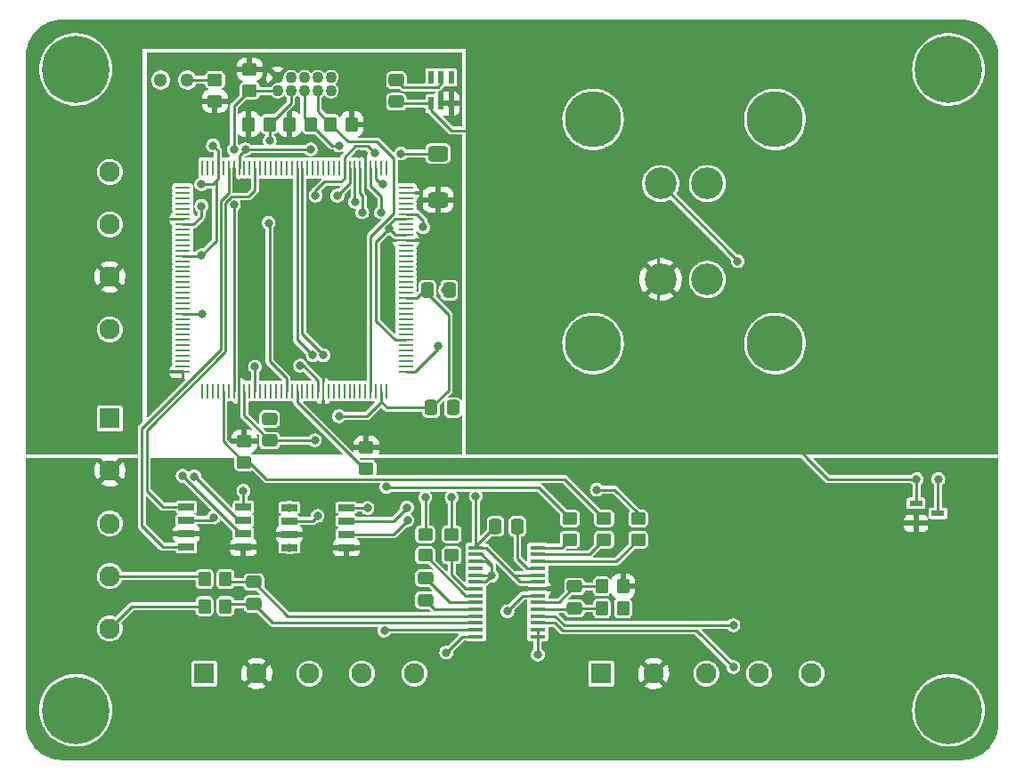
<source format=gbr>
%TF.GenerationSoftware,KiCad,Pcbnew,(6.0.0)*%
%TF.CreationDate,2022-02-15T17:29:59-06:00*%
%TF.ProjectId,digitizer,64696769-7469-47a6-9572-2e6b69636164,1*%
%TF.SameCoordinates,Original*%
%TF.FileFunction,Copper,L1,Top*%
%TF.FilePolarity,Positive*%
%FSLAX46Y46*%
G04 Gerber Fmt 4.6, Leading zero omitted, Abs format (unit mm)*
G04 Created by KiCad (PCBNEW (6.0.0)) date 2022-02-15 17:29:59*
%MOMM*%
%LPD*%
G01*
G04 APERTURE LIST*
G04 Aperture macros list*
%AMRoundRect*
0 Rectangle with rounded corners*
0 $1 Rounding radius*
0 $2 $3 $4 $5 $6 $7 $8 $9 X,Y pos of 4 corners*
0 Add a 4 corners polygon primitive as box body*
4,1,4,$2,$3,$4,$5,$6,$7,$8,$9,$2,$3,0*
0 Add four circle primitives for the rounded corners*
1,1,$1+$1,$2,$3*
1,1,$1+$1,$4,$5*
1,1,$1+$1,$6,$7*
1,1,$1+$1,$8,$9*
0 Add four rect primitives between the rounded corners*
20,1,$1+$1,$2,$3,$4,$5,0*
20,1,$1+$1,$4,$5,$6,$7,0*
20,1,$1+$1,$6,$7,$8,$9,0*
20,1,$1+$1,$8,$9,$2,$3,0*%
G04 Aperture macros list end*
%TA.AperFunction,SMDPad,CuDef*%
%ADD10R,0.279400X1.473200*%
%TD*%
%TA.AperFunction,SMDPad,CuDef*%
%ADD11R,1.473200X0.279400*%
%TD*%
%TA.AperFunction,ComponentPad*%
%ADD12C,1.300000*%
%TD*%
%TA.AperFunction,ComponentPad*%
%ADD13C,3.015000*%
%TD*%
%TA.AperFunction,ComponentPad*%
%ADD14C,5.340000*%
%TD*%
%TA.AperFunction,SMDPad,CuDef*%
%ADD15R,1.475000X0.450000*%
%TD*%
%TA.AperFunction,SMDPad,CuDef*%
%ADD16R,0.600000X1.250000*%
%TD*%
%TA.AperFunction,SMDPad,CuDef*%
%ADD17R,1.525000X0.650000*%
%TD*%
%TA.AperFunction,SMDPad,CuDef*%
%ADD18R,1.300000X0.600000*%
%TD*%
%TA.AperFunction,ComponentPad*%
%ADD19C,6.400000*%
%TD*%
%TA.AperFunction,SMDPad,CuDef*%
%ADD20RoundRect,0.250000X0.350000X0.450000X-0.350000X0.450000X-0.350000X-0.450000X0.350000X-0.450000X0*%
%TD*%
%TA.AperFunction,ComponentPad*%
%ADD21R,1.950000X1.950000*%
%TD*%
%TA.AperFunction,ComponentPad*%
%ADD22C,1.950000*%
%TD*%
%TA.AperFunction,SMDPad,CuDef*%
%ADD23RoundRect,0.250000X-0.337500X-0.475000X0.337500X-0.475000X0.337500X0.475000X-0.337500X0.475000X0*%
%TD*%
%TA.AperFunction,SMDPad,CuDef*%
%ADD24RoundRect,0.250000X0.475000X-0.337500X0.475000X0.337500X-0.475000X0.337500X-0.475000X-0.337500X0*%
%TD*%
%TA.AperFunction,SMDPad,CuDef*%
%ADD25RoundRect,0.250000X-0.350000X-0.450000X0.350000X-0.450000X0.350000X0.450000X-0.350000X0.450000X0*%
%TD*%
%TA.AperFunction,SMDPad,CuDef*%
%ADD26RoundRect,0.250000X0.700000X-0.475000X0.700000X0.475000X-0.700000X0.475000X-0.700000X-0.475000X0*%
%TD*%
%TA.AperFunction,SMDPad,CuDef*%
%ADD27RoundRect,0.250000X-0.475000X0.337500X-0.475000X-0.337500X0.475000X-0.337500X0.475000X0.337500X0*%
%TD*%
%TA.AperFunction,SMDPad,CuDef*%
%ADD28RoundRect,0.250000X-0.450000X0.350000X-0.450000X-0.350000X0.450000X-0.350000X0.450000X0.350000X0*%
%TD*%
%TA.AperFunction,SMDPad,CuDef*%
%ADD29RoundRect,0.250000X0.450000X-0.350000X0.450000X0.350000X-0.450000X0.350000X-0.450000X-0.350000X0*%
%TD*%
%TA.AperFunction,ComponentPad*%
%ADD30C,1.100000*%
%TD*%
%TA.AperFunction,ViaPad*%
%ADD31C,0.800000*%
%TD*%
%TA.AperFunction,Conductor*%
%ADD32C,0.250000*%
%TD*%
G04 APERTURE END LIST*
D10*
%TO.P,U401,1,PD0*%
%TO.N,unconnected-(U401-Pad1)*%
X111797500Y-63382800D03*
%TO.P,U401,2,PD31*%
%TO.N,unconnected-(U401-Pad2)*%
X111297501Y-63382800D03*
%TO.P,U401,3,VDDOUT*%
%TO.N,VDD_OUT*%
X110797500Y-63382800D03*
%TO.P,U401,4,PE0*%
%TO.N,ADC_nPWDN*%
X110297501Y-63382800D03*
%TO.P,U401,5,VDDIN*%
%TO.N,3V3_CLEAN*%
X109797499Y-63382800D03*
%TO.P,U401,6,PE1*%
%TO.N,ADC_MUX_0*%
X109297500Y-63382800D03*
%TO.P,U401,7,PE2*%
%TO.N,ADC_MUX_1*%
X108797501Y-63382800D03*
%TO.P,U401,8,GND*%
%TO.N,GND*%
X108297500Y-63382800D03*
%TO.P,U401,9,ADVREFP*%
%TO.N,Net-(C401-Pad1)*%
X107797501Y-63382800D03*
%TO.P,U401,10,PE3*%
%TO.N,unconnected-(U401-Pad10)*%
X107297499Y-63382800D03*
%TO.P,U401,11,PC0*%
%TO.N,unconnected-(U401-Pad11)*%
X106797500Y-63382800D03*
%TO.P,U401,12,PC27*%
%TO.N,unconnected-(U401-Pad12)*%
X106297501Y-63382800D03*
%TO.P,U401,13,PC26*%
%TO.N,unconnected-(U401-Pad13)*%
X105797500Y-63382800D03*
%TO.P,U401,14,PC31*%
%TO.N,unconnected-(U401-Pad14)*%
X105297501Y-63382800D03*
%TO.P,U401,15,PC30*%
%TO.N,unconnected-(U401-Pad15)*%
X104797499Y-63382800D03*
%TO.P,U401,16,PC29*%
%TO.N,unconnected-(U401-Pad16)*%
X104297500Y-63382800D03*
%TO.P,U401,17,PC12*%
%TO.N,CAN_UP_RX*%
X103797501Y-63382800D03*
%TO.P,U401,18,PC15*%
%TO.N,CAN_UP_TX*%
X103297500Y-63382800D03*
%TO.P,U401,19,PC13*%
%TO.N,unconnected-(U401-Pad19)*%
X102797500Y-63382800D03*
%TO.P,U401,20,PB1*%
%TO.N,unconnected-(U401-Pad20)*%
X102297502Y-63382800D03*
%TO.P,U401,21,PB0*%
%TO.N,unconnected-(U401-Pad21)*%
X101797500Y-63382800D03*
%TO.P,U401,22,PA20/PGMD8*%
%TO.N,unconnected-(U401-Pad22)*%
X101297501Y-63382800D03*
%TO.P,U401,23,PA19/PGMD7*%
%TO.N,unconnected-(U401-Pad23)*%
X100797499Y-63382800D03*
%TO.P,U401,24,PA18/PGMD6*%
%TO.N,unconnected-(U401-Pad24)*%
X100297500Y-63382800D03*
%TO.P,U401,25,PA17/PGMD5*%
%TO.N,unconnected-(U401-Pad25)*%
X99797501Y-63382800D03*
%TO.P,U401,26,PB2*%
%TO.N,CAN_DOWN_TX*%
X99297500Y-63382800D03*
%TO.P,U401,27,PE4*%
%TO.N,unconnected-(U401-Pad27)*%
X98797501Y-63382800D03*
%TO.P,U401,28,PE5*%
%TO.N,unconnected-(U401-Pad28)*%
X98297499Y-63382800D03*
%TO.P,U401,29,VDDCORE*%
%TO.N,VDD_OUT*%
X97797500Y-63382800D03*
%TO.P,U401,30,VDDIO*%
%TO.N,3V3_CLEAN*%
X97297501Y-63382800D03*
%TO.P,U401,31,PB3*%
%TO.N,CAN_DOWN_RX*%
X96797500Y-63382800D03*
%TO.P,U401,32,PA21/PGMD9*%
%TO.N,unconnected-(U401-Pad32)*%
X96297501Y-63382800D03*
%TO.P,U401,33,VDDCORE*%
%TO.N,VDD_OUT*%
X95797499Y-63382800D03*
%TO.P,U401,34,PD30*%
%TO.N,unconnected-(U401-Pad34)*%
X95297500Y-63382800D03*
%TO.P,U401,35,PA7/PGMNVALID*%
%TO.N,unconnected-(U401-Pad35)*%
X94797501Y-63382800D03*
%TO.P,U401,36,PA8/PGMM0*%
%TO.N,unconnected-(U401-Pad36)*%
X94297500Y-63382800D03*
D11*
%TO.P,U401,37,PA22/PGMD10*%
%TO.N,unconnected-(U401-Pad37)*%
X92430300Y-65250000D03*
%TO.P,U401,38,PC1*%
%TO.N,unconnected-(U401-Pad38)*%
X92430300Y-65749999D03*
%TO.P,U401,39,PC2*%
%TO.N,unconnected-(U401-Pad39)*%
X92430300Y-66250000D03*
%TO.P,U401,40,PC3*%
%TO.N,unconnected-(U401-Pad40)*%
X92430300Y-66749999D03*
%TO.P,U401,41,PC4*%
%TO.N,unconnected-(U401-Pad41)*%
X92430300Y-67250001D03*
%TO.P,U401,42,PA13/PGMD1*%
%TO.N,unconnected-(U401-Pad42)*%
X92430300Y-67750000D03*
%TO.P,U401,43,VDDIO*%
%TO.N,3V3_CLEAN*%
X92430300Y-68249999D03*
%TO.P,U401,44,GND*%
%TO.N,GND*%
X92430300Y-68750000D03*
%TO.P,U401,45,PA16/PGMD4*%
%TO.N,unconnected-(U401-Pad45)*%
X92430300Y-69249999D03*
%TO.P,U401,46,PA23/PGMD11*%
%TO.N,unconnected-(U401-Pad46)*%
X92430300Y-69750001D03*
%TO.P,U401,47,PD27*%
%TO.N,unconnected-(U401-Pad47)*%
X92430300Y-70250000D03*
%TO.P,U401,48,PC7*%
%TO.N,unconnected-(U401-Pad48)*%
X92430300Y-70749999D03*
%TO.P,U401,49,PA15/PGMD3*%
%TO.N,unconnected-(U401-Pad49)*%
X92430300Y-71250000D03*
%TO.P,U401,50,VDDCORE*%
%TO.N,VDD_OUT*%
X92430300Y-71749999D03*
%TO.P,U401,51,PA14/PGMD2*%
%TO.N,unconnected-(U401-Pad51)*%
X92430300Y-72250001D03*
%TO.P,U401,52,PD25*%
%TO.N,unconnected-(U401-Pad52)*%
X92430300Y-72750000D03*
%TO.P,U401,53,PD26*%
%TO.N,unconnected-(U401-Pad53)*%
X92430300Y-73249999D03*
%TO.P,U401,54,PC6*%
%TO.N,unconnected-(U401-Pad54)*%
X92430300Y-73750000D03*
%TO.P,U401,55,PD24*%
%TO.N,unconnected-(U401-Pad55)*%
X92430300Y-74250000D03*
%TO.P,U401,56,PA24/PGMD12*%
%TO.N,unconnected-(U401-Pad56)*%
X92430300Y-74750001D03*
%TO.P,U401,57,PD23*%
%TO.N,unconnected-(U401-Pad57)*%
X92430300Y-75250000D03*
%TO.P,U401,58,PC5*%
%TO.N,unconnected-(U401-Pad58)*%
X92430300Y-75749999D03*
%TO.P,U401,59,PA25/PGMD13*%
%TO.N,unconnected-(U401-Pad59)*%
X92430300Y-76250001D03*
%TO.P,U401,60,PD22*%
%TO.N,unconnected-(U401-Pad60)*%
X92430300Y-76750000D03*
%TO.P,U401,61,GND*%
%TO.N,GND*%
X92430300Y-77250001D03*
%TO.P,U401,62,PA26/PGMD14*%
%TO.N,unconnected-(U401-Pad62)*%
X92430300Y-77750000D03*
%TO.P,U401,63,PD21*%
%TO.N,unconnected-(U401-Pad63)*%
X92430300Y-78249999D03*
%TO.P,U401,64,PA11/PGMM3*%
%TO.N,unconnected-(U401-Pad64)*%
X92430300Y-78750001D03*
%TO.P,U401,65,PD20*%
%TO.N,unconnected-(U401-Pad65)*%
X92430300Y-79250000D03*
%TO.P,U401,66,PA10/PGMM2*%
%TO.N,unconnected-(U401-Pad66)*%
X92430300Y-79750001D03*
%TO.P,U401,67,PD19*%
%TO.N,unconnected-(U401-Pad67)*%
X92430300Y-80250000D03*
%TO.P,U401,68,PA12/PGMD0*%
%TO.N,unconnected-(U401-Pad68)*%
X92430300Y-80749999D03*
%TO.P,U401,69,PD18*%
%TO.N,unconnected-(U401-Pad69)*%
X92430300Y-81250001D03*
%TO.P,U401,70,PA27/PGMD15*%
%TO.N,unconnected-(U401-Pad70)*%
X92430300Y-81750000D03*
%TO.P,U401,71,PD28*%
%TO.N,unconnected-(U401-Pad71)*%
X92430300Y-82250001D03*
%TO.P,U401,72,VDDIO*%
%TO.N,3V3_CLEAN*%
X92430300Y-82750000D03*
D10*
%TO.P,U401,73,PA5/PGMRDY*%
%TO.N,unconnected-(U401-Pad73)*%
X94297500Y-84617200D03*
%TO.P,U401,74,PD17*%
%TO.N,unconnected-(U401-Pad74)*%
X94797499Y-84617200D03*
%TO.P,U401,75,PA9/PGMM1*%
%TO.N,unconnected-(U401-Pad75)*%
X95297500Y-84617200D03*
%TO.P,U401,76,PC28*%
%TO.N,unconnected-(U401-Pad76)*%
X95797499Y-84617200D03*
%TO.P,U401,77,PA4/PGMNCMD*%
%TO.N,I2C_SCL*%
X96297501Y-84617200D03*
%TO.P,U401,78,PD16*%
%TO.N,unconnected-(U401-Pad78)*%
X96797500Y-84617200D03*
%TO.P,U401,79,PB6*%
%TO.N,/MCU/TMS*%
X97297499Y-84617200D03*
%TO.P,U401,80,VDDIO*%
%TO.N,3V3_CLEAN*%
X97797500Y-84617200D03*
%TO.P,U401,81,VDDCORE*%
%TO.N,VDD_OUT*%
X98297499Y-84617200D03*
%TO.P,U401,82,PC8*%
%TO.N,unconnected-(U401-Pad82)*%
X98797501Y-84617200D03*
%TO.P,U401,83,NRST*%
%TO.N,MCU_NRESET*%
X99297500Y-84617200D03*
%TO.P,U401,84,PD14*%
%TO.N,unconnected-(U401-Pad84)*%
X99797499Y-84617200D03*
%TO.P,U401,85,TEST*%
%TO.N,unconnected-(U401-Pad85)*%
X100297500Y-84617200D03*
%TO.P,U401,86,PC9*%
%TO.N,unconnected-(U401-Pad86)*%
X100797499Y-84617200D03*
%TO.P,U401,87,PB12*%
%TO.N,unconnected-(U401-Pad87)*%
X101297501Y-84617200D03*
%TO.P,U401,88,PD13*%
%TO.N,unconnected-(U401-Pad88)*%
X101797500Y-84617200D03*
%TO.P,U401,89,PB7*%
%TO.N,/MCU/TCLK*%
X102297499Y-84617200D03*
%TO.P,U401,90,PC10*%
%TO.N,unconnected-(U401-Pad90)*%
X102797500Y-84617200D03*
%TO.P,U401,91,PA3*%
%TO.N,I2C_SDA*%
X103297500Y-84617200D03*
%TO.P,U401,92,PD12*%
%TO.N,unconnected-(U401-Pad92)*%
X103797501Y-84617200D03*
%TO.P,U401,93,PA2*%
%TO.N,unconnected-(U401-Pad93)*%
X104297500Y-84617200D03*
%TO.P,U401,94,PC11*%
%TO.N,unconnected-(U401-Pad94)*%
X104797499Y-84617200D03*
%TO.P,U401,95,GND*%
%TO.N,GND*%
X105297501Y-84617200D03*
%TO.P,U401,96,VDDIO*%
%TO.N,3V3_CLEAN*%
X105797500Y-84617200D03*
%TO.P,U401,97,PC14*%
%TO.N,unconnected-(U401-Pad97)*%
X106297501Y-84617200D03*
%TO.P,U401,98,PD11*%
%TO.N,unconnected-(U401-Pad98)*%
X106797500Y-84617200D03*
%TO.P,U401,99,PA1/PGMEN1*%
%TO.N,unconnected-(U401-Pad99)*%
X107297499Y-84617200D03*
%TO.P,U401,100,PC16*%
%TO.N,unconnected-(U401-Pad100)*%
X107797501Y-84617200D03*
%TO.P,U401,101,PD10*%
%TO.N,unconnected-(U401-Pad101)*%
X108297500Y-84617200D03*
%TO.P,U401,102,PA0/PGMEN0*%
%TO.N,unconnected-(U401-Pad102)*%
X108797501Y-84617200D03*
%TO.P,U401,103,PC17*%
%TO.N,unconnected-(U401-Pad103)*%
X109297500Y-84617200D03*
%TO.P,U401,104,JTAGSEL*%
%TO.N,unconnected-(U401-Pad104)*%
X109797499Y-84617200D03*
%TO.P,U401,105,PB4*%
%TO.N,/MCU/TDI*%
X110297501Y-84617200D03*
%TO.P,U401,106,PD15*%
%TO.N,unconnected-(U401-Pad106)*%
X110797500Y-84617200D03*
%TO.P,U401,107,VDDCORE*%
%TO.N,VDD_OUT*%
X111297501Y-84617200D03*
%TO.P,U401,108,PD29*%
%TO.N,unconnected-(U401-Pad108)*%
X111797500Y-84617200D03*
D11*
%TO.P,U401,109,PB5*%
%TO.N,/MCU/TDO*%
X113664700Y-82750000D03*
%TO.P,U401,110,PD9*%
%TO.N,unconnected-(U401-Pad110)*%
X113664700Y-82250001D03*
%TO.P,U401,111,PC18*%
%TO.N,unconnected-(U401-Pad111)*%
X113664700Y-81750000D03*
%TO.P,U401,112,PA28*%
%TO.N,unconnected-(U401-Pad112)*%
X113664700Y-81250001D03*
%TO.P,U401,113,PD8*%
%TO.N,unconnected-(U401-Pad113)*%
X113664700Y-80749999D03*
%TO.P,U401,114,PA6/PGMNOE*%
%TO.N,unconnected-(U401-Pad114)*%
X113664700Y-80250000D03*
%TO.P,U401,115,GND*%
%TO.N,GND*%
X113664700Y-79750001D03*
%TO.P,U401,116,PA30*%
%TO.N,unconnected-(U401-Pad116)*%
X113664700Y-79250000D03*
%TO.P,U401,117,PC19*%
%TO.N,unconnected-(U401-Pad117)*%
X113664700Y-78750001D03*
%TO.P,U401,118,PA31*%
%TO.N,unconnected-(U401-Pad118)*%
X113664700Y-78249999D03*
%TO.P,U401,119,PD7*%
%TO.N,unconnected-(U401-Pad119)*%
X113664700Y-77750000D03*
%TO.P,U401,120,PC20*%
%TO.N,unconnected-(U401-Pad120)*%
X113664700Y-77250001D03*
%TO.P,U401,121,PD6*%
%TO.N,unconnected-(U401-Pad121)*%
X113664700Y-76750000D03*
%TO.P,U401,122,PC21*%
%TO.N,unconnected-(U401-Pad122)*%
X113664700Y-76250001D03*
%TO.P,U401,123,VDDCORE*%
%TO.N,VDD_OUT*%
X113664700Y-75749999D03*
%TO.P,U401,124,PC22*%
%TO.N,unconnected-(U401-Pad124)*%
X113664700Y-75250000D03*
%TO.P,U401,125,PD5*%
%TO.N,unconnected-(U401-Pad125)*%
X113664700Y-74750001D03*
%TO.P,U401,126,PD4*%
%TO.N,unconnected-(U401-Pad126)*%
X113664700Y-74250000D03*
%TO.P,U401,127,PC23*%
%TO.N,unconnected-(U401-Pad127)*%
X113664700Y-73750000D03*
%TO.P,U401,128,PD3*%
%TO.N,unconnected-(U401-Pad128)*%
X113664700Y-73249999D03*
%TO.P,U401,129,PA29*%
%TO.N,unconnected-(U401-Pad129)*%
X113664700Y-72750000D03*
%TO.P,U401,130,PC24*%
%TO.N,unconnected-(U401-Pad130)*%
X113664700Y-72250001D03*
%TO.P,U401,131,PD2*%
%TO.N,unconnected-(U401-Pad131)*%
X113664700Y-71749999D03*
%TO.P,U401,132,PD1*%
%TO.N,unconnected-(U401-Pad132)*%
X113664700Y-71250000D03*
%TO.P,U401,133,PC25*%
%TO.N,unconnected-(U401-Pad133)*%
X113664700Y-70749999D03*
%TO.P,U401,134,VDDIO*%
%TO.N,3V3_CLEAN*%
X113664700Y-70250000D03*
%TO.P,U401,135,GND*%
%TO.N,GND*%
X113664700Y-69750001D03*
%TO.P,U401,136,PB10*%
%TO.N,unconnected-(U401-Pad136)*%
X113664700Y-69249999D03*
%TO.P,U401,137,PB11*%
%TO.N,unconnected-(U401-Pad137)*%
X113664700Y-68750000D03*
%TO.P,U401,138,GND*%
%TO.N,GND*%
X113664700Y-68249999D03*
%TO.P,U401,139,VDDPLL*%
%TO.N,VDD_OUT*%
X113664700Y-67750000D03*
%TO.P,U401,140,PB14*%
%TO.N,unconnected-(U401-Pad140)*%
X113664700Y-67250001D03*
%TO.P,U401,141,PB8*%
%TO.N,unconnected-(U401-Pad141)*%
X113664700Y-66749999D03*
%TO.P,U401,142,PB9*%
%TO.N,unconnected-(U401-Pad142)*%
X113664700Y-66250000D03*
%TO.P,U401,143,VDDIO*%
%TO.N,3V3_CLEAN*%
X113664700Y-65749999D03*
%TO.P,U401,144,PB13*%
%TO.N,unconnected-(U401-Pad144)*%
X113664700Y-65250000D03*
%TD*%
D12*
%TO.P,LED201,1*%
%TO.N,Net-(LED201-Pad1)*%
X92870000Y-55000000D03*
%TO.P,LED201,2*%
%TO.N,GND*%
X90330000Y-55000000D03*
%TD*%
D13*
%TO.P,J201,1,CANH*%
%TO.N,/CANPWR/CANH_UPSTREAM*%
X142325000Y-64860000D03*
%TO.P,J201,2,CANL*%
%TO.N,/CANPWR/CANL_UPSTREAM*%
X137875000Y-64860000D03*
%TO.P,J201,3,12V_UP*%
%TO.N,12V_CLEAN*%
X137875000Y-73980000D03*
%TO.P,J201,4,GND*%
%TO.N,GND*%
X142325000Y-73980000D03*
D14*
%TO.P,J201,MH1,MH1*%
X148750000Y-58750000D03*
%TO.P,J201,MH2,MH2*%
X131450000Y-58750000D03*
%TO.P,J201,MH3,MH3*%
X131450000Y-80090000D03*
%TO.P,J201,MH4,MH4*%
X148750000Y-80090000D03*
%TD*%
D15*
%TO.P,IC301,1,DVDD*%
%TO.N,3V3_CLEAN*%
X120312000Y-99525000D03*
%TO.P,IC301,2,DGND_1*%
%TO.N,GND*%
X120312000Y-100175000D03*
%TO.P,IC301,3,CLKIN/XTAL1*%
X120312000Y-100825000D03*
%TO.P,IC301,4,XTAL2*%
%TO.N,unconnected-(IC301-Pad4)*%
X120312000Y-101475000D03*
%TO.P,IC301,5,DGND_2*%
%TO.N,GND*%
X120312000Y-102125000D03*
%TO.P,IC301,6,DGND_3*%
X120312000Y-102775000D03*
%TO.P,IC301,7,A1*%
%TO.N,Net-(IC301-Pad7)*%
X120312000Y-103425000D03*
%TO.P,IC301,8,A0*%
%TO.N,Net-(IC301-Pad8)*%
X120312000Y-104075000D03*
%TO.P,IC301,9,CAP_1*%
%TO.N,Net-(C304-Pad1)*%
X120312000Y-104725000D03*
%TO.P,IC301,10,CAP_2*%
%TO.N,Net-(C304-Pad2)*%
X120312000Y-105375000D03*
%TO.P,IC301,11,AINP1*%
%TO.N,Net-(C306-Pad1)*%
X120312000Y-106025000D03*
%TO.P,IC301,12,AINN1*%
%TO.N,Net-(C306-Pad2)*%
X120312000Y-106675000D03*
%TO.P,IC301,13,AINP3*%
%TO.N,Net-(C307-Pad1)*%
X120312000Y-107325000D03*
%TO.P,IC301,14,AINN3*%
%TO.N,Net-(C307-Pad2)*%
X120312000Y-107975000D03*
%TO.P,IC301,15,AINN4*%
%TO.N,GND*%
X126188000Y-107975000D03*
%TO.P,IC301,16,AINP4*%
X126188000Y-107325000D03*
%TO.P,IC301,17,AINN2*%
%TO.N,Net-(C305-Pad1)*%
X126188000Y-106675000D03*
%TO.P,IC301,18,AINP2*%
%TO.N,Net-(C305-Pad2)*%
X126188000Y-106025000D03*
%TO.P,IC301,19,REFN*%
%TO.N,Net-(C303-Pad1)*%
X126188000Y-105375000D03*
%TO.P,IC301,20,REFP*%
%TO.N,Net-(C303-Pad2)*%
X126188000Y-104725000D03*
%TO.P,IC301,21,AGND*%
%TO.N,GND*%
X126188000Y-104075000D03*
%TO.P,IC301,22,AVDD*%
%TO.N,5V_CLEAN*%
X126188000Y-103425000D03*
%TO.P,IC301,23,GAIN0*%
%TO.N,3V3_CLEAN*%
X126188000Y-102775000D03*
%TO.P,IC301,24,GAIN1*%
X126188000Y-102125000D03*
%TO.P,IC301,25,SPEED*%
%TO.N,GND*%
X126188000Y-101475000D03*
%TO.P,IC301,26,~{PDWN}*%
%TO.N,Net-(IC301-Pad26)*%
X126188000Y-100825000D03*
%TO.P,IC301,27,SCLK*%
%TO.N,Net-(IC301-Pad27)*%
X126188000Y-100175000D03*
%TO.P,IC301,28,~{DRDY}/DOUT*%
%TO.N,Net-(IC301-Pad28)*%
X126188000Y-99525000D03*
%TD*%
D16*
%TO.P,IC204,1,I.C._1*%
%TO.N,unconnected-(IC204-Pad1)*%
X117950000Y-54750000D03*
%TO.P,IC204,2,GND*%
%TO.N,GND*%
X117000000Y-54750000D03*
%TO.P,IC204,3,I.C._2*%
%TO.N,unconnected-(IC204-Pad3)*%
X116050000Y-54750000D03*
%TO.P,IC204,4,IN*%
%TO.N,12V_CLEAN*%
X116050000Y-57250000D03*
%TO.P,IC204,5,OUTF*%
%TO.N,3V3_CLEAN*%
X117000000Y-57250000D03*
%TO.P,IC204,6,OUTS*%
X117950000Y-57250000D03*
%TD*%
D17*
%TO.P,IC203,1,TXD*%
%TO.N,CAN_DOWN_TX*%
X92788000Y-95645000D03*
%TO.P,IC203,2,GND*%
%TO.N,GND*%
X92788000Y-96915000D03*
%TO.P,IC203,3,VCC*%
%TO.N,5V_CLEAN*%
X92788000Y-98185000D03*
%TO.P,IC203,4,RXD*%
%TO.N,CAN_DOWN_RX*%
X92788000Y-99455000D03*
%TO.P,IC203,5,TERM*%
%TO.N,5V_CLEAN*%
X98212000Y-99455000D03*
%TO.P,IC203,6,CANL*%
%TO.N,/CANPWR/CANL_DOWNSTREAM*%
X98212000Y-98185000D03*
%TO.P,IC203,7,CANH*%
%TO.N,/CANPWR/CANH_DOWNSTREAM*%
X98212000Y-96915000D03*
%TO.P,IC203,8,RS*%
%TO.N,Net-(IC203-Pad8)*%
X98212000Y-95645000D03*
%TD*%
D18*
%TO.P,IC202,1,IN*%
%TO.N,12V_CLEAN*%
X162150000Y-95300000D03*
%TO.P,IC202,2,OUT*%
%TO.N,5V_CLEAN*%
X162150000Y-97200000D03*
%TO.P,IC202,3,GND*%
%TO.N,GND*%
X164250000Y-96250000D03*
%TD*%
D17*
%TO.P,IC201,1,TXD*%
%TO.N,CAN_UP_TX*%
X102588000Y-95695000D03*
%TO.P,IC201,2,GND*%
%TO.N,GND*%
X102588000Y-96965000D03*
%TO.P,IC201,3,VCC*%
%TO.N,5V_CLEAN*%
X102588000Y-98235000D03*
%TO.P,IC201,4,RXD*%
%TO.N,CAN_UP_RX*%
X102588000Y-99505000D03*
%TO.P,IC201,5,TERM*%
%TO.N,5V_CLEAN*%
X108012000Y-99505000D03*
%TO.P,IC201,6,CANL*%
%TO.N,/CANPWR/CANL_UPSTREAM*%
X108012000Y-98235000D03*
%TO.P,IC201,7,CANH*%
%TO.N,/CANPWR/CANH_UPSTREAM*%
X108012000Y-96965000D03*
%TO.P,IC201,8,RS*%
%TO.N,Net-(IC201-Pad8)*%
X108012000Y-95695000D03*
%TD*%
D19*
%TO.P,H204,1,1*%
%TO.N,GND*%
X82250000Y-115000000D03*
%TD*%
%TO.P,H203,1,1*%
%TO.N,GND*%
X165250000Y-115000000D03*
%TD*%
%TO.P,H202,1,1*%
%TO.N,GND*%
X165250000Y-54000000D03*
%TD*%
%TO.P,H201,1,1*%
%TO.N,GND*%
X82250000Y-54000000D03*
%TD*%
D20*
%TO.P,R307,2*%
%TO.N,/ANALOG/load cell 1 - signal (-)*%
X94500000Y-105100000D03*
%TO.P,R307,1*%
%TO.N,Net-(C306-Pad2)*%
X96500000Y-105100000D03*
%TD*%
%TO.P,R306,1*%
%TO.N,Net-(C306-Pad1)*%
X96500000Y-102500000D03*
%TO.P,R306,2*%
%TO.N,/ANALOG/load cell 1 - signal (+)*%
X94500000Y-102500000D03*
%TD*%
D21*
%TO.P,J303,1,1*%
%TO.N,GND*%
X132215000Y-111500000D03*
D22*
%TO.P,J303,2,2*%
%TO.N,5V_CLEAN*%
X137215000Y-111500000D03*
%TO.P,J303,3,3*%
%TO.N,GND*%
X142215000Y-111500000D03*
%TO.P,J303,4,4*%
%TO.N,/ANALOG/load cell 3 - signal (+)*%
X147215000Y-111500000D03*
%TO.P,J303,5,5*%
%TO.N,/ANALOG/load cell 3 - signal (-)*%
X152215000Y-111500000D03*
%TD*%
%TO.P,J301,5,5*%
%TO.N,/ANALOG/load cell 1 - signal (-)*%
X85500000Y-107215000D03*
%TO.P,J301,4,4*%
%TO.N,/ANALOG/load cell 1 - signal (+)*%
X85500000Y-102215000D03*
%TO.P,J301,3,3*%
%TO.N,GND*%
X85500000Y-97215000D03*
%TO.P,J301,2,2*%
%TO.N,5V_CLEAN*%
X85500000Y-92215000D03*
D21*
%TO.P,J301,1,1*%
%TO.N,GND*%
X85500000Y-87215000D03*
%TD*%
D20*
%TO.P,R402,1*%
%TO.N,/MCU/TCLK*%
X100700000Y-59200000D03*
%TO.P,R402,2*%
%TO.N,3V3_CLEAN*%
X98700000Y-59200000D03*
%TD*%
D23*
%TO.P,C301,1*%
%TO.N,3V3_CLEAN*%
X122175000Y-97500000D03*
%TO.P,C301,2*%
%TO.N,GND*%
X124250000Y-97500000D03*
%TD*%
D24*
%TO.P,C204,1*%
%TO.N,12V_CLEAN*%
X112750000Y-57075000D03*
%TO.P,C204,2*%
%TO.N,GND*%
X112750000Y-55000000D03*
%TD*%
D25*
%TO.P,R309,1*%
%TO.N,Net-(C303-Pad1)*%
X132300000Y-105300000D03*
%TO.P,R309,2*%
%TO.N,GND*%
X134300000Y-105300000D03*
%TD*%
D26*
%TO.P,L401,2*%
%TO.N,Net-(C401-Pad1)*%
X116700000Y-62000000D03*
%TO.P,L401,1*%
%TO.N,3V3_CLEAN*%
X116700000Y-66400000D03*
%TD*%
D24*
%TO.P,C303,1*%
%TO.N,Net-(C303-Pad1)*%
X129700000Y-105300000D03*
%TO.P,C303,2*%
%TO.N,Net-(C303-Pad2)*%
X129700000Y-103225000D03*
%TD*%
D27*
%TO.P,C304,1*%
%TO.N,Net-(C304-Pad1)*%
X115500000Y-102425000D03*
%TO.P,C304,2*%
%TO.N,Net-(C304-Pad2)*%
X115500000Y-104500000D03*
%TD*%
D28*
%TO.P,R203,1*%
%TO.N,Net-(LED201-Pad1)*%
X95500000Y-55000000D03*
%TO.P,R203,2*%
%TO.N,3V3_CLEAN*%
X95500000Y-57000000D03*
%TD*%
D29*
%TO.P,R401,2*%
%TO.N,3V3_CLEAN*%
X98800000Y-54000000D03*
%TO.P,R401,1*%
%TO.N,/MCU/TMS*%
X98800000Y-56000000D03*
%TD*%
D23*
%TO.P,C411,1*%
%TO.N,VDD_OUT*%
X115700000Y-75000000D03*
%TO.P,C411,2*%
%TO.N,GND*%
X117775000Y-75000000D03*
%TD*%
D20*
%TO.P,R405,1*%
%TO.N,/MCU/TDO*%
X104600000Y-59200000D03*
%TO.P,R405,2*%
%TO.N,3V3_CLEAN*%
X102600000Y-59200000D03*
%TD*%
D22*
%TO.P,J202,1,CAN1*%
%TO.N,/CANPWR/CANH_DOWNSTREAM*%
X85500000Y-63750000D03*
%TO.P,J202,2,CANL*%
%TO.N,/CANPWR/CANL_DOWNSTREAM*%
X85500000Y-68750000D03*
%TO.P,J202,3,12V_DOWN*%
%TO.N,12V_CLEAN*%
X85500000Y-73750000D03*
%TO.P,J202,4,GND*%
%TO.N,GND*%
X85500000Y-78750000D03*
%TD*%
D23*
%TO.P,C412,1*%
%TO.N,VDD_OUT*%
X116062500Y-86200000D03*
%TO.P,C412,2*%
%TO.N,GND*%
X118137500Y-86200000D03*
%TD*%
D25*
%TO.P,R406,1*%
%TO.N,/MCU/TDI*%
X106500000Y-59200000D03*
%TO.P,R406,2*%
%TO.N,3V3_CLEAN*%
X108500000Y-59200000D03*
%TD*%
D28*
%TO.P,R305,1*%
%TO.N,I2C_SCL*%
X132500000Y-96750000D03*
%TO.P,R305,2*%
%TO.N,Net-(IC301-Pad27)*%
X132500000Y-98750000D03*
%TD*%
D29*
%TO.P,R302,1*%
%TO.N,Net-(IC301-Pad7)*%
X118000000Y-100250000D03*
%TO.P,R302,2*%
%TO.N,ADC_MUX_1*%
X118000000Y-98250000D03*
%TD*%
D28*
%TO.P,R403,1*%
%TO.N,3V3_CLEAN*%
X109900000Y-90000000D03*
%TO.P,R403,2*%
%TO.N,I2C_SDA*%
X109900000Y-92000000D03*
%TD*%
D29*
%TO.P,R301,1*%
%TO.N,Net-(IC301-Pad8)*%
X115500000Y-100250000D03*
%TO.P,R301,2*%
%TO.N,ADC_MUX_0*%
X115500000Y-98250000D03*
%TD*%
D28*
%TO.P,R304,1*%
%TO.N,I2C_SDA*%
X129250000Y-96750000D03*
%TO.P,R304,2*%
%TO.N,Net-(IC301-Pad28)*%
X129250000Y-98750000D03*
%TD*%
D21*
%TO.P,J302,1,1*%
%TO.N,GND*%
X94465000Y-111500000D03*
D22*
%TO.P,J302,2,2*%
%TO.N,5V_CLEAN*%
X99465000Y-111500000D03*
%TO.P,J302,3,3*%
%TO.N,GND*%
X104465000Y-111500000D03*
%TO.P,J302,4,4*%
%TO.N,/ANALOG/load cell 2 - signal (+)*%
X109465000Y-111500000D03*
%TO.P,J302,5,5*%
%TO.N,/ANALOG/load cell 2 - signal (-)*%
X114465000Y-111500000D03*
%TD*%
D25*
%TO.P,R308,1*%
%TO.N,Net-(C303-Pad2)*%
X132300000Y-103200000D03*
%TO.P,R308,2*%
%TO.N,5V_CLEAN*%
X134300000Y-103200000D03*
%TD*%
D28*
%TO.P,R404,1*%
%TO.N,3V3_CLEAN*%
X98300000Y-89400000D03*
%TO.P,R404,2*%
%TO.N,I2C_SCL*%
X98300000Y-91400000D03*
%TD*%
%TO.P,R303,1*%
%TO.N,ADC_nPWDN*%
X135750000Y-96750000D03*
%TO.P,R303,2*%
%TO.N,Net-(IC301-Pad26)*%
X135750000Y-98750000D03*
%TD*%
D24*
%TO.P,C413,1*%
%TO.N,VDD_OUT*%
X100700000Y-89337500D03*
%TO.P,C413,2*%
%TO.N,GND*%
X100700000Y-87262500D03*
%TD*%
D27*
%TO.P,C306,1*%
%TO.N,Net-(C306-Pad1)*%
X99200000Y-102800000D03*
%TO.P,C306,2*%
%TO.N,Net-(C306-Pad2)*%
X99200000Y-104875000D03*
%TD*%
D30*
%TO.P,J401,1,1*%
%TO.N,3V3_CLEAN*%
X101460000Y-54767500D03*
%TO.P,J401,2,2*%
%TO.N,/MCU/TMS*%
X101460000Y-56037500D03*
%TO.P,J401,3,3*%
%TO.N,GND*%
X102730000Y-54767500D03*
%TO.P,J401,4,4*%
%TO.N,/MCU/TCLK*%
X102730000Y-56037500D03*
%TO.P,J401,5,5*%
%TO.N,GND*%
X104000000Y-54767500D03*
%TO.P,J401,6,6*%
%TO.N,/MCU/TDO*%
X104000000Y-56037500D03*
%TO.P,J401,7,7*%
%TO.N,unconnected-(J401-Pad7)*%
X105270000Y-54767500D03*
%TO.P,J401,8,8*%
%TO.N,/MCU/TDI*%
X105270000Y-56037500D03*
%TO.P,J401,9,9*%
%TO.N,GND*%
X106540000Y-54767500D03*
%TO.P,J401,10,10*%
%TO.N,NRESET*%
X106540000Y-56037500D03*
%TD*%
D31*
%TO.N,3V3_CLEAN*%
X102600000Y-59200000D03*
X98700000Y-59200000D03*
X95500000Y-57000000D03*
%TO.N,GND*%
X112775000Y-55025000D03*
%TO.N,VDD_OUT*%
X95300000Y-61237500D03*
%TO.N,3V3_CLEAN*%
X98900000Y-67600000D03*
%TO.N,GND*%
X123300000Y-105575000D03*
%TO.N,5V_CLEAN*%
X123300000Y-103500000D03*
%TO.N,GND*%
X126200000Y-109700000D03*
%TO.N,3V3_CLEAN*%
X115600000Y-89900000D03*
X120300000Y-94600000D03*
X117300000Y-70862500D03*
X118600000Y-66525000D03*
X107075000Y-68300000D03*
X98200000Y-65200000D03*
X90200000Y-68225000D03*
X89800000Y-82900000D03*
%TO.N,GND*%
X94300000Y-77300000D03*
%TO.N,VDD_OUT*%
X104600000Y-61600000D03*
X98400000Y-61600000D03*
X94200000Y-64925000D03*
%TO.N,GND*%
X94200000Y-67000000D03*
%TO.N,VDD_OUT*%
X94200000Y-71700000D03*
%TO.N,3V3_CLEAN*%
X109200000Y-62024020D03*
X108500000Y-59200000D03*
%TO.N,VDD_OUT*%
X107300000Y-87000000D03*
X105000000Y-89300000D03*
%TO.N,GND*%
X100700000Y-87300000D03*
X118100000Y-86200000D03*
%TO.N,VDD_OUT*%
X115700000Y-75000000D03*
%TO.N,GND*%
X117400000Y-75000000D03*
%TO.N,VDD_OUT*%
X111500000Y-64900000D03*
X115300000Y-69000000D03*
%TO.N,Net-(C307-Pad2)*%
X117500000Y-109500000D03*
%TO.N,Net-(C305-Pad1)*%
X144800000Y-110900000D03*
%TO.N,Net-(C305-Pad2)*%
X144800000Y-106900000D03*
%TO.N,GND*%
X134300000Y-105300000D03*
%TO.N,Net-(C307-Pad1)*%
X111600000Y-107399500D03*
%TO.N,GND*%
X105250000Y-96500000D03*
X112062299Y-69162299D03*
X124250000Y-97500000D03*
X103600000Y-82200000D03*
X95368950Y-96643550D03*
X164287500Y-93000000D03*
X107137500Y-66000000D03*
X121800000Y-102200000D03*
%TO.N,5V_CLEAN*%
X95500000Y-98587500D03*
X105250000Y-98575000D03*
%TO.N,Net-(C401-Pad1)*%
X113200000Y-62000000D03*
X110700000Y-61974500D03*
X105062500Y-66000000D03*
%TO.N,MCU_NRESET*%
X99300000Y-82300000D03*
%TO.N,CAN_UP_TX*%
X104800000Y-81200000D03*
X102588000Y-95695000D03*
%TO.N,CAN_UP_RX*%
X105800000Y-81200000D03*
X102600000Y-99500000D03*
%TO.N,/CANPWR/CANL_UPSTREAM*%
X145200000Y-72250000D03*
X113800000Y-96900000D03*
%TO.N,/CANPWR/CANH_UPSTREAM*%
X113750000Y-95700000D03*
%TO.N,Net-(IC201-Pad8)*%
X110000000Y-95750000D03*
%TO.N,/CANPWR/CANL_DOWNSTREAM*%
X92434289Y-92684290D03*
%TO.N,/CANPWR/CANH_DOWNSTREAM*%
X93512299Y-92737701D03*
%TO.N,Net-(IC203-Pad8)*%
X98200000Y-94100000D03*
%TO.N,/MCU/TMS*%
X97300000Y-66900000D03*
X97300000Y-61600000D03*
%TO.N,/MCU/TCLK*%
X100600000Y-68600000D03*
X100700000Y-60800000D03*
%TO.N,/MCU/TDO*%
X107300000Y-61250000D03*
X116700000Y-80300000D03*
%TO.N,ADC_MUX_0*%
X109500000Y-67600000D03*
X115500000Y-94750000D03*
%TO.N,ADC_MUX_1*%
X118000000Y-94750000D03*
X108800000Y-66600000D03*
%TO.N,ADC_nPWDN*%
X131800000Y-94000000D03*
X111300000Y-67600000D03*
%TO.N,I2C_SDA*%
X111800000Y-93724500D03*
X109900000Y-92000000D03*
%TO.N,12V_CLEAN*%
X162212500Y-93000000D03*
%TD*%
D32*
%TO.N,/ANALOG/load cell 1 - signal (+)*%
X94215000Y-102215000D02*
X94500000Y-102500000D01*
X85500000Y-102215000D02*
X94215000Y-102215000D01*
%TO.N,VDD_OUT*%
X117700000Y-84562500D02*
X116062500Y-86200000D01*
X117700000Y-77337500D02*
X117700000Y-84562500D01*
X115700000Y-75337500D02*
X117700000Y-77337500D01*
X115700000Y-75000000D02*
X115700000Y-75337500D01*
%TO.N,Net-(C307-Pad1)*%
X111600000Y-107399500D02*
X111674500Y-107325000D01*
X111674500Y-107325000D02*
X120312000Y-107325000D01*
%TO.N,VDD_OUT*%
X94150001Y-71749999D02*
X92430300Y-71749999D01*
X95797499Y-64402501D02*
X95797499Y-63382800D01*
X94200000Y-71700000D02*
X94150001Y-71749999D01*
X95600000Y-64600000D02*
X95797499Y-64402501D01*
X95600000Y-70300000D02*
X95600000Y-64600000D01*
X94200000Y-71700000D02*
X95600000Y-70300000D01*
%TO.N,3V3_CLEAN*%
X118475000Y-66400000D02*
X116700000Y-66400000D01*
X118600000Y-66525000D02*
X118475000Y-66400000D01*
%TO.N,/ANALOG/load cell 1 - signal (-)*%
X87615000Y-105100000D02*
X85500000Y-107215000D01*
X94500000Y-105100000D02*
X87615000Y-105100000D01*
%TO.N,I2C_SDA*%
X103297500Y-85642521D02*
X103297500Y-84617200D01*
X109654979Y-92000000D02*
X103297500Y-85642521D01*
X109900000Y-92000000D02*
X109654979Y-92000000D01*
%TO.N,GND*%
X112775000Y-55025000D02*
X113449511Y-55699511D01*
%TO.N,VDD_OUT*%
X95797499Y-61734999D02*
X95300000Y-61237500D01*
X95797499Y-63382800D02*
X95797499Y-61734999D01*
%TO.N,GND*%
X124800000Y-104075000D02*
X123300000Y-105575000D01*
X126188000Y-104075000D02*
X124800000Y-104075000D01*
%TO.N,5V_CLEAN*%
X123375000Y-103425000D02*
X123300000Y-103500000D01*
X126188000Y-103425000D02*
X123375000Y-103425000D01*
%TO.N,GND*%
X126188000Y-109688000D02*
X126200000Y-109700000D01*
X126188000Y-107975000D02*
X126188000Y-109688000D01*
X126188000Y-107325000D02*
X126188000Y-107975000D01*
%TO.N,Net-(IC203-Pad8)*%
X98212000Y-94112000D02*
X98212000Y-95645000D01*
X98200000Y-94100000D02*
X98212000Y-94112000D01*
%TO.N,3V3_CLEAN*%
X110000000Y-89900000D02*
X109900000Y-90000000D01*
X115600000Y-89900000D02*
X110000000Y-89900000D01*
X120312000Y-99525000D02*
X120312000Y-94612000D01*
X120312000Y-94612000D02*
X120300000Y-94600000D01*
%TO.N,Net-(C305-Pad1)*%
X141300000Y-107400000D02*
X144800000Y-110900000D01*
X127839282Y-106675000D02*
X128564282Y-107400000D01*
X128564282Y-107400000D02*
X141300000Y-107400000D01*
X126188000Y-106675000D02*
X127839282Y-106675000D01*
%TO.N,3V3_CLEAN*%
X116687500Y-70250000D02*
X117300000Y-70862500D01*
X113664700Y-70250000D02*
X116687500Y-70250000D01*
X107175000Y-68400000D02*
X107075000Y-68300000D01*
X110000000Y-68400000D02*
X107175000Y-68400000D01*
X110400000Y-66264282D02*
X110400000Y-68000000D01*
X110400000Y-68000000D02*
X110000000Y-68400000D01*
X109797499Y-65661781D02*
X110400000Y-66264282D01*
X109797499Y-63382800D02*
X109797499Y-65661781D01*
X97297501Y-64297501D02*
X98200000Y-65200000D01*
X97297501Y-63382800D02*
X97297501Y-64297501D01*
X90224999Y-68249999D02*
X90200000Y-68225000D01*
X92430300Y-68249999D02*
X90224999Y-68249999D01*
X89950000Y-82750000D02*
X89800000Y-82900000D01*
X92430300Y-82750000D02*
X89950000Y-82750000D01*
%TO.N,CAN_DOWN_TX*%
X99297500Y-63382800D02*
X99297500Y-65502500D01*
X96500000Y-80841340D02*
X89000000Y-88341340D01*
X99297500Y-65502500D02*
X98700000Y-66100000D01*
X98700000Y-66100000D02*
X97075386Y-66100000D01*
X97075386Y-66100000D02*
X96500000Y-66675386D01*
X96500000Y-66675386D02*
X96500000Y-80841340D01*
X89000000Y-88341340D02*
X89000000Y-94100000D01*
X89000000Y-94100000D02*
X90545000Y-95645000D01*
X90545000Y-95645000D02*
X92788000Y-95645000D01*
%TO.N,CAN_DOWN_RX*%
X96797500Y-63382800D02*
X96797500Y-65742168D01*
X96050480Y-80655142D02*
X88550480Y-88155142D01*
X96797500Y-65742168D02*
X96050480Y-66489188D01*
X90555000Y-99455000D02*
X92788000Y-99455000D01*
X88550480Y-97450480D02*
X90555000Y-99455000D01*
X96050480Y-66489188D02*
X96050480Y-80655142D01*
X88550480Y-88155142D02*
X88550480Y-97450480D01*
%TO.N,GND*%
X94250001Y-77250001D02*
X94300000Y-77300000D01*
X92430300Y-77250001D02*
X94250001Y-77250001D01*
%TO.N,VDD_OUT*%
X98400000Y-61600000D02*
X104600000Y-61600000D01*
%TO.N,/MCU/TCLK*%
X100700000Y-59200000D02*
X100700000Y-60800000D01*
%TO.N,VDD_OUT*%
X98400000Y-61600000D02*
X97797500Y-62202500D01*
X97797500Y-62202500D02*
X97797500Y-63382800D01*
%TO.N,/MCU/TMS*%
X97300000Y-61600000D02*
X97300000Y-57500000D01*
X97300000Y-57500000D02*
X98800000Y-56000000D01*
%TO.N,/MCU/TCLK*%
X102297499Y-83397499D02*
X102297499Y-84617200D01*
X100700000Y-68700000D02*
X100700000Y-81800000D01*
X100700000Y-81800000D02*
X102297499Y-83397499D01*
X100600000Y-68600000D02*
X100700000Y-68700000D01*
%TO.N,/MCU/TMS*%
X97300000Y-66900000D02*
X97297499Y-66902501D01*
X97297499Y-66902501D02*
X97297499Y-84617200D01*
%TO.N,VDD_OUT*%
X95797499Y-64408123D02*
X95280622Y-64925000D01*
X95280622Y-64925000D02*
X94200000Y-64925000D01*
X95797499Y-63382800D02*
X95797499Y-64408123D01*
%TO.N,GND*%
X94200000Y-68005621D02*
X94200000Y-67000000D01*
X93455621Y-68750000D02*
X94200000Y-68005621D01*
X92430300Y-68750000D02*
X93455621Y-68750000D01*
%TO.N,Net-(C401-Pad1)*%
X116700000Y-62000000D02*
X113200000Y-62000000D01*
%TO.N,3V3_CLEAN*%
X109464042Y-62024020D02*
X109797499Y-62357477D01*
X109797499Y-62357477D02*
X109797499Y-63382800D01*
X109200000Y-62024020D02*
X109464042Y-62024020D01*
%TO.N,Net-(C401-Pad1)*%
X108855458Y-61299520D02*
X110025020Y-61299520D01*
X107797501Y-62357477D02*
X108855458Y-61299520D01*
X110025020Y-61299520D02*
X110700000Y-61974500D01*
X107797501Y-63382800D02*
X107797501Y-62357477D01*
%TO.N,/MCU/TDO*%
X106650000Y-61250000D02*
X104600000Y-59200000D01*
X107300000Y-61250000D02*
X106650000Y-61250000D01*
%TO.N,VDD_OUT*%
X107300000Y-87000000D02*
X109940022Y-87000000D01*
X109940022Y-87000000D02*
X111297501Y-85642521D01*
X111297501Y-85642521D02*
X111297501Y-84617200D01*
X104962500Y-89337500D02*
X105000000Y-89300000D01*
X100700000Y-89337500D02*
X104962500Y-89337500D01*
X98297499Y-86934999D02*
X100700000Y-89337500D01*
X98297499Y-84617200D02*
X98297499Y-86934999D01*
%TO.N,GND*%
X118137500Y-86200000D02*
X118100000Y-86200000D01*
%TO.N,VDD_OUT*%
X111854978Y-86200000D02*
X116062500Y-86200000D01*
X111297501Y-85642523D02*
X111854978Y-86200000D01*
X111297501Y-84617200D02*
X111297501Y-85642523D01*
%TO.N,GND*%
X117437500Y-75000000D02*
X117400000Y-75000000D01*
%TO.N,VDD_OUT*%
X113664700Y-75749999D02*
X114690023Y-75749999D01*
X114690023Y-75749999D02*
X115300000Y-75140022D01*
X111289379Y-64900000D02*
X111500000Y-64900000D01*
X110797500Y-64408121D02*
X111289379Y-64900000D01*
X110797500Y-63382800D02*
X110797500Y-64408121D01*
X115300000Y-68359977D02*
X115300000Y-69000000D01*
X113664700Y-67750000D02*
X114690023Y-67750000D01*
X114690023Y-67750000D02*
X115300000Y-68359977D01*
%TO.N,/MCU/TDI*%
X112500000Y-62450000D02*
X112500000Y-67700000D01*
X106500000Y-59200000D02*
X108150000Y-60850000D01*
X108150000Y-60850000D02*
X110900000Y-60850000D01*
X110900000Y-60850000D02*
X112500000Y-62450000D01*
X110297501Y-69902499D02*
X110297501Y-84617200D01*
X112500000Y-67700000D02*
X110297501Y-69902499D01*
%TO.N,12V_CLEAN*%
X153800000Y-93000000D02*
X162212500Y-93000000D01*
X137600000Y-76800000D02*
X153800000Y-93000000D01*
X126200000Y-59800000D02*
X137600000Y-71200000D01*
X117975978Y-59800000D02*
X126200000Y-59800000D01*
X116050000Y-57874022D02*
X117975978Y-59800000D01*
X137600000Y-71200000D02*
X137600000Y-76800000D01*
X116050000Y-57250000D02*
X116050000Y-57874022D01*
%TO.N,Net-(C306-Pad1)*%
X96800000Y-102800000D02*
X96500000Y-102500000D01*
X99200000Y-102800000D02*
X96800000Y-102800000D01*
X102425000Y-106025000D02*
X99200000Y-102800000D01*
X120312000Y-106025000D02*
X102425000Y-106025000D01*
%TO.N,Net-(C306-Pad2)*%
X96700000Y-104900000D02*
X96500000Y-105100000D01*
X99200000Y-104900000D02*
X96700000Y-104900000D01*
X100975000Y-106675000D02*
X99200000Y-104900000D01*
X120312000Y-106675000D02*
X100975000Y-106675000D01*
%TO.N,Net-(C307-Pad2)*%
X119025000Y-107975000D02*
X117500000Y-109500000D01*
X120312000Y-107975000D02*
X119025000Y-107975000D01*
%TO.N,Net-(C305-Pad2)*%
X128700000Y-106900000D02*
X144800000Y-106900000D01*
X127825000Y-106025000D02*
X128700000Y-106900000D01*
X126188000Y-106025000D02*
X127825000Y-106025000D01*
%TO.N,Net-(C303-Pad2)*%
X132275000Y-103225000D02*
X132300000Y-103200000D01*
X129700000Y-103225000D02*
X132275000Y-103225000D01*
X128200000Y-104725000D02*
X129700000Y-103225000D01*
X126188000Y-104725000D02*
X128200000Y-104725000D01*
%TO.N,Net-(C303-Pad1)*%
X129700000Y-105300000D02*
X132300000Y-105300000D01*
X129625000Y-105375000D02*
X129700000Y-105300000D01*
X126188000Y-105375000D02*
X129625000Y-105375000D01*
%TO.N,GND*%
X121800000Y-101150500D02*
X121800000Y-102200000D01*
X120824500Y-100175000D02*
X121800000Y-101150500D01*
X120312000Y-100175000D02*
X120824500Y-100175000D01*
X121800000Y-101325500D02*
X121800000Y-102200000D01*
X120312000Y-100825000D02*
X121299500Y-100825000D01*
X121299500Y-100825000D02*
X121800000Y-101325500D01*
X121225000Y-102775000D02*
X120312000Y-102775000D01*
X121800000Y-102200000D02*
X121725000Y-102125000D01*
X121800000Y-102200000D02*
X121225000Y-102775000D01*
X121725000Y-102125000D02*
X120312000Y-102125000D01*
X112639379Y-79750001D02*
X113664700Y-79750001D01*
X105297501Y-83591880D02*
X103905621Y-82200000D01*
X108297500Y-64840000D02*
X107137500Y-66000000D01*
X103905621Y-82200000D02*
X103600000Y-82200000D01*
X104785000Y-96965000D02*
X105250000Y-96500000D01*
X126188000Y-101475000D02*
X125200500Y-101475000D01*
X112062299Y-69162299D02*
X112062299Y-68773419D01*
X125200500Y-101475000D02*
X124250000Y-100524500D01*
X116674511Y-55699511D02*
X117000000Y-55374022D01*
X164250000Y-93037500D02*
X164250000Y-96250000D01*
X117000000Y-55374022D02*
X117000000Y-54750000D01*
X112062299Y-69162299D02*
X112037701Y-69162299D01*
X110800000Y-77910622D02*
X112639379Y-79750001D01*
X112750000Y-55000000D02*
X112775000Y-55025000D01*
X112650001Y-69750001D02*
X113664700Y-69750001D01*
X108297500Y-63382800D02*
X108297500Y-64840000D01*
X112062299Y-68773419D02*
X112585719Y-68249999D01*
X105297501Y-84617200D02*
X105297501Y-83591880D01*
X112062299Y-69162299D02*
X112650001Y-69750001D01*
X95097500Y-96915000D02*
X95368950Y-96643550D01*
X112037701Y-69162299D02*
X110800000Y-70400000D01*
X113449511Y-55699511D02*
X116674511Y-55699511D01*
X110800000Y-70400000D02*
X110800000Y-77910622D01*
X164287500Y-93000000D02*
X164250000Y-93037500D01*
X124250000Y-100524500D02*
X124250000Y-97500000D01*
X92788000Y-96915000D02*
X95097500Y-96915000D01*
X112585719Y-68249999D02*
X113664700Y-68249999D01*
X102588000Y-96965000D02*
X104785000Y-96965000D01*
%TO.N,5V_CLEAN*%
X102588000Y-98235000D02*
X104910000Y-98235000D01*
X104910000Y-98235000D02*
X105250000Y-98575000D01*
X92788000Y-98185000D02*
X95097500Y-98185000D01*
X95097500Y-98185000D02*
X95500000Y-98587500D01*
%TO.N,3V3_CLEAN*%
X124523522Y-102775000D02*
X123474261Y-101725739D01*
X126188000Y-102775000D02*
X124523522Y-102775000D01*
X120312000Y-99363000D02*
X122175000Y-97500000D01*
X123873522Y-102125000D02*
X123474261Y-101725739D01*
X123474261Y-101725739D02*
X121273522Y-99525000D01*
X126188000Y-102125000D02*
X123873522Y-102125000D01*
X120312000Y-99525000D02*
X120312000Y-99363000D01*
X121273522Y-99525000D02*
X120312000Y-99525000D01*
%TO.N,Net-(C304-Pad1)*%
X115500000Y-102425000D02*
X117800000Y-104725000D01*
X117800000Y-104725000D02*
X120312000Y-104725000D01*
%TO.N,Net-(C304-Pad2)*%
X116375000Y-105375000D02*
X120312000Y-105375000D01*
X115500000Y-104500000D02*
X116375000Y-105375000D01*
%TO.N,Net-(C401-Pad1)*%
X105062500Y-65537500D02*
X105062500Y-66000000D01*
X105900000Y-64700000D02*
X105062500Y-65537500D01*
X107505621Y-64700000D02*
X105900000Y-64700000D01*
X107797501Y-64408120D02*
X107505621Y-64700000D01*
X107797501Y-63382800D02*
X107797501Y-64408120D01*
%TO.N,MCU_NRESET*%
X99297500Y-84617200D02*
X99297500Y-82302500D01*
X99297500Y-82302500D02*
X99300000Y-82300000D01*
%TO.N,CAN_UP_TX*%
X104800000Y-81200000D02*
X103297500Y-79697500D01*
X103297500Y-79697500D02*
X103297500Y-63382800D01*
%TO.N,CAN_UP_RX*%
X103797501Y-63382800D02*
X103797501Y-79172887D01*
X102595000Y-99505000D02*
X102600000Y-99500000D01*
X103797501Y-79172887D02*
X105800000Y-81175386D01*
X105800000Y-81175386D02*
X105800000Y-81200000D01*
X102588000Y-99505000D02*
X102595000Y-99505000D01*
%TO.N,/CANPWR/CANL_UPSTREAM*%
X145200000Y-72250000D02*
X145200000Y-72185000D01*
X145200000Y-72185000D02*
X137875000Y-64860000D01*
X108012000Y-98235000D02*
X112465000Y-98235000D01*
X112465000Y-98235000D02*
X113800000Y-96900000D01*
%TO.N,/CANPWR/CANH_UPSTREAM*%
X112485000Y-96965000D02*
X113750000Y-95700000D01*
X108012000Y-96965000D02*
X112485000Y-96965000D01*
%TO.N,Net-(IC201-Pad8)*%
X108012000Y-95695000D02*
X109945000Y-95695000D01*
X109945000Y-95695000D02*
X110000000Y-95750000D01*
%TO.N,/CANPWR/CANL_DOWNSTREAM*%
X97935000Y-98185000D02*
X98212000Y-98185000D01*
X92434289Y-92684290D02*
X97935000Y-98185000D01*
%TO.N,/CANPWR/CANH_DOWNSTREAM*%
X93597201Y-92737701D02*
X97774500Y-96915000D01*
X97774500Y-96915000D02*
X98212000Y-96915000D01*
X93512299Y-92737701D02*
X93597201Y-92737701D01*
%TO.N,Net-(IC301-Pad7)*%
X120312000Y-103425000D02*
X119324500Y-103425000D01*
X119324500Y-103425000D02*
X118000000Y-102100500D01*
X118000000Y-102100500D02*
X118000000Y-100250000D01*
%TO.N,Net-(IC301-Pad8)*%
X119325000Y-104075000D02*
X115500000Y-100250000D01*
X120312000Y-104075000D02*
X119325000Y-104075000D01*
%TO.N,Net-(IC301-Pad26)*%
X133675000Y-100825000D02*
X135750000Y-98750000D01*
X126188000Y-100825000D02*
X133675000Y-100825000D01*
%TO.N,Net-(IC301-Pad27)*%
X126188000Y-100175000D02*
X131075000Y-100175000D01*
X131075000Y-100175000D02*
X132500000Y-98750000D01*
%TO.N,Net-(IC301-Pad28)*%
X128475000Y-99525000D02*
X129250000Y-98750000D01*
X126188000Y-99525000D02*
X128475000Y-99525000D01*
%TO.N,/MCU/TMS*%
X98800000Y-56000000D02*
X98837500Y-56037500D01*
X98837500Y-56037500D02*
X101460000Y-56037500D01*
%TO.N,/MCU/TCLK*%
X102730000Y-57170000D02*
X100700000Y-59200000D01*
X102730000Y-56037500D02*
X102730000Y-57170000D01*
%TO.N,/MCU/TDO*%
X104000000Y-56037500D02*
X104000000Y-58600000D01*
X116700000Y-80550000D02*
X114500000Y-82750000D01*
X116700000Y-80300000D02*
X116700000Y-80550000D01*
X114500000Y-82750000D02*
X113664700Y-82750000D01*
X104000000Y-58600000D02*
X104600000Y-59200000D01*
%TO.N,/MCU/TDI*%
X105270000Y-56037500D02*
X105270000Y-57970000D01*
X105270000Y-57970000D02*
X106500000Y-59200000D01*
%TO.N,Net-(LED201-Pad1)*%
X92870000Y-55000000D02*
X95500000Y-55000000D01*
%TO.N,ADC_MUX_0*%
X109500000Y-67600000D02*
X109524511Y-67575489D01*
X109524511Y-67575489D02*
X109524511Y-66024511D01*
X115500000Y-98250000D02*
X115500000Y-94750000D01*
X109524511Y-66024511D02*
X109297500Y-65797500D01*
X109297500Y-65797500D02*
X109297500Y-63382800D01*
%TO.N,ADC_MUX_1*%
X118000000Y-98250000D02*
X118000000Y-94750000D01*
X108800000Y-66600000D02*
X108797501Y-66597501D01*
X108797501Y-66597501D02*
X108797501Y-63382800D01*
%TO.N,ADC_nPWDN*%
X111300000Y-67600000D02*
X111300000Y-66100000D01*
X110297501Y-65097501D02*
X110297501Y-63382800D01*
X111300000Y-66100000D02*
X110297501Y-65097501D01*
X135750000Y-96250000D02*
X135750000Y-96750000D01*
X133500000Y-94000000D02*
X135750000Y-96250000D01*
X131800000Y-94000000D02*
X133500000Y-94000000D01*
%TO.N,I2C_SDA*%
X111800000Y-93724500D02*
X111875500Y-93800000D01*
X111875500Y-93800000D02*
X126300000Y-93800000D01*
X126300000Y-93800000D02*
X129250000Y-96750000D01*
%TO.N,I2C_SCL*%
X96297501Y-84617200D02*
X96297501Y-89397501D01*
X98800000Y-91400000D02*
X98300000Y-91400000D01*
X100400000Y-93000000D02*
X98800000Y-91400000D01*
X128750000Y-93000000D02*
X100400000Y-93000000D01*
X96297501Y-89397501D02*
X98300000Y-91400000D01*
X132500000Y-96750000D02*
X128750000Y-93000000D01*
%TO.N,12V_CLEAN*%
X162212500Y-95237500D02*
X162150000Y-95300000D01*
X112925000Y-57250000D02*
X116050000Y-57250000D01*
X162212500Y-93000000D02*
X162212500Y-95237500D01*
X112750000Y-57075000D02*
X112925000Y-57250000D01*
%TD*%
%TA.AperFunction,Conductor*%
%TO.N,3V3_CLEAN*%
G36*
X109886132Y-61697326D02*
G01*
X110032392Y-61843586D01*
X110050698Y-61887780D01*
X110050163Y-61895938D01*
X110042323Y-61955492D01*
X110040729Y-61967596D01*
X110047708Y-62030805D01*
X110051934Y-62069086D01*
X110038588Y-62115022D01*
X109996670Y-62138068D01*
X109986430Y-62138354D01*
X109983587Y-62138200D01*
X109949630Y-62138200D01*
X109940840Y-62141841D01*
X109937199Y-62150631D01*
X109937199Y-62499307D01*
X109926665Y-62534031D01*
X109918067Y-62546899D01*
X109916866Y-62552938D01*
X109904888Y-62613157D01*
X109903301Y-62621133D01*
X109903302Y-64144466D01*
X109903901Y-64147475D01*
X109903901Y-64147480D01*
X109916800Y-64212331D01*
X109918001Y-64224523D01*
X109918001Y-65050337D01*
X109916601Y-65063492D01*
X109913181Y-65079377D01*
X109913788Y-65084506D01*
X109913788Y-65084509D01*
X109917568Y-65116442D01*
X109918001Y-65123788D01*
X109918001Y-65129025D01*
X109918424Y-65131566D01*
X109918425Y-65131578D01*
X109921416Y-65149543D01*
X109921830Y-65152451D01*
X109928031Y-65204842D01*
X109930267Y-65209499D01*
X109931366Y-65213280D01*
X109932648Y-65217027D01*
X109933497Y-65222127D01*
X109935950Y-65226673D01*
X109935951Y-65226676D01*
X109958552Y-65268562D01*
X109959889Y-65271187D01*
X109978319Y-65309567D01*
X109982720Y-65318733D01*
X109986315Y-65323009D01*
X109986513Y-65323207D01*
X109989113Y-65326287D01*
X109991038Y-65328768D01*
X109993491Y-65333315D01*
X110010149Y-65348713D01*
X110033987Y-65370749D01*
X110035756Y-65372450D01*
X110902194Y-66238888D01*
X110920500Y-66283082D01*
X110920500Y-67034059D01*
X110899086Y-67081157D01*
X110810039Y-67158838D01*
X110807873Y-67161920D01*
X110807872Y-67161921D01*
X110771294Y-67213966D01*
X110718950Y-67288444D01*
X110717581Y-67291955D01*
X110717580Y-67291957D01*
X110663446Y-67430805D01*
X110661406Y-67436037D01*
X110660914Y-67439774D01*
X110641221Y-67589355D01*
X110641221Y-67589359D01*
X110640729Y-67593096D01*
X110658113Y-67750553D01*
X110712553Y-67899319D01*
X110743835Y-67945872D01*
X110782888Y-68003988D01*
X110800908Y-68030805D01*
X110918076Y-68137419D01*
X110921385Y-68139216D01*
X110921387Y-68139217D01*
X110977974Y-68169941D01*
X111057293Y-68213008D01*
X111060940Y-68213965D01*
X111060943Y-68213966D01*
X111204690Y-68251677D01*
X111210522Y-68253207D01*
X111259433Y-68253975D01*
X111303334Y-68272972D01*
X111320943Y-68317448D01*
X111302645Y-68360661D01*
X110062505Y-69600801D01*
X110052217Y-69609110D01*
X110038561Y-69617928D01*
X110035364Y-69621984D01*
X110015452Y-69647242D01*
X110010563Y-69652743D01*
X110006863Y-69656443D01*
X110005367Y-69658537D01*
X110005364Y-69658540D01*
X109994772Y-69673362D01*
X109993005Y-69675716D01*
X109960345Y-69717146D01*
X109958633Y-69722022D01*
X109956708Y-69725523D01*
X109954988Y-69729034D01*
X109951987Y-69733233D01*
X109950509Y-69738175D01*
X109950507Y-69738179D01*
X109936867Y-69783791D01*
X109935956Y-69786593D01*
X109919786Y-69832638D01*
X109919785Y-69832642D01*
X109918483Y-69836350D01*
X109918001Y-69841915D01*
X109918001Y-69842192D01*
X109917661Y-69846218D01*
X109917268Y-69849327D01*
X109915788Y-69854277D01*
X109915991Y-69859438D01*
X109917953Y-69909381D01*
X109918001Y-69911835D01*
X109918001Y-83563600D01*
X109899695Y-83607794D01*
X109855501Y-83626100D01*
X109646098Y-83626101D01*
X109632733Y-83626101D01*
X109559690Y-83640629D01*
X109535310Y-83640629D01*
X109462267Y-83626100D01*
X109459196Y-83626100D01*
X109297501Y-83626101D01*
X109132734Y-83626101D01*
X109059691Y-83640629D01*
X109035311Y-83640629D01*
X108962268Y-83626100D01*
X108959197Y-83626100D01*
X108797502Y-83626101D01*
X108632735Y-83626101D01*
X108629726Y-83626700D01*
X108629721Y-83626700D01*
X108585940Y-83635408D01*
X108559692Y-83640629D01*
X108535310Y-83640629D01*
X108485405Y-83630702D01*
X108465279Y-83626699D01*
X108465278Y-83626699D01*
X108462267Y-83626100D01*
X108459196Y-83626100D01*
X108297501Y-83626101D01*
X108132734Y-83626101D01*
X108059691Y-83640629D01*
X108035311Y-83640629D01*
X107962268Y-83626100D01*
X107959197Y-83626100D01*
X107797502Y-83626101D01*
X107632735Y-83626101D01*
X107629726Y-83626700D01*
X107629721Y-83626700D01*
X107585940Y-83635408D01*
X107559692Y-83640629D01*
X107535309Y-83640629D01*
X107518330Y-83637252D01*
X107465279Y-83626699D01*
X107465276Y-83626699D01*
X107462266Y-83626100D01*
X107459195Y-83626100D01*
X107297500Y-83626101D01*
X107132733Y-83626101D01*
X107059690Y-83640629D01*
X107035310Y-83640629D01*
X106962267Y-83626100D01*
X106959196Y-83626100D01*
X106797501Y-83626101D01*
X106632734Y-83626101D01*
X106559691Y-83640629D01*
X106535311Y-83640629D01*
X106462268Y-83626100D01*
X106412612Y-83626100D01*
X106368418Y-83607794D01*
X106362599Y-83601083D01*
X106302772Y-83521256D01*
X106296544Y-83515028D01*
X106187226Y-83433099D01*
X106179491Y-83428864D01*
X106051075Y-83380723D01*
X106043511Y-83378925D01*
X105986970Y-83372783D01*
X105983602Y-83372600D01*
X105949631Y-83372600D01*
X105940841Y-83376241D01*
X105937200Y-83385031D01*
X105937200Y-83733704D01*
X105926667Y-83768427D01*
X105921957Y-83775477D01*
X105918067Y-83781299D01*
X105903301Y-83855533D01*
X105903302Y-85378866D01*
X105903901Y-85381875D01*
X105903901Y-85381880D01*
X105909984Y-85412462D01*
X105918067Y-85453101D01*
X105921485Y-85458216D01*
X105921486Y-85458219D01*
X105926667Y-85465973D01*
X105937200Y-85500696D01*
X105937200Y-85849368D01*
X105940841Y-85858158D01*
X105949631Y-85861799D01*
X105983596Y-85861799D01*
X105986966Y-85861617D01*
X106043510Y-85855475D01*
X106051078Y-85853676D01*
X106179491Y-85805536D01*
X106187226Y-85801301D01*
X106296543Y-85719373D01*
X106302774Y-85713141D01*
X106362598Y-85633317D01*
X106403750Y-85608930D01*
X106412609Y-85608299D01*
X106462267Y-85608299D01*
X106535310Y-85593771D01*
X106559690Y-85593771D01*
X106632733Y-85608300D01*
X106797500Y-85608300D01*
X106962266Y-85608299D01*
X107035309Y-85593771D01*
X107059689Y-85593771D01*
X107132732Y-85608300D01*
X107297499Y-85608300D01*
X107462265Y-85608299D01*
X107465274Y-85607700D01*
X107465279Y-85607700D01*
X107509060Y-85598992D01*
X107535308Y-85593771D01*
X107559691Y-85593771D01*
X107564538Y-85594735D01*
X107629721Y-85607701D01*
X107629724Y-85607701D01*
X107632734Y-85608300D01*
X107797501Y-85608300D01*
X107962267Y-85608299D01*
X108035310Y-85593771D01*
X108059690Y-85593771D01*
X108132733Y-85608300D01*
X108297500Y-85608300D01*
X108462266Y-85608299D01*
X108465275Y-85607700D01*
X108465280Y-85607700D01*
X108509061Y-85598992D01*
X108535309Y-85593771D01*
X108559691Y-85593771D01*
X108609596Y-85603698D01*
X108629722Y-85607701D01*
X108629723Y-85607701D01*
X108632734Y-85608300D01*
X108797501Y-85608300D01*
X108962267Y-85608299D01*
X109035310Y-85593771D01*
X109059690Y-85593771D01*
X109132733Y-85608300D01*
X109297500Y-85608300D01*
X109462266Y-85608299D01*
X109535309Y-85593771D01*
X109559689Y-85593771D01*
X109632732Y-85608300D01*
X109797499Y-85608300D01*
X109962265Y-85608299D01*
X109965274Y-85607700D01*
X109965279Y-85607700D01*
X110009060Y-85598992D01*
X110035308Y-85593771D01*
X110059691Y-85593771D01*
X110064538Y-85594735D01*
X110129721Y-85607701D01*
X110129724Y-85607701D01*
X110132734Y-85608300D01*
X110297501Y-85608300D01*
X110462267Y-85608299D01*
X110535310Y-85593771D01*
X110559690Y-85593771D01*
X110632733Y-85608300D01*
X110644140Y-85608300D01*
X110688334Y-85626606D01*
X110706640Y-85670800D01*
X110688334Y-85714994D01*
X109801134Y-86602194D01*
X109756940Y-86620500D01*
X107866273Y-86620500D01*
X107822079Y-86602194D01*
X107814765Y-86593401D01*
X107794553Y-86563992D01*
X107727780Y-86504500D01*
X107679087Y-86461116D01*
X107679085Y-86461115D01*
X107676275Y-86458611D01*
X107536274Y-86384484D01*
X107382633Y-86345892D01*
X107378868Y-86345872D01*
X107378866Y-86345872D01*
X107300296Y-86345461D01*
X107224221Y-86345062D01*
X107220557Y-86345942D01*
X107220554Y-86345942D01*
X107150948Y-86362653D01*
X107070184Y-86382043D01*
X107066842Y-86383768D01*
X107066839Y-86383769D01*
X106999799Y-86418371D01*
X106929414Y-86454700D01*
X106926576Y-86457175D01*
X106926577Y-86457175D01*
X106825313Y-86545514D01*
X106810039Y-86558838D01*
X106807873Y-86561920D01*
X106807872Y-86561921D01*
X106782652Y-86597806D01*
X106718950Y-86688444D01*
X106717581Y-86691955D01*
X106717580Y-86691957D01*
X106667874Y-86819448D01*
X106661406Y-86836037D01*
X106660914Y-86839774D01*
X106641221Y-86989355D01*
X106641221Y-86989359D01*
X106640729Y-86993096D01*
X106658113Y-87150553D01*
X106712553Y-87299319D01*
X106738285Y-87337612D01*
X106766148Y-87379076D01*
X106800908Y-87430805D01*
X106918076Y-87537419D01*
X106921385Y-87539216D01*
X106921387Y-87539217D01*
X107019368Y-87592416D01*
X107057293Y-87613008D01*
X107060940Y-87613965D01*
X107060943Y-87613966D01*
X107206874Y-87652250D01*
X107210522Y-87653207D01*
X107295157Y-87654536D01*
X107365147Y-87655636D01*
X107365149Y-87655636D01*
X107368916Y-87655695D01*
X107523332Y-87620329D01*
X107526696Y-87618637D01*
X107526699Y-87618636D01*
X107593611Y-87584983D01*
X107664855Y-87549151D01*
X107667720Y-87546704D01*
X107667723Y-87546702D01*
X107782452Y-87448713D01*
X107785314Y-87446269D01*
X107814590Y-87405527D01*
X107855242Y-87380322D01*
X107865343Y-87379500D01*
X109892858Y-87379500D01*
X109906014Y-87380900D01*
X109921898Y-87384320D01*
X109927027Y-87383713D01*
X109927030Y-87383713D01*
X109958963Y-87379933D01*
X109966309Y-87379500D01*
X109971546Y-87379500D01*
X109974087Y-87379077D01*
X109974099Y-87379076D01*
X109992064Y-87376085D01*
X109994972Y-87375671D01*
X110047363Y-87369470D01*
X110052020Y-87367234D01*
X110055801Y-87366135D01*
X110059548Y-87364853D01*
X110064648Y-87364004D01*
X110069194Y-87361551D01*
X110069197Y-87361550D01*
X110111083Y-87338949D01*
X110113708Y-87337612D01*
X110157708Y-87316484D01*
X110157710Y-87316483D01*
X110161254Y-87314781D01*
X110164263Y-87312252D01*
X110164265Y-87312250D01*
X110164495Y-87312056D01*
X110165530Y-87311186D01*
X110165728Y-87310988D01*
X110168808Y-87308388D01*
X110171289Y-87306463D01*
X110175836Y-87304010D01*
X110213270Y-87263514D01*
X110214971Y-87261745D01*
X111253306Y-86223410D01*
X111297500Y-86205104D01*
X111341694Y-86223410D01*
X111553280Y-86434996D01*
X111561589Y-86445284D01*
X111570407Y-86458940D01*
X111592511Y-86476365D01*
X111599721Y-86482049D01*
X111605222Y-86486938D01*
X111608922Y-86490638D01*
X111625864Y-86502744D01*
X111628201Y-86504500D01*
X111669625Y-86537156D01*
X111674499Y-86538868D01*
X111677963Y-86540772D01*
X111681507Y-86542509D01*
X111685713Y-86545514D01*
X111690660Y-86546993D01*
X111690661Y-86546994D01*
X111736288Y-86560639D01*
X111739085Y-86561549D01*
X111788829Y-86579018D01*
X111792749Y-86579357D01*
X111792751Y-86579358D01*
X111793051Y-86579384D01*
X111793058Y-86579384D01*
X111794394Y-86579500D01*
X111794672Y-86579500D01*
X111798698Y-86579840D01*
X111801801Y-86580232D01*
X111806756Y-86581714D01*
X111861874Y-86579548D01*
X111864329Y-86579500D01*
X115158000Y-86579500D01*
X115202194Y-86597806D01*
X115220500Y-86642000D01*
X115220500Y-86722756D01*
X115227202Y-86784448D01*
X115228577Y-86788116D01*
X115268454Y-86894488D01*
X115277929Y-86919764D01*
X115364596Y-87035404D01*
X115480236Y-87122071D01*
X115484405Y-87123634D01*
X115484407Y-87123635D01*
X115592123Y-87164015D01*
X115615552Y-87172798D01*
X115677244Y-87179500D01*
X116447756Y-87179500D01*
X116509448Y-87172798D01*
X116532877Y-87164015D01*
X116640593Y-87123635D01*
X116640595Y-87123634D01*
X116644764Y-87122071D01*
X116760404Y-87035404D01*
X116847071Y-86919764D01*
X116856547Y-86894488D01*
X116896423Y-86788116D01*
X116897798Y-86784448D01*
X116904500Y-86722756D01*
X116904500Y-85920582D01*
X116922806Y-85876388D01*
X117191156Y-85608038D01*
X117235350Y-85589732D01*
X117279544Y-85608038D01*
X117297850Y-85652232D01*
X117297484Y-85658981D01*
X117295500Y-85677244D01*
X117295500Y-86722756D01*
X117302202Y-86784448D01*
X117303577Y-86788116D01*
X117343454Y-86894488D01*
X117352929Y-86919764D01*
X117439596Y-87035404D01*
X117555236Y-87122071D01*
X117559405Y-87123634D01*
X117559407Y-87123635D01*
X117667123Y-87164015D01*
X117690552Y-87172798D01*
X117752244Y-87179500D01*
X118522756Y-87179500D01*
X118584448Y-87172798D01*
X118607877Y-87164015D01*
X118715593Y-87123635D01*
X118715595Y-87123634D01*
X118719764Y-87122071D01*
X118835404Y-87035404D01*
X118869916Y-86989355D01*
X118887487Y-86965910D01*
X118928640Y-86941524D01*
X118974983Y-86953380D01*
X118999369Y-86994533D01*
X119000000Y-87003393D01*
X119000000Y-90583500D01*
X118981694Y-90627694D01*
X118937500Y-90646000D01*
X111137035Y-90646000D01*
X111092841Y-90627694D01*
X111074535Y-90583500D01*
X111077713Y-90563824D01*
X111096230Y-90507996D01*
X111097651Y-90501368D01*
X111107838Y-90401948D01*
X111108000Y-90398766D01*
X111108000Y-90266431D01*
X111104359Y-90257641D01*
X111095569Y-90254000D01*
X108704432Y-90254000D01*
X108695642Y-90257641D01*
X108692001Y-90266431D01*
X108692001Y-90349440D01*
X108673695Y-90393634D01*
X108629501Y-90411940D01*
X108585307Y-90393634D01*
X107925242Y-89733569D01*
X108692000Y-89733569D01*
X108695641Y-89742359D01*
X108704431Y-89746000D01*
X109633569Y-89746000D01*
X109642359Y-89742359D01*
X109646000Y-89733569D01*
X110154000Y-89733569D01*
X110157641Y-89742359D01*
X110166431Y-89746000D01*
X111095568Y-89746000D01*
X111104358Y-89742359D01*
X111107999Y-89733569D01*
X111107999Y-89601248D01*
X111107833Y-89598034D01*
X111097385Y-89497336D01*
X111095952Y-89490699D01*
X111042244Y-89329714D01*
X111039182Y-89323178D01*
X110949990Y-89179047D01*
X110945518Y-89173404D01*
X110825559Y-89053654D01*
X110819898Y-89049183D01*
X110675615Y-88960247D01*
X110669081Y-88957200D01*
X110507996Y-88903770D01*
X110501368Y-88902349D01*
X110401948Y-88892162D01*
X110398766Y-88892000D01*
X110166431Y-88892000D01*
X110157641Y-88895641D01*
X110154000Y-88904431D01*
X110154000Y-89733569D01*
X109646000Y-89733569D01*
X109646000Y-88904432D01*
X109642359Y-88895642D01*
X109633569Y-88892001D01*
X109401248Y-88892001D01*
X109398034Y-88892167D01*
X109297336Y-88902615D01*
X109290699Y-88904048D01*
X109129714Y-88957756D01*
X109123178Y-88960818D01*
X108979047Y-89050010D01*
X108973404Y-89054482D01*
X108853654Y-89174441D01*
X108849183Y-89180102D01*
X108760247Y-89324385D01*
X108757200Y-89330919D01*
X108703770Y-89492004D01*
X108702349Y-89498632D01*
X108692162Y-89598052D01*
X108692000Y-89601234D01*
X108692000Y-89733569D01*
X107925242Y-89733569D01*
X103906666Y-85714993D01*
X103888360Y-85670799D01*
X103906666Y-85626605D01*
X103950860Y-85608299D01*
X103962267Y-85608299D01*
X104035310Y-85593771D01*
X104059690Y-85593771D01*
X104132733Y-85608300D01*
X104297500Y-85608300D01*
X104462266Y-85608299D01*
X104535309Y-85593771D01*
X104559689Y-85593771D01*
X104632732Y-85608300D01*
X104797499Y-85608300D01*
X104962265Y-85608299D01*
X104965274Y-85607700D01*
X104965279Y-85607700D01*
X105009060Y-85598992D01*
X105035308Y-85593771D01*
X105059691Y-85593771D01*
X105064538Y-85594735D01*
X105129721Y-85607701D01*
X105129724Y-85607701D01*
X105132734Y-85608300D01*
X105182388Y-85608300D01*
X105226582Y-85626606D01*
X105232401Y-85633317D01*
X105292228Y-85713144D01*
X105298456Y-85719372D01*
X105407774Y-85801301D01*
X105415509Y-85805536D01*
X105543925Y-85853677D01*
X105551489Y-85855475D01*
X105608030Y-85861617D01*
X105611398Y-85861800D01*
X105645369Y-85861800D01*
X105654159Y-85858159D01*
X105657800Y-85849369D01*
X105657800Y-85500699D01*
X105668333Y-85465976D01*
X105673515Y-85458220D01*
X105673516Y-85458218D01*
X105676935Y-85453101D01*
X105678137Y-85447062D01*
X105691102Y-85381880D01*
X105691102Y-85381877D01*
X105691701Y-85378867D01*
X105691700Y-83855534D01*
X105678202Y-83787669D01*
X105677001Y-83775477D01*
X105677001Y-83639048D01*
X105678401Y-83625893D01*
X105680734Y-83615056D01*
X105681822Y-83610004D01*
X105677434Y-83572933D01*
X105677001Y-83565586D01*
X105677001Y-83560356D01*
X105676577Y-83557806D01*
X105673589Y-83539852D01*
X105673174Y-83536939D01*
X105667578Y-83489669D01*
X105666971Y-83484539D01*
X105664734Y-83479881D01*
X105663632Y-83476088D01*
X105662353Y-83472352D01*
X105661505Y-83467254D01*
X105660624Y-83465622D01*
X105657800Y-83448649D01*
X105657800Y-83385032D01*
X105654159Y-83376242D01*
X105645369Y-83372601D01*
X105643860Y-83372601D01*
X105601435Y-83355996D01*
X105588465Y-83344006D01*
X105561015Y-83318632D01*
X105559246Y-83316931D01*
X104222597Y-81980282D01*
X104208326Y-81958180D01*
X104185612Y-81898071D01*
X104184280Y-81894546D01*
X104180087Y-81888444D01*
X104128241Y-81813008D01*
X104094553Y-81763992D01*
X104007292Y-81686246D01*
X103979087Y-81661116D01*
X103979085Y-81661115D01*
X103976275Y-81658611D01*
X103836274Y-81584484D01*
X103682633Y-81545892D01*
X103678868Y-81545872D01*
X103678866Y-81545872D01*
X103600296Y-81545461D01*
X103524221Y-81545062D01*
X103520557Y-81545942D01*
X103520554Y-81545942D01*
X103450948Y-81562653D01*
X103370184Y-81582043D01*
X103366842Y-81583768D01*
X103366839Y-81583769D01*
X103302615Y-81616918D01*
X103229414Y-81654700D01*
X103199078Y-81681164D01*
X103123951Y-81746702D01*
X103110039Y-81758838D01*
X103107873Y-81761920D01*
X103107872Y-81761921D01*
X103071294Y-81813966D01*
X103018950Y-81888444D01*
X103017581Y-81891955D01*
X103017580Y-81891957D01*
X102965915Y-82024473D01*
X102961406Y-82036037D01*
X102960914Y-82039774D01*
X102941221Y-82189355D01*
X102941221Y-82189359D01*
X102940729Y-82193096D01*
X102958113Y-82350553D01*
X103012553Y-82499319D01*
X103014656Y-82502448D01*
X103092051Y-82617624D01*
X103100908Y-82630805D01*
X103218076Y-82737419D01*
X103221385Y-82739216D01*
X103221387Y-82739217D01*
X103299432Y-82781592D01*
X103357293Y-82813008D01*
X103360940Y-82813965D01*
X103360943Y-82813966D01*
X103506874Y-82852250D01*
X103510522Y-82853207D01*
X103595157Y-82854536D01*
X103665147Y-82855636D01*
X103665149Y-82855636D01*
X103668916Y-82855695D01*
X103823332Y-82820329D01*
X103826696Y-82818637D01*
X103826699Y-82818636D01*
X103893388Y-82785095D01*
X103941095Y-82781592D01*
X103965664Y-82796737D01*
X104688334Y-83519407D01*
X104706640Y-83563601D01*
X104688334Y-83607795D01*
X104644140Y-83626101D01*
X104632733Y-83626101D01*
X104559690Y-83640629D01*
X104535310Y-83640629D01*
X104462267Y-83626100D01*
X104459196Y-83626100D01*
X104297501Y-83626101D01*
X104132734Y-83626101D01*
X104059691Y-83640629D01*
X104035311Y-83640629D01*
X103962268Y-83626100D01*
X103959197Y-83626100D01*
X103797502Y-83626101D01*
X103632735Y-83626101D01*
X103629726Y-83626700D01*
X103629721Y-83626700D01*
X103585940Y-83635408D01*
X103559692Y-83640629D01*
X103535310Y-83640629D01*
X103485405Y-83630702D01*
X103465279Y-83626699D01*
X103465278Y-83626699D01*
X103462267Y-83626100D01*
X103459196Y-83626100D01*
X103297501Y-83626101D01*
X103132734Y-83626101D01*
X103059691Y-83640629D01*
X103035310Y-83640629D01*
X102985405Y-83630702D01*
X102965279Y-83626699D01*
X102965278Y-83626699D01*
X102962267Y-83626100D01*
X102948907Y-83626100D01*
X102739498Y-83626101D01*
X102695305Y-83607795D01*
X102676999Y-83563601D01*
X102676999Y-83444663D01*
X102678399Y-83431508D01*
X102680731Y-83420675D01*
X102681819Y-83415623D01*
X102677432Y-83378558D01*
X102676999Y-83371212D01*
X102676999Y-83365975D01*
X102676576Y-83363434D01*
X102676575Y-83363422D01*
X102673584Y-83345457D01*
X102673168Y-83342538D01*
X102672537Y-83337201D01*
X102666969Y-83290158D01*
X102664733Y-83285501D01*
X102663634Y-83281720D01*
X102662352Y-83277973D01*
X102661503Y-83272873D01*
X102659050Y-83268327D01*
X102659049Y-83268324D01*
X102636448Y-83226438D01*
X102635111Y-83223813D01*
X102613983Y-83179814D01*
X102612280Y-83176267D01*
X102608686Y-83171992D01*
X102608486Y-83171792D01*
X102605886Y-83168711D01*
X102603961Y-83166230D01*
X102601509Y-83161685D01*
X102561013Y-83124251D01*
X102559244Y-83122550D01*
X101097806Y-81661112D01*
X101079500Y-81616918D01*
X101079500Y-69074486D01*
X101091245Y-69038015D01*
X101175555Y-68920686D01*
X101175556Y-68920684D01*
X101177755Y-68917624D01*
X101236842Y-68770641D01*
X101255035Y-68642806D01*
X101258875Y-68615826D01*
X101258875Y-68615821D01*
X101259162Y-68613807D01*
X101259307Y-68600000D01*
X101240276Y-68442733D01*
X101184280Y-68294546D01*
X101094553Y-68163992D01*
X101030202Y-68106658D01*
X100979087Y-68061116D01*
X100979085Y-68061115D01*
X100976275Y-68058611D01*
X100836274Y-67984484D01*
X100682633Y-67945892D01*
X100678868Y-67945872D01*
X100678866Y-67945872D01*
X100600296Y-67945461D01*
X100524221Y-67945062D01*
X100520557Y-67945942D01*
X100520554Y-67945942D01*
X100450948Y-67962653D01*
X100370184Y-67982043D01*
X100366842Y-67983768D01*
X100366839Y-67983769D01*
X100337836Y-67998739D01*
X100229414Y-68054700D01*
X100226576Y-68057175D01*
X100226577Y-68057175D01*
X100123951Y-68146702D01*
X100110039Y-68158838D01*
X100107873Y-68161920D01*
X100107872Y-68161921D01*
X100071294Y-68213966D01*
X100018950Y-68288444D01*
X100017581Y-68291955D01*
X100017580Y-68291957D01*
X99968525Y-68417778D01*
X99961406Y-68436037D01*
X99960914Y-68439774D01*
X99941221Y-68589355D01*
X99941221Y-68589359D01*
X99940729Y-68593096D01*
X99958113Y-68750553D01*
X100012553Y-68899319D01*
X100024957Y-68917778D01*
X100090843Y-69015826D01*
X100100908Y-69030805D01*
X100218076Y-69137419D01*
X100221385Y-69139216D01*
X100221387Y-69139217D01*
X100287823Y-69175289D01*
X100317926Y-69212464D01*
X100320500Y-69230215D01*
X100320500Y-81752836D01*
X100319100Y-81765991D01*
X100318513Y-81768719D01*
X100315680Y-81781876D01*
X100316287Y-81787005D01*
X100316287Y-81787008D01*
X100320067Y-81818941D01*
X100320500Y-81826287D01*
X100320500Y-81831524D01*
X100320923Y-81834065D01*
X100320924Y-81834077D01*
X100323915Y-81852042D01*
X100324329Y-81854950D01*
X100330530Y-81907341D01*
X100332766Y-81911998D01*
X100333865Y-81915779D01*
X100335147Y-81919526D01*
X100335996Y-81924626D01*
X100338449Y-81929172D01*
X100338450Y-81929175D01*
X100361051Y-81971061D01*
X100362388Y-81973686D01*
X100380879Y-82012193D01*
X100385219Y-82021232D01*
X100388814Y-82025508D01*
X100389012Y-82025706D01*
X100391612Y-82028786D01*
X100393537Y-82031267D01*
X100395990Y-82035814D01*
X100399785Y-82039322D01*
X100436486Y-82073248D01*
X100438255Y-82074949D01*
X101882712Y-83519406D01*
X101901018Y-83563600D01*
X101882712Y-83607794D01*
X101838518Y-83626100D01*
X101643349Y-83626101D01*
X101632734Y-83626101D01*
X101559691Y-83640629D01*
X101535311Y-83640629D01*
X101462268Y-83626100D01*
X101459197Y-83626100D01*
X101297502Y-83626101D01*
X101132735Y-83626101D01*
X101129726Y-83626700D01*
X101129721Y-83626700D01*
X101085940Y-83635408D01*
X101059692Y-83640629D01*
X101035309Y-83640629D01*
X101018330Y-83637252D01*
X100965279Y-83626699D01*
X100965276Y-83626699D01*
X100962266Y-83626100D01*
X100959195Y-83626100D01*
X100797500Y-83626101D01*
X100632733Y-83626101D01*
X100559690Y-83640629D01*
X100535310Y-83640629D01*
X100462267Y-83626100D01*
X100459196Y-83626100D01*
X100297501Y-83626101D01*
X100132734Y-83626101D01*
X100129725Y-83626700D01*
X100129720Y-83626700D01*
X100085939Y-83635408D01*
X100059691Y-83640629D01*
X100035309Y-83640629D01*
X99985404Y-83630702D01*
X99965278Y-83626699D01*
X99965277Y-83626699D01*
X99962266Y-83626100D01*
X99948906Y-83626100D01*
X99739499Y-83626101D01*
X99695306Y-83607795D01*
X99677000Y-83563601D01*
X99677000Y-82867591D01*
X99698909Y-82820066D01*
X99726224Y-82796737D01*
X99785314Y-82746269D01*
X99787509Y-82743214D01*
X99787512Y-82743211D01*
X99875555Y-82620686D01*
X99875556Y-82620684D01*
X99877755Y-82617624D01*
X99936842Y-82470641D01*
X99951448Y-82368009D01*
X99958875Y-82315826D01*
X99958875Y-82315821D01*
X99959162Y-82313807D01*
X99959307Y-82300000D01*
X99940276Y-82142733D01*
X99884280Y-81994546D01*
X99794553Y-81863992D01*
X99755215Y-81828943D01*
X99679087Y-81761116D01*
X99679085Y-81761115D01*
X99676275Y-81758611D01*
X99536274Y-81684484D01*
X99382633Y-81645892D01*
X99378868Y-81645872D01*
X99378866Y-81645872D01*
X99300296Y-81645461D01*
X99224221Y-81645062D01*
X99220557Y-81645942D01*
X99220554Y-81645942D01*
X99167785Y-81658611D01*
X99070184Y-81682043D01*
X99066842Y-81683768D01*
X99066839Y-81683769D01*
X98999799Y-81718372D01*
X98929414Y-81754700D01*
X98916471Y-81765991D01*
X98813710Y-81855636D01*
X98810039Y-81858838D01*
X98807873Y-81861920D01*
X98807872Y-81861921D01*
X98775950Y-81907341D01*
X98718950Y-81988444D01*
X98717581Y-81991955D01*
X98717580Y-81991957D01*
X98680016Y-82088306D01*
X98661406Y-82136037D01*
X98660914Y-82139774D01*
X98641221Y-82289355D01*
X98641221Y-82289359D01*
X98640729Y-82293096D01*
X98658113Y-82450553D01*
X98712553Y-82599319D01*
X98800908Y-82730805D01*
X98803695Y-82733341D01*
X98897563Y-82818754D01*
X98918000Y-82864981D01*
X98918000Y-83563600D01*
X98899694Y-83607794D01*
X98855500Y-83626100D01*
X98646099Y-83626101D01*
X98632735Y-83626101D01*
X98629726Y-83626700D01*
X98629721Y-83626700D01*
X98585940Y-83635408D01*
X98559692Y-83640629D01*
X98535309Y-83640629D01*
X98518330Y-83637252D01*
X98465279Y-83626699D01*
X98465276Y-83626699D01*
X98462266Y-83626100D01*
X98412612Y-83626100D01*
X98368418Y-83607794D01*
X98362599Y-83601083D01*
X98302772Y-83521256D01*
X98296544Y-83515028D01*
X98187226Y-83433099D01*
X98179491Y-83428864D01*
X98051075Y-83380723D01*
X98043511Y-83378925D01*
X97986970Y-83372783D01*
X97983602Y-83372600D01*
X97949631Y-83372600D01*
X97940841Y-83376241D01*
X97937200Y-83385031D01*
X97937200Y-83733701D01*
X97926667Y-83768424D01*
X97921955Y-83775477D01*
X97918065Y-83781299D01*
X97903299Y-83855533D01*
X97903300Y-85378866D01*
X97903899Y-85381875D01*
X97903899Y-85381880D01*
X97916798Y-85446731D01*
X97917999Y-85458923D01*
X97917999Y-86887835D01*
X97916599Y-86900990D01*
X97913179Y-86916875D01*
X97913786Y-86922004D01*
X97913786Y-86922007D01*
X97917566Y-86953940D01*
X97917999Y-86961286D01*
X97917999Y-86966523D01*
X97918422Y-86969064D01*
X97918423Y-86969076D01*
X97921414Y-86987041D01*
X97921828Y-86989949D01*
X97928029Y-87042340D01*
X97930265Y-87046997D01*
X97931364Y-87050778D01*
X97932646Y-87054525D01*
X97933495Y-87059625D01*
X97935948Y-87064171D01*
X97935949Y-87064174D01*
X97958550Y-87106060D01*
X97959887Y-87108685D01*
X97982718Y-87156231D01*
X97986313Y-87160507D01*
X97986511Y-87160705D01*
X97989111Y-87163785D01*
X97991036Y-87166266D01*
X97993489Y-87170813D01*
X97997284Y-87174321D01*
X98033985Y-87208247D01*
X98035754Y-87209948D01*
X99052956Y-88227151D01*
X99071262Y-88271344D01*
X99052956Y-88315538D01*
X99008762Y-88333844D01*
X98989086Y-88330666D01*
X98907996Y-88303770D01*
X98901368Y-88302349D01*
X98801948Y-88292162D01*
X98798766Y-88292000D01*
X98566431Y-88292000D01*
X98557641Y-88295641D01*
X98554000Y-88304431D01*
X98554000Y-89133569D01*
X98557641Y-89142359D01*
X98566431Y-89146000D01*
X99495568Y-89146000D01*
X99504358Y-89142359D01*
X99507999Y-89133569D01*
X99507999Y-89001248D01*
X99507833Y-88998034D01*
X99497385Y-88897336D01*
X99495952Y-88890699D01*
X99469369Y-88811020D01*
X99472748Y-88763304D01*
X99508877Y-88731952D01*
X99556593Y-88735331D01*
X99572851Y-88747046D01*
X99704965Y-88879160D01*
X99723271Y-88923354D01*
X99722905Y-88930103D01*
X99720500Y-88952244D01*
X99720500Y-89722756D01*
X99727202Y-89784448D01*
X99728577Y-89788116D01*
X99774722Y-89911208D01*
X99777929Y-89919764D01*
X99864596Y-90035404D01*
X99980236Y-90122071D01*
X99984405Y-90123634D01*
X99984407Y-90123635D01*
X100111884Y-90171423D01*
X100115552Y-90172798D01*
X100177244Y-90179500D01*
X101222756Y-90179500D01*
X101284448Y-90172798D01*
X101288116Y-90171423D01*
X101415593Y-90123635D01*
X101415595Y-90123634D01*
X101419764Y-90122071D01*
X101535404Y-90035404D01*
X101622071Y-89919764D01*
X101625279Y-89911208D01*
X101671423Y-89788116D01*
X101672798Y-89784448D01*
X101674069Y-89772749D01*
X101697041Y-89730791D01*
X101736203Y-89717000D01*
X104461557Y-89717000D01*
X104503620Y-89733273D01*
X104559861Y-89784448D01*
X104618076Y-89837419D01*
X104621385Y-89839216D01*
X104621387Y-89839217D01*
X104719368Y-89892416D01*
X104757293Y-89913008D01*
X104760940Y-89913965D01*
X104760943Y-89913966D01*
X104906874Y-89952250D01*
X104910522Y-89953207D01*
X104995157Y-89954536D01*
X105065147Y-89955636D01*
X105065149Y-89955636D01*
X105068916Y-89955695D01*
X105223332Y-89920329D01*
X105226696Y-89918637D01*
X105226699Y-89918636D01*
X105293611Y-89884983D01*
X105364855Y-89849151D01*
X105367720Y-89846704D01*
X105367723Y-89846702D01*
X105482452Y-89748713D01*
X105485314Y-89746269D01*
X105487509Y-89743214D01*
X105487512Y-89743211D01*
X105575555Y-89620686D01*
X105575556Y-89620684D01*
X105577755Y-89617624D01*
X105636842Y-89470641D01*
X105652091Y-89363492D01*
X105658875Y-89315826D01*
X105658875Y-89315821D01*
X105659162Y-89313807D01*
X105659307Y-89300000D01*
X105640276Y-89142733D01*
X105584280Y-88994546D01*
X105494553Y-88863992D01*
X105435098Y-88811020D01*
X105379087Y-88761116D01*
X105379085Y-88761115D01*
X105376275Y-88758611D01*
X105236274Y-88684484D01*
X105082633Y-88645892D01*
X105078868Y-88645872D01*
X105078866Y-88645872D01*
X105000296Y-88645461D01*
X104924221Y-88645062D01*
X104920557Y-88645942D01*
X104920554Y-88645942D01*
X104850948Y-88662653D01*
X104770184Y-88682043D01*
X104766842Y-88683768D01*
X104766839Y-88683769D01*
X104699799Y-88718371D01*
X104629414Y-88754700D01*
X104626576Y-88757175D01*
X104626577Y-88757175D01*
X104564854Y-88811020D01*
X104510039Y-88858838D01*
X104507873Y-88861920D01*
X104507872Y-88861921D01*
X104459014Y-88931438D01*
X104418625Y-88957069D01*
X104407880Y-88958000D01*
X101736203Y-88958000D01*
X101692009Y-88939694D01*
X101674069Y-88902251D01*
X101673221Y-88894448D01*
X101672798Y-88890552D01*
X101662065Y-88861921D01*
X101623635Y-88759407D01*
X101623634Y-88759405D01*
X101622071Y-88755236D01*
X101603847Y-88730919D01*
X101540108Y-88645872D01*
X101535404Y-88639596D01*
X101419764Y-88552929D01*
X101415595Y-88551366D01*
X101415593Y-88551365D01*
X101288116Y-88503577D01*
X101284448Y-88502202D01*
X101222756Y-88495500D01*
X100420582Y-88495500D01*
X100376388Y-88477194D01*
X100108038Y-88208844D01*
X100089732Y-88164650D01*
X100108038Y-88120456D01*
X100152232Y-88102150D01*
X100158981Y-88102516D01*
X100177244Y-88104500D01*
X101222756Y-88104500D01*
X101284448Y-88097798D01*
X101307936Y-88088993D01*
X101415593Y-88048635D01*
X101415595Y-88048634D01*
X101419764Y-88047071D01*
X101535404Y-87960404D01*
X101622071Y-87844764D01*
X101672798Y-87709448D01*
X101679500Y-87647756D01*
X101679500Y-86877244D01*
X101672798Y-86815552D01*
X101659677Y-86780552D01*
X101623635Y-86684407D01*
X101623634Y-86684405D01*
X101622071Y-86680236D01*
X101535404Y-86564596D01*
X101419764Y-86477929D01*
X101415595Y-86476366D01*
X101415593Y-86476365D01*
X101288116Y-86428577D01*
X101284448Y-86427202D01*
X101222756Y-86420500D01*
X100177244Y-86420500D01*
X100115552Y-86427202D01*
X100111884Y-86428577D01*
X99984407Y-86476365D01*
X99984405Y-86476366D01*
X99980236Y-86477929D01*
X99864596Y-86564596D01*
X99777929Y-86680236D01*
X99776366Y-86684405D01*
X99776365Y-86684407D01*
X99740323Y-86780552D01*
X99727202Y-86815552D01*
X99720500Y-86877244D01*
X99720500Y-87647756D01*
X99722484Y-87666018D01*
X99709059Y-87711930D01*
X99667100Y-87734902D01*
X99621188Y-87721477D01*
X99616156Y-87716962D01*
X98695305Y-86796111D01*
X98676999Y-86751917D01*
X98676999Y-85670800D01*
X98695305Y-85626606D01*
X98739499Y-85608300D01*
X98948902Y-85608299D01*
X98962267Y-85608299D01*
X99035310Y-85593771D01*
X99059690Y-85593771D01*
X99132733Y-85608300D01*
X99297500Y-85608300D01*
X99462266Y-85608299D01*
X99535309Y-85593771D01*
X99559689Y-85593771D01*
X99632732Y-85608300D01*
X99797499Y-85608300D01*
X99962265Y-85608299D01*
X99965274Y-85607700D01*
X99965279Y-85607700D01*
X100009060Y-85598992D01*
X100035308Y-85593771D01*
X100059690Y-85593771D01*
X100109595Y-85603698D01*
X100129721Y-85607701D01*
X100129722Y-85607701D01*
X100132733Y-85608300D01*
X100297500Y-85608300D01*
X100462266Y-85608299D01*
X100535309Y-85593771D01*
X100559689Y-85593771D01*
X100632732Y-85608300D01*
X100797499Y-85608300D01*
X100962265Y-85608299D01*
X100965274Y-85607700D01*
X100965279Y-85607700D01*
X101009060Y-85598992D01*
X101035308Y-85593771D01*
X101059691Y-85593771D01*
X101064538Y-85594735D01*
X101129721Y-85607701D01*
X101129724Y-85607701D01*
X101132734Y-85608300D01*
X101297501Y-85608300D01*
X101462267Y-85608299D01*
X101535310Y-85593771D01*
X101559690Y-85593771D01*
X101632733Y-85608300D01*
X101797500Y-85608300D01*
X101962266Y-85608299D01*
X102035309Y-85593771D01*
X102059689Y-85593771D01*
X102132732Y-85608300D01*
X102297499Y-85608300D01*
X102462265Y-85608299D01*
X102465274Y-85607700D01*
X102465279Y-85607700D01*
X102509060Y-85598992D01*
X102535308Y-85593771D01*
X102559690Y-85593771D01*
X102609595Y-85603698D01*
X102629721Y-85607701D01*
X102629722Y-85607701D01*
X102632733Y-85608300D01*
X102646310Y-85608300D01*
X102855501Y-85608299D01*
X102899694Y-85626605D01*
X102917232Y-85668944D01*
X102917788Y-85668898D01*
X102917931Y-85670633D01*
X102918000Y-85670799D01*
X102918000Y-85674045D01*
X102918423Y-85676586D01*
X102918424Y-85676598D01*
X102921415Y-85694563D01*
X102921829Y-85697471D01*
X102928030Y-85749862D01*
X102930266Y-85754519D01*
X102931365Y-85758300D01*
X102932647Y-85762047D01*
X102933496Y-85767147D01*
X102935949Y-85771693D01*
X102935950Y-85771696D01*
X102958551Y-85813582D01*
X102959888Y-85816207D01*
X102977881Y-85853677D01*
X102982719Y-85863753D01*
X102986314Y-85868029D01*
X102986512Y-85868227D01*
X102989112Y-85871307D01*
X102991037Y-85873788D01*
X102993490Y-85878335D01*
X102997285Y-85881843D01*
X103033986Y-85915769D01*
X103035755Y-85917470D01*
X107657591Y-90539306D01*
X107675897Y-90583500D01*
X107657591Y-90627694D01*
X107613397Y-90646000D01*
X99073054Y-90646000D01*
X99035573Y-90633514D01*
X98994764Y-90602929D01*
X98968795Y-90593194D01*
X98933839Y-90560540D01*
X98932211Y-90512732D01*
X98964865Y-90477776D01*
X98970954Y-90475383D01*
X99070286Y-90442244D01*
X99076822Y-90439182D01*
X99220953Y-90349990D01*
X99226596Y-90345518D01*
X99346346Y-90225559D01*
X99350817Y-90219898D01*
X99439753Y-90075615D01*
X99442800Y-90069081D01*
X99496230Y-89907996D01*
X99497651Y-89901368D01*
X99507838Y-89801948D01*
X99508000Y-89798766D01*
X99508000Y-89666431D01*
X99504359Y-89657641D01*
X99495569Y-89654000D01*
X97116582Y-89654000D01*
X97072388Y-89635694D01*
X96695307Y-89258613D01*
X96677001Y-89214419D01*
X96677001Y-89133569D01*
X97092000Y-89133569D01*
X97095641Y-89142359D01*
X97104431Y-89146000D01*
X98033569Y-89146000D01*
X98042359Y-89142359D01*
X98046000Y-89133569D01*
X98046000Y-88304432D01*
X98042359Y-88295642D01*
X98033569Y-88292001D01*
X97801248Y-88292001D01*
X97798034Y-88292167D01*
X97697336Y-88302615D01*
X97690699Y-88304048D01*
X97529714Y-88357756D01*
X97523178Y-88360818D01*
X97379047Y-88450010D01*
X97373404Y-88454482D01*
X97253654Y-88574441D01*
X97249183Y-88580102D01*
X97160247Y-88724385D01*
X97157200Y-88730919D01*
X97103770Y-88892004D01*
X97102349Y-88898632D01*
X97092162Y-88998052D01*
X97092000Y-89001234D01*
X97092000Y-89133569D01*
X96677001Y-89133569D01*
X96677001Y-85670800D01*
X96695307Y-85626606D01*
X96739501Y-85608300D01*
X96948902Y-85608299D01*
X96962266Y-85608299D01*
X97035309Y-85593771D01*
X97059689Y-85593771D01*
X97132732Y-85608300D01*
X97182388Y-85608300D01*
X97226582Y-85626606D01*
X97232401Y-85633317D01*
X97292228Y-85713144D01*
X97298456Y-85719372D01*
X97407774Y-85801301D01*
X97415509Y-85805536D01*
X97543925Y-85853677D01*
X97551489Y-85855475D01*
X97608030Y-85861617D01*
X97611398Y-85861800D01*
X97645369Y-85861800D01*
X97654159Y-85858159D01*
X97657800Y-85849369D01*
X97657800Y-85500696D01*
X97668333Y-85465973D01*
X97673513Y-85458220D01*
X97673514Y-85458218D01*
X97676933Y-85453101D01*
X97678135Y-85447062D01*
X97691100Y-85381880D01*
X97691100Y-85381877D01*
X97691699Y-85378867D01*
X97691698Y-83855534D01*
X97678200Y-83787669D01*
X97676999Y-83775477D01*
X97676999Y-67467592D01*
X97698908Y-67420067D01*
X97758730Y-67368974D01*
X97785314Y-67346269D01*
X97787509Y-67343214D01*
X97787512Y-67343211D01*
X97875555Y-67220686D01*
X97875556Y-67220684D01*
X97877755Y-67217624D01*
X97936842Y-67070641D01*
X97948631Y-66987807D01*
X97958875Y-66915826D01*
X97958875Y-66915821D01*
X97959162Y-66913807D01*
X97959235Y-66906842D01*
X97959286Y-66902039D01*
X97959286Y-66902033D01*
X97959307Y-66900000D01*
X97940276Y-66742733D01*
X97884280Y-66594546D01*
X97872496Y-66577400D01*
X97862551Y-66530610D01*
X97888604Y-66490492D01*
X97924004Y-66479500D01*
X98652836Y-66479500D01*
X98665992Y-66480900D01*
X98681876Y-66484320D01*
X98687005Y-66483713D01*
X98687008Y-66483713D01*
X98718941Y-66479933D01*
X98726287Y-66479500D01*
X98731524Y-66479500D01*
X98734065Y-66479077D01*
X98734077Y-66479076D01*
X98752042Y-66476085D01*
X98754950Y-66475671D01*
X98807341Y-66469470D01*
X98811998Y-66467234D01*
X98815779Y-66466135D01*
X98819526Y-66464853D01*
X98824626Y-66464004D01*
X98829172Y-66461551D01*
X98829175Y-66461550D01*
X98871061Y-66438949D01*
X98873686Y-66437612D01*
X98917686Y-66416484D01*
X98917688Y-66416483D01*
X98921232Y-66414781D01*
X98924241Y-66412252D01*
X98924243Y-66412250D01*
X98924473Y-66412056D01*
X98925508Y-66411186D01*
X98925706Y-66410988D01*
X98928786Y-66408388D01*
X98931267Y-66406463D01*
X98935814Y-66404010D01*
X98973248Y-66363514D01*
X98974949Y-66361745D01*
X99532496Y-65804198D01*
X99542784Y-65795889D01*
X99556440Y-65787071D01*
X99579549Y-65757757D01*
X99584438Y-65752256D01*
X99588138Y-65748556D01*
X99600229Y-65731637D01*
X99601996Y-65729283D01*
X99631457Y-65691911D01*
X99634656Y-65687853D01*
X99636368Y-65682977D01*
X99638293Y-65679476D01*
X99640013Y-65675965D01*
X99643014Y-65671766D01*
X99644492Y-65666824D01*
X99644494Y-65666820D01*
X99655674Y-65629434D01*
X99658137Y-65621200D01*
X99659045Y-65618406D01*
X99675215Y-65572361D01*
X99675216Y-65572357D01*
X99676518Y-65568649D01*
X99677000Y-65563084D01*
X99677000Y-65562807D01*
X99677340Y-65558781D01*
X99677733Y-65555672D01*
X99679213Y-65550722D01*
X99677048Y-65495617D01*
X99677000Y-65493164D01*
X99677000Y-64436400D01*
X99695306Y-64392206D01*
X99739500Y-64373900D01*
X99948902Y-64373899D01*
X99962267Y-64373899D01*
X100035310Y-64359371D01*
X100059690Y-64359371D01*
X100132733Y-64373900D01*
X100297500Y-64373900D01*
X100462266Y-64373899D01*
X100535309Y-64359371D01*
X100559689Y-64359371D01*
X100632732Y-64373900D01*
X100797499Y-64373900D01*
X100962265Y-64373899D01*
X100965274Y-64373300D01*
X100965279Y-64373300D01*
X101009060Y-64364592D01*
X101035308Y-64359371D01*
X101059691Y-64359371D01*
X101076670Y-64362748D01*
X101129721Y-64373301D01*
X101129724Y-64373301D01*
X101132734Y-64373900D01*
X101297501Y-64373900D01*
X101462267Y-64373899D01*
X101535310Y-64359371D01*
X101559690Y-64359371D01*
X101632733Y-64373900D01*
X101797500Y-64373900D01*
X101962266Y-64373899D01*
X101965275Y-64373300D01*
X101965280Y-64373300D01*
X102009061Y-64364592D01*
X102035309Y-64359371D01*
X102059692Y-64359371D01*
X102076671Y-64362748D01*
X102129722Y-64373301D01*
X102129725Y-64373301D01*
X102132735Y-64373900D01*
X102297502Y-64373900D01*
X102462268Y-64373899D01*
X102465277Y-64373300D01*
X102465282Y-64373300D01*
X102535308Y-64359372D01*
X102559693Y-64359372D01*
X102629720Y-64373301D01*
X102629723Y-64373301D01*
X102632733Y-64373900D01*
X102646093Y-64373900D01*
X102855501Y-64373899D01*
X102899694Y-64392205D01*
X102918000Y-64436399D01*
X102918000Y-79650336D01*
X102916600Y-79663491D01*
X102913180Y-79679376D01*
X102913787Y-79684505D01*
X102913787Y-79684508D01*
X102917567Y-79716441D01*
X102918000Y-79723787D01*
X102918000Y-79729024D01*
X102918423Y-79731565D01*
X102918424Y-79731577D01*
X102921415Y-79749542D01*
X102921829Y-79752450D01*
X102928030Y-79804841D01*
X102930266Y-79809498D01*
X102931365Y-79813279D01*
X102932647Y-79817026D01*
X102933496Y-79822126D01*
X102935949Y-79826672D01*
X102935950Y-79826675D01*
X102958551Y-79868561D01*
X102959888Y-79871186D01*
X102980816Y-79914768D01*
X102982719Y-79918732D01*
X102986314Y-79923008D01*
X102986512Y-79923206D01*
X102989112Y-79926286D01*
X102991037Y-79928767D01*
X102993490Y-79933314D01*
X102997285Y-79936822D01*
X103033986Y-79970748D01*
X103035755Y-79972449D01*
X104132392Y-81069086D01*
X104150698Y-81113280D01*
X104150163Y-81121438D01*
X104147939Y-81138334D01*
X104140729Y-81193096D01*
X104158113Y-81350553D01*
X104212553Y-81499319D01*
X104243835Y-81545872D01*
X104270966Y-81586246D01*
X104300908Y-81630805D01*
X104303695Y-81633341D01*
X104317543Y-81645942D01*
X104418076Y-81737419D01*
X104421385Y-81739216D01*
X104421387Y-81739217D01*
X104490651Y-81776824D01*
X104557293Y-81813008D01*
X104560940Y-81813965D01*
X104560943Y-81813966D01*
X104706081Y-81852042D01*
X104710522Y-81853207D01*
X104795157Y-81854536D01*
X104865147Y-81855636D01*
X104865149Y-81855636D01*
X104868916Y-81855695D01*
X105023332Y-81820329D01*
X105026696Y-81818637D01*
X105026699Y-81818636D01*
X105131372Y-81765991D01*
X105164855Y-81749151D01*
X105167720Y-81746704D01*
X105167723Y-81746702D01*
X105260225Y-81667697D01*
X105305720Y-81652915D01*
X105342878Y-81668995D01*
X105418076Y-81737419D01*
X105421385Y-81739216D01*
X105421387Y-81739217D01*
X105490651Y-81776824D01*
X105557293Y-81813008D01*
X105560940Y-81813965D01*
X105560943Y-81813966D01*
X105706081Y-81852042D01*
X105710522Y-81853207D01*
X105795157Y-81854536D01*
X105865147Y-81855636D01*
X105865149Y-81855636D01*
X105868916Y-81855695D01*
X106023332Y-81820329D01*
X106026696Y-81818637D01*
X106026699Y-81818636D01*
X106131372Y-81765991D01*
X106164855Y-81749151D01*
X106167720Y-81746704D01*
X106167723Y-81746702D01*
X106270863Y-81658611D01*
X106285314Y-81646269D01*
X106287509Y-81643214D01*
X106287512Y-81643211D01*
X106375555Y-81520686D01*
X106375556Y-81520684D01*
X106377755Y-81517624D01*
X106436842Y-81370641D01*
X106459162Y-81213807D01*
X106459307Y-81200000D01*
X106440276Y-81042733D01*
X106384280Y-80894546D01*
X106294553Y-80763992D01*
X106176275Y-80658611D01*
X106036274Y-80584484D01*
X105882633Y-80545892D01*
X105878868Y-80545872D01*
X105878866Y-80545872D01*
X105819126Y-80545559D01*
X105731972Y-80545103D01*
X105688106Y-80526798D01*
X104195307Y-79033999D01*
X104177001Y-78989805D01*
X104177001Y-64436400D01*
X104195307Y-64392206D01*
X104239501Y-64373900D01*
X104448902Y-64373899D01*
X104462266Y-64373899D01*
X104535309Y-64359371D01*
X104559689Y-64359371D01*
X104632732Y-64373900D01*
X104797499Y-64373900D01*
X104962265Y-64373899D01*
X104965274Y-64373300D01*
X104965279Y-64373300D01*
X105009060Y-64364592D01*
X105035308Y-64359371D01*
X105059691Y-64359371D01*
X105076670Y-64362748D01*
X105129721Y-64373301D01*
X105129724Y-64373301D01*
X105132734Y-64373900D01*
X105297501Y-64373900D01*
X105462267Y-64373899D01*
X105535310Y-64359371D01*
X105559696Y-64359372D01*
X105565327Y-64360492D01*
X105605098Y-64387071D01*
X105614426Y-64433989D01*
X105597322Y-64465984D01*
X104827504Y-65235802D01*
X104817216Y-65244111D01*
X104803560Y-65252929D01*
X104800363Y-65256985D01*
X104780451Y-65282243D01*
X104775562Y-65287744D01*
X104771862Y-65291444D01*
X104770366Y-65293538D01*
X104770363Y-65293541D01*
X104759771Y-65308363D01*
X104758004Y-65310717D01*
X104730737Y-65345306D01*
X104725344Y-65352147D01*
X104723632Y-65357023D01*
X104721707Y-65360524D01*
X104719987Y-65364035D01*
X104716986Y-65368234D01*
X104715508Y-65373176D01*
X104715506Y-65373180D01*
X104705368Y-65407081D01*
X104702170Y-65417777D01*
X104701866Y-65418792D01*
X104700955Y-65421594D01*
X104693649Y-65442398D01*
X104675767Y-65468786D01*
X104618623Y-65518636D01*
X104587759Y-65545561D01*
X104572539Y-65558838D01*
X104570373Y-65561920D01*
X104570372Y-65561921D01*
X104530674Y-65618406D01*
X104481450Y-65688444D01*
X104480081Y-65691955D01*
X104480080Y-65691957D01*
X104436678Y-65803279D01*
X104423906Y-65836037D01*
X104423414Y-65839774D01*
X104403721Y-65989355D01*
X104403721Y-65989359D01*
X104403229Y-65993096D01*
X104420613Y-66150553D01*
X104475053Y-66299319D01*
X104506335Y-66345872D01*
X104554654Y-66417777D01*
X104563408Y-66430805D01*
X104680576Y-66537419D01*
X104683885Y-66539216D01*
X104683887Y-66539217D01*
X104763091Y-66582221D01*
X104819793Y-66613008D01*
X104823440Y-66613965D01*
X104823443Y-66613966D01*
X104969374Y-66652250D01*
X104973022Y-66653207D01*
X105057657Y-66654536D01*
X105127647Y-66655636D01*
X105127649Y-66655636D01*
X105131416Y-66655695D01*
X105285832Y-66620329D01*
X105289196Y-66618637D01*
X105289199Y-66618636D01*
X105361602Y-66582221D01*
X105427355Y-66549151D01*
X105430220Y-66546704D01*
X105430223Y-66546702D01*
X105508399Y-66479933D01*
X105547814Y-66446269D01*
X105550009Y-66443214D01*
X105550012Y-66443211D01*
X105638055Y-66320686D01*
X105638056Y-66320684D01*
X105640255Y-66317624D01*
X105699342Y-66170641D01*
X105712612Y-66077395D01*
X105721375Y-66015826D01*
X105721375Y-66015821D01*
X105721662Y-66013807D01*
X105721749Y-66005570D01*
X105721786Y-66002039D01*
X105721786Y-66002033D01*
X105721807Y-66000000D01*
X105702776Y-65842733D01*
X105646780Y-65694546D01*
X105627724Y-65666820D01*
X105592869Y-65616105D01*
X105582924Y-65569315D01*
X105600183Y-65536511D01*
X106038888Y-65097806D01*
X106083082Y-65079500D01*
X107370418Y-65079500D01*
X107414612Y-65097806D01*
X107432918Y-65142000D01*
X107414612Y-65186194D01*
X107272258Y-65328548D01*
X107228064Y-65346854D01*
X107222592Y-65346510D01*
X107220133Y-65345892D01*
X107216363Y-65345872D01*
X107216361Y-65345872D01*
X107141753Y-65345481D01*
X107061721Y-65345062D01*
X107058057Y-65345942D01*
X107058054Y-65345942D01*
X106988448Y-65362653D01*
X106907684Y-65382043D01*
X106904342Y-65383768D01*
X106904339Y-65383769D01*
X106838451Y-65417777D01*
X106766914Y-65454700D01*
X106760974Y-65459882D01*
X106651210Y-65555636D01*
X106647539Y-65558838D01*
X106645373Y-65561920D01*
X106645372Y-65561921D01*
X106605674Y-65618406D01*
X106556450Y-65688444D01*
X106555081Y-65691955D01*
X106555080Y-65691957D01*
X106511678Y-65803279D01*
X106498906Y-65836037D01*
X106498414Y-65839774D01*
X106478721Y-65989355D01*
X106478721Y-65989359D01*
X106478229Y-65993096D01*
X106495613Y-66150553D01*
X106550053Y-66299319D01*
X106581335Y-66345872D01*
X106629654Y-66417777D01*
X106638408Y-66430805D01*
X106755576Y-66537419D01*
X106758885Y-66539216D01*
X106758887Y-66539217D01*
X106838091Y-66582221D01*
X106894793Y-66613008D01*
X106898440Y-66613965D01*
X106898443Y-66613966D01*
X107044374Y-66652250D01*
X107048022Y-66653207D01*
X107132657Y-66654536D01*
X107202647Y-66655636D01*
X107202649Y-66655636D01*
X107206416Y-66655695D01*
X107360832Y-66620329D01*
X107364196Y-66618637D01*
X107364199Y-66618636D01*
X107436602Y-66582221D01*
X107502355Y-66549151D01*
X107505220Y-66546704D01*
X107505223Y-66546702D01*
X107583399Y-66479933D01*
X107622814Y-66446269D01*
X107625009Y-66443214D01*
X107625012Y-66443211D01*
X107713055Y-66320686D01*
X107713056Y-66320684D01*
X107715255Y-66317624D01*
X107774342Y-66170641D01*
X107787612Y-66077395D01*
X107796375Y-66015826D01*
X107796375Y-66015821D01*
X107796662Y-66013807D01*
X107796749Y-66005570D01*
X107796786Y-66002037D01*
X107796786Y-66002031D01*
X107796807Y-66000000D01*
X107796562Y-65997979D01*
X107796562Y-65997971D01*
X107787225Y-65920819D01*
X107800089Y-65874745D01*
X107805078Y-65869116D01*
X108311307Y-65362887D01*
X108355501Y-65344581D01*
X108399695Y-65362887D01*
X108418001Y-65407081D01*
X108418001Y-66036239D01*
X108396587Y-66083337D01*
X108310039Y-66158838D01*
X108307873Y-66161920D01*
X108307872Y-66161921D01*
X108299289Y-66174133D01*
X108218950Y-66288444D01*
X108217581Y-66291955D01*
X108217580Y-66291957D01*
X108163446Y-66430805D01*
X108161406Y-66436037D01*
X108160914Y-66439774D01*
X108141221Y-66589355D01*
X108141221Y-66589359D01*
X108140729Y-66593096D01*
X108158113Y-66750553D01*
X108212553Y-66899319D01*
X108255906Y-66963834D01*
X108290843Y-67015826D01*
X108300908Y-67030805D01*
X108418076Y-67137419D01*
X108421385Y-67139216D01*
X108421387Y-67139217D01*
X108479263Y-67170641D01*
X108557293Y-67213008D01*
X108560940Y-67213965D01*
X108560943Y-67213966D01*
X108643995Y-67235754D01*
X108710522Y-67253207D01*
X108841422Y-67255263D01*
X108885323Y-67274260D01*
X108902932Y-67318737D01*
X108898671Y-67340456D01*
X108887553Y-67368974D01*
X108863446Y-67430805D01*
X108861406Y-67436037D01*
X108860914Y-67439774D01*
X108841221Y-67589355D01*
X108841221Y-67589359D01*
X108840729Y-67593096D01*
X108858113Y-67750553D01*
X108912553Y-67899319D01*
X108943835Y-67945872D01*
X108982888Y-68003988D01*
X109000908Y-68030805D01*
X109118076Y-68137419D01*
X109121385Y-68139216D01*
X109121387Y-68139217D01*
X109177974Y-68169941D01*
X109257293Y-68213008D01*
X109260940Y-68213965D01*
X109260943Y-68213966D01*
X109404690Y-68251677D01*
X109410522Y-68253207D01*
X109495157Y-68254536D01*
X109565147Y-68255636D01*
X109565149Y-68255636D01*
X109568916Y-68255695D01*
X109723332Y-68220329D01*
X109726696Y-68218637D01*
X109726699Y-68218636D01*
X109829169Y-68167099D01*
X109864855Y-68149151D01*
X109867720Y-68146704D01*
X109867723Y-68146702D01*
X109937942Y-68086729D01*
X109985314Y-68046269D01*
X109987509Y-68043214D01*
X109987512Y-68043211D01*
X110075555Y-67920686D01*
X110075556Y-67920684D01*
X110077755Y-67917624D01*
X110136842Y-67770641D01*
X110149044Y-67684900D01*
X110158875Y-67615826D01*
X110158875Y-67615821D01*
X110159162Y-67613807D01*
X110159307Y-67600000D01*
X110140276Y-67442733D01*
X110084280Y-67294546D01*
X109994553Y-67163992D01*
X109961880Y-67134882D01*
X109924934Y-67101964D01*
X109904011Y-67055299D01*
X109904011Y-66071675D01*
X109905411Y-66058520D01*
X109907743Y-66047687D01*
X109908831Y-66042635D01*
X109905178Y-66011767D01*
X109904444Y-66005570D01*
X109904011Y-65998224D01*
X109904011Y-65992987D01*
X109903588Y-65990446D01*
X109903587Y-65990434D01*
X109900596Y-65972469D01*
X109900180Y-65969550D01*
X109896222Y-65936101D01*
X109893981Y-65917170D01*
X109891745Y-65912513D01*
X109890646Y-65908732D01*
X109889364Y-65904985D01*
X109888515Y-65899885D01*
X109886062Y-65895339D01*
X109886061Y-65895336D01*
X109863460Y-65853450D01*
X109862123Y-65850825D01*
X109840995Y-65806825D01*
X109840994Y-65806823D01*
X109839292Y-65803279D01*
X109835697Y-65799003D01*
X109835499Y-65798805D01*
X109832899Y-65795725D01*
X109830974Y-65793244D01*
X109828521Y-65788697D01*
X109788025Y-65751263D01*
X109786256Y-65749562D01*
X109695306Y-65658612D01*
X109677000Y-65614418D01*
X109677000Y-64224524D01*
X109678201Y-64212331D01*
X109691101Y-64147480D01*
X109691101Y-64147477D01*
X109691700Y-64144467D01*
X109691699Y-62621134D01*
X109690113Y-62613157D01*
X109678135Y-62552938D01*
X109676934Y-62546899D01*
X109673516Y-62541784D01*
X109673515Y-62541781D01*
X109668332Y-62534024D01*
X109657799Y-62499301D01*
X109657799Y-62150632D01*
X109654158Y-62141842D01*
X109645368Y-62138201D01*
X109611403Y-62138201D01*
X109608033Y-62138383D01*
X109551489Y-62144525D01*
X109543921Y-62146324D01*
X109415508Y-62194464D01*
X109407773Y-62198699D01*
X109298456Y-62280627D01*
X109292225Y-62286859D01*
X109232401Y-62366683D01*
X109191249Y-62391070D01*
X109182390Y-62391701D01*
X109132734Y-62391701D01*
X109059691Y-62406229D01*
X109035311Y-62406229D01*
X108962268Y-62391700D01*
X108959197Y-62391700D01*
X108797502Y-62391701D01*
X108632735Y-62391701D01*
X108629726Y-62392300D01*
X108629721Y-62392300D01*
X108602040Y-62397806D01*
X108559692Y-62406229D01*
X108535310Y-62406229D01*
X108485405Y-62396302D01*
X108465279Y-62392299D01*
X108465278Y-62392299D01*
X108462267Y-62391700D01*
X108450860Y-62391700D01*
X108406666Y-62373394D01*
X108388360Y-62329200D01*
X108406666Y-62285006D01*
X108994346Y-61697326D01*
X109038540Y-61679020D01*
X109841938Y-61679020D01*
X109886132Y-61697326D01*
G37*
%TD.AperFunction*%
%TA.AperFunction,Conductor*%
G36*
X118981694Y-52418306D02*
G01*
X119000000Y-52462500D01*
X119000000Y-59358000D01*
X118981694Y-59402194D01*
X118937500Y-59420500D01*
X118159060Y-59420500D01*
X118114866Y-59402194D01*
X117202365Y-58489693D01*
X117184059Y-58445499D01*
X117202365Y-58401305D01*
X117246559Y-58382999D01*
X117346396Y-58382999D01*
X117349766Y-58382817D01*
X117406310Y-58376675D01*
X117413879Y-58374876D01*
X117453061Y-58360187D01*
X117496939Y-58360187D01*
X117536125Y-58374877D01*
X117543689Y-58376675D01*
X117600230Y-58382817D01*
X117603598Y-58383000D01*
X117683569Y-58383000D01*
X117692359Y-58379359D01*
X117696000Y-58370569D01*
X117696000Y-58370568D01*
X118204000Y-58370568D01*
X118207641Y-58379358D01*
X118216431Y-58382999D01*
X118296396Y-58382999D01*
X118299766Y-58382817D01*
X118356310Y-58376675D01*
X118363878Y-58374876D01*
X118492291Y-58326736D01*
X118500026Y-58322501D01*
X118609344Y-58240572D01*
X118615572Y-58234344D01*
X118697501Y-58125026D01*
X118701736Y-58117291D01*
X118749877Y-57988875D01*
X118751675Y-57981311D01*
X118757817Y-57924770D01*
X118758000Y-57921402D01*
X118758000Y-57516431D01*
X118754359Y-57507641D01*
X118745569Y-57504000D01*
X118216431Y-57504000D01*
X118207641Y-57507641D01*
X118204000Y-57516431D01*
X118204000Y-58370568D01*
X117696000Y-58370568D01*
X117696000Y-57516431D01*
X117692359Y-57507641D01*
X117683569Y-57504000D01*
X116808500Y-57504000D01*
X116764306Y-57485694D01*
X116746000Y-57441500D01*
X116746000Y-56983569D01*
X117254000Y-56983569D01*
X117257641Y-56992359D01*
X117266431Y-56996000D01*
X117683569Y-56996000D01*
X117692359Y-56992359D01*
X117696000Y-56983569D01*
X118204000Y-56983569D01*
X118207641Y-56992359D01*
X118216431Y-56996000D01*
X118745568Y-56996000D01*
X118754358Y-56992359D01*
X118757999Y-56983569D01*
X118757999Y-56578604D01*
X118757817Y-56575234D01*
X118751675Y-56518690D01*
X118749876Y-56511122D01*
X118701736Y-56382709D01*
X118697501Y-56374974D01*
X118615572Y-56265656D01*
X118609344Y-56259428D01*
X118500026Y-56177499D01*
X118492291Y-56173264D01*
X118363875Y-56125123D01*
X118356311Y-56123325D01*
X118299770Y-56117183D01*
X118296402Y-56117000D01*
X118216431Y-56117000D01*
X118207641Y-56120641D01*
X118204000Y-56129431D01*
X118204000Y-56983569D01*
X117696000Y-56983569D01*
X117696000Y-56129432D01*
X117692359Y-56120642D01*
X117683569Y-56117001D01*
X117603604Y-56117001D01*
X117600234Y-56117183D01*
X117543690Y-56123325D01*
X117536121Y-56125124D01*
X117496939Y-56139813D01*
X117453061Y-56139813D01*
X117413875Y-56125123D01*
X117406311Y-56123325D01*
X117349770Y-56117183D01*
X117346402Y-56117000D01*
X117266431Y-56117000D01*
X117257641Y-56120641D01*
X117254000Y-56129431D01*
X117254000Y-56983569D01*
X116746000Y-56983569D01*
X116746000Y-56125440D01*
X116764306Y-56081246D01*
X116782538Y-56070459D01*
X116781832Y-56068991D01*
X116782065Y-56068879D01*
X116788817Y-56066744D01*
X116789299Y-56066459D01*
X116789154Y-56066035D01*
X116794037Y-56064364D01*
X116799137Y-56063515D01*
X116803683Y-56061062D01*
X116803686Y-56061061D01*
X116845572Y-56038460D01*
X116848197Y-56037123D01*
X116892197Y-56015995D01*
X116892199Y-56015994D01*
X116895743Y-56014292D01*
X116898752Y-56011763D01*
X116898754Y-56011761D01*
X116898984Y-56011567D01*
X116900019Y-56010697D01*
X116900217Y-56010499D01*
X116903297Y-56007899D01*
X116905778Y-56005974D01*
X116910325Y-56003521D01*
X116947759Y-55963025D01*
X116949460Y-55961256D01*
X117234996Y-55675720D01*
X117245284Y-55667411D01*
X117258940Y-55658593D01*
X117263108Y-55653305D01*
X117264102Y-55652749D01*
X117265959Y-55651059D01*
X117266351Y-55651489D01*
X117304843Y-55629932D01*
X117312190Y-55629499D01*
X117325066Y-55629499D01*
X117328075Y-55628900D01*
X117328080Y-55628900D01*
X117393263Y-55615935D01*
X117399301Y-55614734D01*
X117404418Y-55611315D01*
X117404420Y-55611314D01*
X117440276Y-55587355D01*
X117487192Y-55578022D01*
X117509724Y-55587355D01*
X117550699Y-55614734D01*
X117583753Y-55621309D01*
X117621920Y-55628901D01*
X117621923Y-55628901D01*
X117624933Y-55629500D01*
X117950000Y-55629500D01*
X118275066Y-55629499D01*
X118278075Y-55628900D01*
X118278080Y-55628900D01*
X118343263Y-55615935D01*
X118349301Y-55614734D01*
X118433484Y-55558484D01*
X118489734Y-55474301D01*
X118504500Y-55400067D01*
X118504499Y-54099934D01*
X118503618Y-54095500D01*
X118490935Y-54031737D01*
X118489734Y-54025699D01*
X118433484Y-53941516D01*
X118354421Y-53888687D01*
X118354420Y-53888686D01*
X118354418Y-53888685D01*
X118349301Y-53885266D01*
X118316247Y-53878691D01*
X118278080Y-53871099D01*
X118278077Y-53871099D01*
X118275067Y-53870500D01*
X118271996Y-53870500D01*
X117950001Y-53870501D01*
X117624934Y-53870501D01*
X117621925Y-53871100D01*
X117621920Y-53871100D01*
X117556737Y-53884065D01*
X117550699Y-53885266D01*
X117545582Y-53888685D01*
X117545580Y-53888686D01*
X117509724Y-53912645D01*
X117462808Y-53921978D01*
X117440276Y-53912645D01*
X117404421Y-53888687D01*
X117404419Y-53888686D01*
X117399301Y-53885266D01*
X117366247Y-53878691D01*
X117328080Y-53871099D01*
X117328077Y-53871099D01*
X117325067Y-53870500D01*
X117321996Y-53870500D01*
X117000001Y-53870501D01*
X116674934Y-53870501D01*
X116671925Y-53871100D01*
X116671920Y-53871100D01*
X116606737Y-53884065D01*
X116600699Y-53885266D01*
X116595582Y-53888685D01*
X116595580Y-53888686D01*
X116559724Y-53912645D01*
X116512808Y-53921978D01*
X116490276Y-53912645D01*
X116454421Y-53888687D01*
X116454419Y-53888686D01*
X116449301Y-53885266D01*
X116416247Y-53878691D01*
X116378080Y-53871099D01*
X116378077Y-53871099D01*
X116375067Y-53870500D01*
X116371996Y-53870500D01*
X116050001Y-53870501D01*
X115724934Y-53870501D01*
X115721925Y-53871100D01*
X115721920Y-53871100D01*
X115656737Y-53884065D01*
X115650699Y-53885266D01*
X115566516Y-53941516D01*
X115510266Y-54025699D01*
X115509065Y-54031737D01*
X115509065Y-54031738D01*
X115496382Y-54095500D01*
X115495500Y-54099933D01*
X115495500Y-54103004D01*
X115495501Y-55257511D01*
X115477195Y-55301705D01*
X115433001Y-55320011D01*
X113792000Y-55320011D01*
X113747806Y-55301705D01*
X113729500Y-55257511D01*
X113729500Y-54614744D01*
X113722798Y-54553052D01*
X113706397Y-54509301D01*
X113673635Y-54421907D01*
X113673634Y-54421905D01*
X113672071Y-54417736D01*
X113585404Y-54302096D01*
X113521229Y-54254000D01*
X113473328Y-54218100D01*
X113469764Y-54215429D01*
X113465595Y-54213866D01*
X113465593Y-54213865D01*
X113338116Y-54166077D01*
X113334448Y-54164702D01*
X113272756Y-54158000D01*
X112227244Y-54158000D01*
X112165552Y-54164702D01*
X112161884Y-54166077D01*
X112034407Y-54213865D01*
X112034405Y-54213866D01*
X112030236Y-54215429D01*
X112026672Y-54218100D01*
X111978771Y-54254000D01*
X111914596Y-54302096D01*
X111827929Y-54417736D01*
X111826366Y-54421905D01*
X111826365Y-54421907D01*
X111793603Y-54509301D01*
X111777202Y-54553052D01*
X111770500Y-54614744D01*
X111770500Y-55385256D01*
X111777202Y-55446948D01*
X111778577Y-55450616D01*
X111826339Y-55578022D01*
X111827929Y-55582264D01*
X111914596Y-55697904D01*
X112030236Y-55784571D01*
X112034405Y-55786134D01*
X112034407Y-55786135D01*
X112161884Y-55833923D01*
X112165552Y-55835298D01*
X112227244Y-55842000D01*
X113029418Y-55842000D01*
X113073612Y-55860306D01*
X113147813Y-55934507D01*
X113156122Y-55944795D01*
X113164940Y-55958451D01*
X113191844Y-55979660D01*
X113194254Y-55981560D01*
X113199755Y-55986449D01*
X113203455Y-55990149D01*
X113205549Y-55991645D01*
X113205552Y-55991648D01*
X113220374Y-56002240D01*
X113222728Y-56004007D01*
X113235775Y-56014292D01*
X113264158Y-56036667D01*
X113269034Y-56038379D01*
X113272535Y-56040304D01*
X113276046Y-56042024D01*
X113280245Y-56045025D01*
X113285187Y-56046503D01*
X113285191Y-56046505D01*
X113316210Y-56055781D01*
X113330811Y-56060148D01*
X113333605Y-56061056D01*
X113379650Y-56077226D01*
X113379654Y-56077227D01*
X113383362Y-56078529D01*
X113387362Y-56078875D01*
X113387585Y-56078895D01*
X113387590Y-56078895D01*
X113388927Y-56079011D01*
X113389204Y-56079011D01*
X113393230Y-56079351D01*
X113396339Y-56079744D01*
X113401289Y-56081224D01*
X113456394Y-56079059D01*
X113458847Y-56079011D01*
X116393777Y-56079011D01*
X116437971Y-56097317D01*
X116456277Y-56141511D01*
X116437971Y-56185705D01*
X116431260Y-56191524D01*
X116340656Y-56259428D01*
X116334428Y-56265656D01*
X116274601Y-56345483D01*
X116233448Y-56369869D01*
X116224588Y-56370500D01*
X115737937Y-56370501D01*
X115724934Y-56370501D01*
X115721925Y-56371100D01*
X115721920Y-56371100D01*
X115656737Y-56384065D01*
X115650699Y-56385266D01*
X115566516Y-56441516D01*
X115554534Y-56459448D01*
X115525060Y-56503559D01*
X115510266Y-56525699D01*
X115509065Y-56531738D01*
X115499743Y-56578604D01*
X115495500Y-56599933D01*
X115495500Y-56808000D01*
X115477194Y-56852194D01*
X115433000Y-56870500D01*
X113792000Y-56870500D01*
X113747806Y-56852194D01*
X113729500Y-56808000D01*
X113729500Y-56689744D01*
X113722798Y-56628052D01*
X113711127Y-56596920D01*
X113673635Y-56496907D01*
X113673634Y-56496905D01*
X113672071Y-56492736D01*
X113585404Y-56377096D01*
X113469764Y-56290429D01*
X113465595Y-56288866D01*
X113465593Y-56288865D01*
X113338116Y-56241077D01*
X113334448Y-56239702D01*
X113272756Y-56233000D01*
X112227244Y-56233000D01*
X112165552Y-56239702D01*
X112161884Y-56241077D01*
X112034407Y-56288865D01*
X112034405Y-56288866D01*
X112030236Y-56290429D01*
X111914596Y-56377096D01*
X111827929Y-56492736D01*
X111826366Y-56496905D01*
X111826365Y-56496907D01*
X111788873Y-56596920D01*
X111777202Y-56628052D01*
X111770500Y-56689744D01*
X111770500Y-57460256D01*
X111777202Y-57521948D01*
X111778577Y-57525616D01*
X111818463Y-57632012D01*
X111827929Y-57657264D01*
X111914596Y-57772904D01*
X112030236Y-57859571D01*
X112034405Y-57861134D01*
X112034407Y-57861135D01*
X112161884Y-57908923D01*
X112165552Y-57910298D01*
X112227244Y-57917000D01*
X113272756Y-57917000D01*
X113334448Y-57910298D01*
X113338116Y-57908923D01*
X113465593Y-57861135D01*
X113465595Y-57861134D01*
X113469764Y-57859571D01*
X113585404Y-57772904D01*
X113672071Y-57657264D01*
X113673400Y-57658260D01*
X113706047Y-57632012D01*
X113723588Y-57629500D01*
X115433001Y-57629500D01*
X115477195Y-57647806D01*
X115495501Y-57692000D01*
X115495501Y-57900066D01*
X115496100Y-57903075D01*
X115496100Y-57903080D01*
X115509065Y-57968263D01*
X115510266Y-57974301D01*
X115566516Y-58058484D01*
X115571633Y-58061903D01*
X115645580Y-58111314D01*
X115645582Y-58111315D01*
X115650699Y-58114734D01*
X115683753Y-58121309D01*
X115721920Y-58128901D01*
X115721923Y-58128901D01*
X115724933Y-58129500D01*
X115742801Y-58129500D01*
X115785232Y-58146110D01*
X115786494Y-58147277D01*
X115788256Y-58148972D01*
X117674280Y-60034996D01*
X117682589Y-60045284D01*
X117691407Y-60058940D01*
X117718311Y-60080149D01*
X117720721Y-60082049D01*
X117726222Y-60086938D01*
X117729922Y-60090638D01*
X117746839Y-60102727D01*
X117749192Y-60104494D01*
X117768733Y-60119898D01*
X117790625Y-60137156D01*
X117795502Y-60138869D01*
X117798968Y-60140774D01*
X117802507Y-60142508D01*
X117806712Y-60145513D01*
X117811661Y-60146993D01*
X117811663Y-60146994D01*
X117857241Y-60160625D01*
X117860040Y-60161534D01*
X117879499Y-60168367D01*
X117909829Y-60179018D01*
X117913829Y-60179364D01*
X117914052Y-60179384D01*
X117914057Y-60179384D01*
X117915394Y-60179500D01*
X117915671Y-60179500D01*
X117919697Y-60179840D01*
X117922806Y-60180233D01*
X117927756Y-60181713D01*
X117982861Y-60179548D01*
X117985314Y-60179500D01*
X118937500Y-60179500D01*
X118981694Y-60197806D01*
X119000000Y-60242000D01*
X119000000Y-85396607D01*
X118981694Y-85440801D01*
X118937500Y-85459107D01*
X118893306Y-85440801D01*
X118887487Y-85434090D01*
X118838072Y-85368156D01*
X118835404Y-85364596D01*
X118719764Y-85277929D01*
X118715595Y-85276366D01*
X118715593Y-85276365D01*
X118588116Y-85228577D01*
X118584448Y-85227202D01*
X118522756Y-85220500D01*
X117752244Y-85220500D01*
X117733982Y-85222484D01*
X117688070Y-85209059D01*
X117665098Y-85167100D01*
X117678523Y-85121188D01*
X117683038Y-85116156D01*
X117934996Y-84864198D01*
X117945284Y-84855889D01*
X117958940Y-84847071D01*
X117982049Y-84817757D01*
X117986938Y-84812256D01*
X117990638Y-84808556D01*
X118002729Y-84791637D01*
X118004496Y-84789283D01*
X118033957Y-84751911D01*
X118037156Y-84747853D01*
X118038868Y-84742977D01*
X118040793Y-84739476D01*
X118042513Y-84735965D01*
X118045514Y-84731766D01*
X118046992Y-84726824D01*
X118046994Y-84726820D01*
X118060634Y-84681208D01*
X118061545Y-84678406D01*
X118077715Y-84632361D01*
X118077716Y-84632357D01*
X118079018Y-84628649D01*
X118079500Y-84623084D01*
X118079500Y-84622807D01*
X118079840Y-84618781D01*
X118080233Y-84615672D01*
X118081713Y-84610722D01*
X118079548Y-84555617D01*
X118079500Y-84553164D01*
X118079500Y-77384664D01*
X118080900Y-77371509D01*
X118083232Y-77360676D01*
X118084320Y-77355624D01*
X118079933Y-77318559D01*
X118079500Y-77311213D01*
X118079500Y-77305976D01*
X118079077Y-77303435D01*
X118079076Y-77303423D01*
X118076085Y-77285458D01*
X118075669Y-77282539D01*
X118070077Y-77235289D01*
X118069470Y-77230159D01*
X118067234Y-77225502D01*
X118066135Y-77221721D01*
X118064853Y-77217974D01*
X118064004Y-77212874D01*
X118061551Y-77208328D01*
X118061550Y-77208325D01*
X118038949Y-77166439D01*
X118037612Y-77163814D01*
X118016484Y-77119814D01*
X118016483Y-77119812D01*
X118014781Y-77116268D01*
X118011186Y-77111992D01*
X118010988Y-77111794D01*
X118008388Y-77108714D01*
X118006463Y-77106233D01*
X118004010Y-77101686D01*
X117963514Y-77064252D01*
X117961745Y-77062551D01*
X116549656Y-75650462D01*
X116531350Y-75606268D01*
X116533044Y-75591815D01*
X116533923Y-75588115D01*
X116535298Y-75584448D01*
X116542000Y-75522756D01*
X116542000Y-74993096D01*
X116740729Y-74993096D01*
X116758113Y-75150553D01*
X116812553Y-75299319D01*
X116814656Y-75302448D01*
X116892154Y-75417777D01*
X116900908Y-75430805D01*
X116903695Y-75433341D01*
X116912563Y-75441410D01*
X116933000Y-75487637D01*
X116933000Y-75522756D01*
X116939702Y-75584448D01*
X116941077Y-75588116D01*
X116953787Y-75622019D01*
X116990429Y-75719764D01*
X117077096Y-75835404D01*
X117192736Y-75922071D01*
X117196905Y-75923634D01*
X117196907Y-75923635D01*
X117324384Y-75971423D01*
X117328052Y-75972798D01*
X117389744Y-75979500D01*
X118160256Y-75979500D01*
X118221948Y-75972798D01*
X118225616Y-75971423D01*
X118353093Y-75923635D01*
X118353095Y-75923634D01*
X118357264Y-75922071D01*
X118472904Y-75835404D01*
X118559571Y-75719764D01*
X118596214Y-75622019D01*
X118608923Y-75588116D01*
X118610298Y-75584448D01*
X118617000Y-75522756D01*
X118617000Y-74477244D01*
X118610298Y-74415552D01*
X118608923Y-74411884D01*
X118561135Y-74284407D01*
X118561134Y-74284405D01*
X118559571Y-74280236D01*
X118472904Y-74164596D01*
X118357264Y-74077929D01*
X118353095Y-74076366D01*
X118353093Y-74076365D01*
X118225616Y-74028577D01*
X118221948Y-74027202D01*
X118160256Y-74020500D01*
X117389744Y-74020500D01*
X117328052Y-74027202D01*
X117324384Y-74028577D01*
X117196907Y-74076365D01*
X117196905Y-74076366D01*
X117192736Y-74077929D01*
X117077096Y-74164596D01*
X116990429Y-74280236D01*
X116988866Y-74284405D01*
X116988865Y-74284407D01*
X116941077Y-74411884D01*
X116939702Y-74415552D01*
X116933000Y-74477244D01*
X116933000Y-74510390D01*
X116913965Y-74552266D01*
X116915401Y-74553559D01*
X116912877Y-74556362D01*
X116910039Y-74558838D01*
X116907873Y-74561920D01*
X116907872Y-74561921D01*
X116891487Y-74585235D01*
X116818950Y-74688444D01*
X116761406Y-74836037D01*
X116760914Y-74839774D01*
X116741221Y-74989355D01*
X116741221Y-74989359D01*
X116740729Y-74993096D01*
X116542000Y-74993096D01*
X116542000Y-74477244D01*
X116535298Y-74415552D01*
X116533923Y-74411884D01*
X116486135Y-74284407D01*
X116486134Y-74284405D01*
X116484571Y-74280236D01*
X116397904Y-74164596D01*
X116282264Y-74077929D01*
X116278095Y-74076366D01*
X116278093Y-74076365D01*
X116150616Y-74028577D01*
X116146948Y-74027202D01*
X116085256Y-74020500D01*
X115314744Y-74020500D01*
X115253052Y-74027202D01*
X115249384Y-74028577D01*
X115121907Y-74076365D01*
X115121905Y-74076366D01*
X115117736Y-74077929D01*
X115002096Y-74164596D01*
X114915429Y-74280236D01*
X114913866Y-74284405D01*
X114913865Y-74284407D01*
X114866077Y-74411884D01*
X114864702Y-74415552D01*
X114858000Y-74477244D01*
X114858000Y-75019440D01*
X114839694Y-75063634D01*
X114762493Y-75140835D01*
X114718299Y-75159141D01*
X114674105Y-75140835D01*
X114655799Y-75096641D01*
X114655799Y-75085234D01*
X114641271Y-75012191D01*
X114641271Y-74987811D01*
X114655800Y-74914768D01*
X114655799Y-74585235D01*
X114641271Y-74512192D01*
X114641271Y-74487808D01*
X114643373Y-74477244D01*
X114655800Y-74414767D01*
X114655799Y-74085234D01*
X114641271Y-74012191D01*
X114641271Y-73987808D01*
X114641272Y-73987806D01*
X114655800Y-73914767D01*
X114655799Y-73585234D01*
X114641271Y-73512191D01*
X114641271Y-73487807D01*
X114655201Y-73417778D01*
X114655201Y-73417777D01*
X114655800Y-73414766D01*
X114655799Y-73085233D01*
X114641271Y-73012190D01*
X114641271Y-72987810D01*
X114655800Y-72914767D01*
X114655799Y-72585234D01*
X114641271Y-72512191D01*
X114641271Y-72487811D01*
X114655800Y-72414768D01*
X114655799Y-72085235D01*
X114641271Y-72012192D01*
X114641271Y-71987807D01*
X114655201Y-71917778D01*
X114655201Y-71917777D01*
X114655800Y-71914766D01*
X114655799Y-71585233D01*
X114641271Y-71512190D01*
X114641271Y-71487810D01*
X114655800Y-71414767D01*
X114655799Y-71085234D01*
X114655165Y-71082043D01*
X114641271Y-71012192D01*
X114641271Y-70987807D01*
X114655201Y-70917778D01*
X114655201Y-70917777D01*
X114655800Y-70914766D01*
X114655800Y-70865111D01*
X114674106Y-70820918D01*
X114680817Y-70815099D01*
X114760644Y-70755272D01*
X114766872Y-70749044D01*
X114848801Y-70639726D01*
X114853036Y-70631991D01*
X114901177Y-70503575D01*
X114902975Y-70496011D01*
X114909117Y-70439470D01*
X114909300Y-70436102D01*
X114909300Y-70402131D01*
X114905659Y-70393341D01*
X114896869Y-70389700D01*
X114548199Y-70389700D01*
X114513476Y-70379167D01*
X114505720Y-70373985D01*
X114505718Y-70373984D01*
X114500601Y-70370565D01*
X114494567Y-70369365D01*
X114494565Y-70369364D01*
X114429380Y-70356398D01*
X114429377Y-70356398D01*
X114426367Y-70355799D01*
X114423296Y-70355799D01*
X113664701Y-70355800D01*
X112903034Y-70355800D01*
X112900025Y-70356399D01*
X112900020Y-70356399D01*
X112869438Y-70362482D01*
X112828799Y-70370565D01*
X112823684Y-70373983D01*
X112823681Y-70373984D01*
X112815924Y-70379167D01*
X112781201Y-70389700D01*
X112432532Y-70389700D01*
X112423742Y-70393341D01*
X112420101Y-70402131D01*
X112420101Y-70436096D01*
X112420283Y-70439466D01*
X112426425Y-70496010D01*
X112428224Y-70503578D01*
X112476364Y-70631991D01*
X112480599Y-70639726D01*
X112562527Y-70749043D01*
X112568759Y-70755274D01*
X112648583Y-70815098D01*
X112672970Y-70856250D01*
X112673601Y-70865109D01*
X112673601Y-70914765D01*
X112674200Y-70917774D01*
X112674200Y-70917779D01*
X112688129Y-70987807D01*
X112688129Y-71012190D01*
X112681332Y-71046361D01*
X112674235Y-71082043D01*
X112673600Y-71085233D01*
X112673601Y-71414766D01*
X112688129Y-71487809D01*
X112688129Y-71512189D01*
X112673600Y-71585232D01*
X112673601Y-71914765D01*
X112674200Y-71917774D01*
X112674200Y-71917779D01*
X112688129Y-71987807D01*
X112688129Y-72012191D01*
X112673600Y-72085234D01*
X112673601Y-72414767D01*
X112688129Y-72487810D01*
X112688129Y-72512190D01*
X112673600Y-72585233D01*
X112673601Y-72914766D01*
X112688129Y-72987809D01*
X112688129Y-73012189D01*
X112673600Y-73085232D01*
X112673601Y-73414765D01*
X112674200Y-73417774D01*
X112674200Y-73417779D01*
X112688129Y-73487807D01*
X112688129Y-73512190D01*
X112673600Y-73585233D01*
X112673601Y-73914766D01*
X112688129Y-73987808D01*
X112688129Y-74012190D01*
X112686476Y-74020500D01*
X112674522Y-74080600D01*
X112673600Y-74085233D01*
X112673601Y-74414766D01*
X112674200Y-74417775D01*
X112674200Y-74417780D01*
X112688129Y-74487808D01*
X112688129Y-74512191D01*
X112673600Y-74585234D01*
X112673601Y-74914767D01*
X112688129Y-74987810D01*
X112688129Y-75012190D01*
X112673600Y-75085233D01*
X112673601Y-75414766D01*
X112688129Y-75487809D01*
X112688129Y-75512189D01*
X112673600Y-75585232D01*
X112673601Y-75914765D01*
X112674200Y-75917774D01*
X112674200Y-75917779D01*
X112675054Y-75922071D01*
X112686477Y-75979500D01*
X112688129Y-75987807D01*
X112688129Y-76012192D01*
X112677669Y-76064780D01*
X112673600Y-76085234D01*
X112673601Y-76414767D01*
X112688129Y-76487810D01*
X112688129Y-76512190D01*
X112673600Y-76585233D01*
X112673601Y-76914766D01*
X112674200Y-76917775D01*
X112674200Y-76917780D01*
X112688129Y-76987808D01*
X112688129Y-77012191D01*
X112673600Y-77085234D01*
X112673601Y-77414767D01*
X112688129Y-77487810D01*
X112688129Y-77512190D01*
X112673600Y-77585233D01*
X112673601Y-77914766D01*
X112688129Y-77987809D01*
X112688129Y-78012189D01*
X112673600Y-78085232D01*
X112673601Y-78414765D01*
X112674200Y-78417774D01*
X112674200Y-78417779D01*
X112688129Y-78487807D01*
X112688129Y-78512191D01*
X112673600Y-78585234D01*
X112673601Y-78914767D01*
X112688129Y-78987810D01*
X112688129Y-79012190D01*
X112673600Y-79085233D01*
X112673600Y-79096640D01*
X112655294Y-79140834D01*
X112611100Y-79159140D01*
X112566906Y-79140834D01*
X111197806Y-77771734D01*
X111179500Y-77727540D01*
X111179500Y-70583082D01*
X111197806Y-70538888D01*
X111906557Y-69830137D01*
X111950751Y-69811831D01*
X111966612Y-69813877D01*
X111972821Y-69815506D01*
X112057456Y-69816835D01*
X112127446Y-69817935D01*
X112127448Y-69817935D01*
X112131215Y-69817994D01*
X112134892Y-69817152D01*
X112138270Y-69816379D01*
X112185435Y-69824358D01*
X112196414Y-69833108D01*
X112348303Y-69984997D01*
X112356612Y-69995285D01*
X112365430Y-70008941D01*
X112392334Y-70030150D01*
X112394744Y-70032050D01*
X112400245Y-70036939D01*
X112401794Y-70038488D01*
X112420100Y-70082682D01*
X112420100Y-70097869D01*
X112423741Y-70106659D01*
X112432531Y-70110300D01*
X112519892Y-70110300D01*
X112540598Y-70113830D01*
X112583852Y-70129019D01*
X112587852Y-70129365D01*
X112588075Y-70129385D01*
X112588080Y-70129385D01*
X112589417Y-70129501D01*
X112589694Y-70129501D01*
X112593720Y-70129841D01*
X112596829Y-70130234D01*
X112601779Y-70131714D01*
X112656884Y-70129549D01*
X112659337Y-70129501D01*
X112822976Y-70129501D01*
X112835169Y-70130702D01*
X112900020Y-70143602D01*
X112900023Y-70143602D01*
X112903033Y-70144201D01*
X113664700Y-70144201D01*
X114426366Y-70144200D01*
X114429375Y-70143601D01*
X114429380Y-70143601D01*
X114459962Y-70137518D01*
X114500601Y-70129435D01*
X114505716Y-70126017D01*
X114505719Y-70126016D01*
X114513476Y-70120833D01*
X114548199Y-70110300D01*
X114896868Y-70110300D01*
X114905658Y-70106659D01*
X114909299Y-70097869D01*
X114909299Y-70063904D01*
X114909117Y-70060534D01*
X114902975Y-70003990D01*
X114901176Y-69996422D01*
X114853036Y-69868009D01*
X114848801Y-69860274D01*
X114766873Y-69750957D01*
X114760641Y-69744726D01*
X114680817Y-69684902D01*
X114656430Y-69643750D01*
X114655799Y-69634889D01*
X114655799Y-69585235D01*
X114641271Y-69512192D01*
X114641271Y-69487807D01*
X114649048Y-69448713D01*
X114655800Y-69414766D01*
X114655800Y-69412878D01*
X114678205Y-69370958D01*
X114723980Y-69357071D01*
X114766168Y-69379619D01*
X114769731Y-69384411D01*
X114798803Y-69427673D01*
X114800908Y-69430805D01*
X114918076Y-69537419D01*
X114921385Y-69539216D01*
X114921387Y-69539217D01*
X115000591Y-69582221D01*
X115057293Y-69613008D01*
X115060940Y-69613965D01*
X115060943Y-69613966D01*
X115206874Y-69652250D01*
X115210522Y-69653207D01*
X115295157Y-69654536D01*
X115365147Y-69655636D01*
X115365149Y-69655636D01*
X115368916Y-69655695D01*
X115523332Y-69620329D01*
X115526696Y-69618637D01*
X115526699Y-69618636D01*
X115599102Y-69582221D01*
X115664855Y-69549151D01*
X115667720Y-69546704D01*
X115667723Y-69546702D01*
X115782452Y-69448713D01*
X115785314Y-69446269D01*
X115787509Y-69443214D01*
X115787512Y-69443211D01*
X115875555Y-69320686D01*
X115875556Y-69320684D01*
X115877755Y-69317624D01*
X115936842Y-69170641D01*
X115948997Y-69085232D01*
X115958875Y-69015826D01*
X115958875Y-69015821D01*
X115959162Y-69013807D01*
X115959307Y-69000000D01*
X115940276Y-68842733D01*
X115884280Y-68694546D01*
X115794553Y-68563992D01*
X115700423Y-68480125D01*
X115679500Y-68433461D01*
X115679500Y-68407141D01*
X115680900Y-68393986D01*
X115683232Y-68383153D01*
X115684320Y-68378101D01*
X115683429Y-68370566D01*
X115679933Y-68341036D01*
X115679500Y-68333690D01*
X115679500Y-68328453D01*
X115679077Y-68325912D01*
X115679076Y-68325900D01*
X115676085Y-68307935D01*
X115675669Y-68305016D01*
X115674283Y-68293300D01*
X115669470Y-68252636D01*
X115667234Y-68247979D01*
X115666135Y-68244198D01*
X115664853Y-68240451D01*
X115664004Y-68235351D01*
X115661551Y-68230805D01*
X115661550Y-68230802D01*
X115638949Y-68188916D01*
X115637612Y-68186291D01*
X115616484Y-68142292D01*
X115614781Y-68138745D01*
X115611187Y-68134470D01*
X115610987Y-68134270D01*
X115608387Y-68131189D01*
X115606462Y-68128708D01*
X115604010Y-68124163D01*
X115563514Y-68086729D01*
X115561745Y-68085028D01*
X114991721Y-67515004D01*
X114983412Y-67504716D01*
X114974594Y-67491060D01*
X114945280Y-67467951D01*
X114939779Y-67463062D01*
X114936079Y-67459362D01*
X114933985Y-67457866D01*
X114933982Y-67457863D01*
X114919160Y-67447271D01*
X114916806Y-67445504D01*
X114879434Y-67416043D01*
X114875376Y-67412844D01*
X114870500Y-67411132D01*
X114866999Y-67409207D01*
X114863488Y-67407487D01*
X114859289Y-67404486D01*
X114854347Y-67403008D01*
X114854343Y-67403006D01*
X114818177Y-67392191D01*
X114808723Y-67389363D01*
X114805929Y-67388455D01*
X114759884Y-67372285D01*
X114759880Y-67372284D01*
X114756172Y-67370982D01*
X114752172Y-67370636D01*
X114751949Y-67370616D01*
X114751944Y-67370616D01*
X114750607Y-67370500D01*
X114750330Y-67370500D01*
X114746304Y-67370160D01*
X114743195Y-67369767D01*
X114738245Y-67368287D01*
X114727713Y-67368701D01*
X114720753Y-67368974D01*
X114675874Y-67352417D01*
X114655800Y-67306522D01*
X114655799Y-67088307D01*
X114655799Y-67085235D01*
X114652897Y-67070641D01*
X114641271Y-67012192D01*
X114641271Y-66987807D01*
X114654013Y-66923752D01*
X115242001Y-66923752D01*
X115242167Y-66926959D01*
X115252615Y-67027664D01*
X115254048Y-67034301D01*
X115307756Y-67195286D01*
X115310818Y-67201822D01*
X115400010Y-67345953D01*
X115404482Y-67351596D01*
X115524441Y-67471346D01*
X115530102Y-67475817D01*
X115674385Y-67564753D01*
X115680919Y-67567800D01*
X115842004Y-67621230D01*
X115848632Y-67622651D01*
X115948052Y-67632838D01*
X115951234Y-67633000D01*
X116433569Y-67633000D01*
X116442359Y-67629359D01*
X116446000Y-67620569D01*
X116446000Y-67620568D01*
X116954000Y-67620568D01*
X116957641Y-67629358D01*
X116966431Y-67632999D01*
X117448752Y-67632999D01*
X117451966Y-67632833D01*
X117552664Y-67622385D01*
X117559301Y-67620952D01*
X117720286Y-67567244D01*
X117726822Y-67564182D01*
X117870953Y-67474990D01*
X117876596Y-67470518D01*
X117996346Y-67350559D01*
X118000817Y-67344898D01*
X118089753Y-67200615D01*
X118092800Y-67194081D01*
X118146230Y-67032996D01*
X118147651Y-67026368D01*
X118157838Y-66926948D01*
X118158000Y-66923766D01*
X118158000Y-66666431D01*
X118154359Y-66657641D01*
X118145569Y-66654000D01*
X116966431Y-66654000D01*
X116957641Y-66657641D01*
X116954000Y-66666431D01*
X116954000Y-67620568D01*
X116446000Y-67620568D01*
X116446000Y-66666431D01*
X116442359Y-66657641D01*
X116433569Y-66654000D01*
X115254432Y-66654000D01*
X115245642Y-66657641D01*
X115242001Y-66666431D01*
X115242001Y-66923752D01*
X114654013Y-66923752D01*
X114655201Y-66917778D01*
X114655201Y-66917777D01*
X114655800Y-66914766D01*
X114655799Y-66585233D01*
X114641271Y-66512190D01*
X114641271Y-66487810D01*
X114655800Y-66414767D01*
X114655800Y-66365111D01*
X114674106Y-66320917D01*
X114680817Y-66315098D01*
X114760644Y-66255271D01*
X114766872Y-66249043D01*
X114848801Y-66139725D01*
X114852171Y-66133569D01*
X115242000Y-66133569D01*
X115245641Y-66142359D01*
X115254431Y-66146000D01*
X116433569Y-66146000D01*
X116442359Y-66142359D01*
X116446000Y-66133569D01*
X116954000Y-66133569D01*
X116957641Y-66142359D01*
X116966431Y-66146000D01*
X118145568Y-66146000D01*
X118154358Y-66142359D01*
X118157999Y-66133569D01*
X118157999Y-65876248D01*
X118157833Y-65873034D01*
X118147385Y-65772336D01*
X118145952Y-65765699D01*
X118092244Y-65604714D01*
X118089182Y-65598178D01*
X117999990Y-65454047D01*
X117995518Y-65448404D01*
X117875559Y-65328654D01*
X117869898Y-65324183D01*
X117725615Y-65235247D01*
X117719081Y-65232200D01*
X117557996Y-65178770D01*
X117551368Y-65177349D01*
X117451948Y-65167162D01*
X117448766Y-65167000D01*
X116966431Y-65167000D01*
X116957641Y-65170641D01*
X116954000Y-65179431D01*
X116954000Y-66133569D01*
X116446000Y-66133569D01*
X116446000Y-65179432D01*
X116442359Y-65170642D01*
X116433569Y-65167001D01*
X115951248Y-65167001D01*
X115948034Y-65167167D01*
X115847336Y-65177615D01*
X115840699Y-65179048D01*
X115679714Y-65232756D01*
X115673178Y-65235818D01*
X115529047Y-65325010D01*
X115523404Y-65329482D01*
X115403654Y-65449441D01*
X115399183Y-65455102D01*
X115310247Y-65599385D01*
X115307200Y-65605919D01*
X115253770Y-65767004D01*
X115252349Y-65773632D01*
X115242162Y-65873052D01*
X115242000Y-65876234D01*
X115242000Y-66133569D01*
X114852171Y-66133569D01*
X114853036Y-66131990D01*
X114901177Y-66003574D01*
X114902975Y-65996010D01*
X114909117Y-65939469D01*
X114909300Y-65936101D01*
X114909300Y-65902130D01*
X114905659Y-65893340D01*
X114896869Y-65889699D01*
X114548196Y-65889699D01*
X114513473Y-65879166D01*
X114505720Y-65873986D01*
X114505718Y-65873985D01*
X114500601Y-65870566D01*
X114494567Y-65869366D01*
X114494565Y-65869365D01*
X114429380Y-65856399D01*
X114429377Y-65856399D01*
X114426367Y-65855800D01*
X114419563Y-65855800D01*
X113587499Y-65855801D01*
X113543306Y-65837495D01*
X113525000Y-65793301D01*
X113525000Y-65706700D01*
X113543306Y-65662506D01*
X113587500Y-65644200D01*
X114419562Y-65644199D01*
X114426366Y-65644199D01*
X114429375Y-65643600D01*
X114429380Y-65643600D01*
X114459962Y-65637517D01*
X114500601Y-65629434D01*
X114505716Y-65626016D01*
X114505719Y-65626015D01*
X114513476Y-65620832D01*
X114548199Y-65610299D01*
X114896868Y-65610299D01*
X114905658Y-65606658D01*
X114909299Y-65597868D01*
X114909299Y-65563903D01*
X114909117Y-65560533D01*
X114902975Y-65503989D01*
X114901176Y-65496421D01*
X114853036Y-65368008D01*
X114848801Y-65360273D01*
X114766873Y-65250956D01*
X114760641Y-65244725D01*
X114680817Y-65184901D01*
X114656430Y-65143749D01*
X114655799Y-65134888D01*
X114655799Y-65085234D01*
X114654844Y-65080428D01*
X114642235Y-65017037D01*
X114641034Y-65010999D01*
X114584784Y-64926816D01*
X114564752Y-64913431D01*
X114505720Y-64873986D01*
X114505718Y-64873985D01*
X114500601Y-64870566D01*
X114467547Y-64863991D01*
X114429380Y-64856399D01*
X114429377Y-64856399D01*
X114426367Y-64855800D01*
X114315080Y-64855800D01*
X112942000Y-64855801D01*
X112897806Y-64837495D01*
X112879500Y-64793301D01*
X112879500Y-62673611D01*
X112897806Y-62629417D01*
X112942000Y-62611111D01*
X112957860Y-62613157D01*
X112999969Y-62624204D01*
X113110522Y-62653207D01*
X113195157Y-62654536D01*
X113265147Y-62655636D01*
X113265149Y-62655636D01*
X113268916Y-62655695D01*
X113423332Y-62620329D01*
X113426696Y-62618637D01*
X113426699Y-62618636D01*
X113557331Y-62552935D01*
X113564855Y-62549151D01*
X113567720Y-62546704D01*
X113567723Y-62546702D01*
X113682452Y-62448713D01*
X113685314Y-62446269D01*
X113714590Y-62405527D01*
X113755242Y-62380322D01*
X113765343Y-62379500D01*
X115433000Y-62379500D01*
X115477194Y-62397806D01*
X115495500Y-62442000D01*
X115495500Y-62522756D01*
X115502202Y-62584448D01*
X115503577Y-62588116D01*
X115528596Y-62654854D01*
X115552929Y-62719764D01*
X115639596Y-62835404D01*
X115755236Y-62922071D01*
X115759405Y-62923634D01*
X115759407Y-62923635D01*
X115886884Y-62971423D01*
X115890552Y-62972798D01*
X115952244Y-62979500D01*
X117447756Y-62979500D01*
X117509448Y-62972798D01*
X117513116Y-62971423D01*
X117640593Y-62923635D01*
X117640595Y-62923634D01*
X117644764Y-62922071D01*
X117760404Y-62835404D01*
X117847071Y-62719764D01*
X117871405Y-62654854D01*
X117896423Y-62588116D01*
X117897798Y-62584448D01*
X117904500Y-62522756D01*
X117904500Y-61477244D01*
X117897798Y-61415552D01*
X117871684Y-61345892D01*
X117848635Y-61284407D01*
X117848634Y-61284405D01*
X117847071Y-61280236D01*
X117824411Y-61250000D01*
X117783575Y-61195513D01*
X117760404Y-61164596D01*
X117644764Y-61077929D01*
X117640595Y-61076366D01*
X117640593Y-61076365D01*
X117513116Y-61028577D01*
X117509448Y-61027202D01*
X117447756Y-61020500D01*
X115952244Y-61020500D01*
X115890552Y-61027202D01*
X115886884Y-61028577D01*
X115759407Y-61076365D01*
X115759405Y-61076366D01*
X115755236Y-61077929D01*
X115639596Y-61164596D01*
X115616425Y-61195513D01*
X115575590Y-61250000D01*
X115552929Y-61280236D01*
X115551366Y-61284405D01*
X115551365Y-61284407D01*
X115528316Y-61345892D01*
X115502202Y-61415552D01*
X115495500Y-61477244D01*
X115495500Y-61558000D01*
X115477194Y-61602194D01*
X115433000Y-61620500D01*
X113766273Y-61620500D01*
X113722079Y-61602194D01*
X113714765Y-61593401D01*
X113694553Y-61563992D01*
X113633382Y-61509491D01*
X113579087Y-61461116D01*
X113579085Y-61461115D01*
X113576275Y-61458611D01*
X113436274Y-61384484D01*
X113282633Y-61345892D01*
X113278868Y-61345872D01*
X113278866Y-61345872D01*
X113200296Y-61345461D01*
X113124221Y-61345062D01*
X113120557Y-61345942D01*
X113120554Y-61345942D01*
X113050948Y-61362653D01*
X112970184Y-61382043D01*
X112966842Y-61383768D01*
X112966839Y-61383769D01*
X112951679Y-61391594D01*
X112829414Y-61454700D01*
X112801638Y-61478931D01*
X112729184Y-61542137D01*
X112710039Y-61558838D01*
X112707873Y-61561920D01*
X112707872Y-61561921D01*
X112673819Y-61610373D01*
X112618950Y-61688444D01*
X112617581Y-61691955D01*
X112617580Y-61691957D01*
X112564419Y-61828310D01*
X112561406Y-61836037D01*
X112560914Y-61839773D01*
X112560697Y-61840619D01*
X112531977Y-61878873D01*
X112484619Y-61885615D01*
X112455966Y-61869272D01*
X111201698Y-60615004D01*
X111193389Y-60604716D01*
X111184571Y-60591060D01*
X111155257Y-60567951D01*
X111149756Y-60563062D01*
X111146056Y-60559362D01*
X111143962Y-60557866D01*
X111143959Y-60557863D01*
X111129137Y-60547271D01*
X111126783Y-60545504D01*
X111089411Y-60516043D01*
X111085353Y-60512844D01*
X111080477Y-60511132D01*
X111076976Y-60509207D01*
X111073465Y-60507487D01*
X111069266Y-60504486D01*
X111064324Y-60503008D01*
X111064320Y-60503006D01*
X111021420Y-60490177D01*
X111018700Y-60489363D01*
X111015906Y-60488455D01*
X110969861Y-60472285D01*
X110969857Y-60472284D01*
X110966149Y-60470982D01*
X110962149Y-60470636D01*
X110961926Y-60470616D01*
X110961921Y-60470616D01*
X110960584Y-60470500D01*
X110960307Y-60470500D01*
X110956281Y-60470160D01*
X110953172Y-60469767D01*
X110948222Y-60468287D01*
X110893118Y-60470452D01*
X110890664Y-60470500D01*
X109170678Y-60470500D01*
X109126484Y-60452194D01*
X109108178Y-60408000D01*
X109126484Y-60363806D01*
X109150898Y-60348712D01*
X109170286Y-60342244D01*
X109176822Y-60339182D01*
X109320953Y-60249990D01*
X109326596Y-60245518D01*
X109446346Y-60125559D01*
X109450817Y-60119898D01*
X109539753Y-59975615D01*
X109542800Y-59969081D01*
X109596230Y-59807996D01*
X109597651Y-59801368D01*
X109607838Y-59701948D01*
X109608000Y-59698766D01*
X109608000Y-59466431D01*
X109604359Y-59457641D01*
X109595569Y-59454000D01*
X108308500Y-59454000D01*
X108264306Y-59435694D01*
X108246000Y-59391500D01*
X108246000Y-58933569D01*
X108754000Y-58933569D01*
X108757641Y-58942359D01*
X108766431Y-58946000D01*
X109595568Y-58946000D01*
X109604358Y-58942359D01*
X109607999Y-58933569D01*
X109607999Y-58701248D01*
X109607833Y-58698034D01*
X109597385Y-58597336D01*
X109595952Y-58590699D01*
X109542244Y-58429714D01*
X109539182Y-58423178D01*
X109449990Y-58279047D01*
X109445518Y-58273404D01*
X109325559Y-58153654D01*
X109319898Y-58149183D01*
X109175615Y-58060247D01*
X109169081Y-58057200D01*
X109007996Y-58003770D01*
X109001368Y-58002349D01*
X108901948Y-57992162D01*
X108898766Y-57992000D01*
X108766431Y-57992000D01*
X108757641Y-57995641D01*
X108754000Y-58004431D01*
X108754000Y-58933569D01*
X108246000Y-58933569D01*
X108246000Y-58004432D01*
X108242359Y-57995642D01*
X108233569Y-57992001D01*
X108101248Y-57992001D01*
X108098034Y-57992167D01*
X107997336Y-58002615D01*
X107990699Y-58004048D01*
X107829714Y-58057756D01*
X107823178Y-58060818D01*
X107679047Y-58150010D01*
X107673404Y-58154482D01*
X107553654Y-58274441D01*
X107549183Y-58280102D01*
X107460247Y-58424385D01*
X107457200Y-58430919D01*
X107424670Y-58528992D01*
X107393382Y-58565176D01*
X107345672Y-58568638D01*
X107309488Y-58537350D01*
X107306825Y-58531255D01*
X107298635Y-58509407D01*
X107298634Y-58509405D01*
X107297071Y-58505236D01*
X107210404Y-58389596D01*
X107094764Y-58302929D01*
X107090595Y-58301366D01*
X107090593Y-58301365D01*
X106963116Y-58253577D01*
X106959448Y-58252202D01*
X106897756Y-58245500D01*
X106108082Y-58245500D01*
X106063888Y-58227194D01*
X105667806Y-57831112D01*
X105649500Y-57786918D01*
X105649500Y-56685629D01*
X105667806Y-56641435D01*
X105679995Y-56631946D01*
X105708370Y-56615031D01*
X105722844Y-56601248D01*
X105822898Y-56505968D01*
X105822901Y-56505965D01*
X105825427Y-56503559D01*
X105851725Y-56463977D01*
X105891429Y-56437297D01*
X105938370Y-56446506D01*
X105957242Y-56466186D01*
X105963731Y-56476900D01*
X105963733Y-56476903D01*
X105965543Y-56479891D01*
X106077830Y-56596168D01*
X106080749Y-56598078D01*
X106080750Y-56598079D01*
X106106656Y-56615031D01*
X106213087Y-56684677D01*
X106364592Y-56741022D01*
X106368047Y-56741483D01*
X106368051Y-56741484D01*
X106474171Y-56755643D01*
X106524816Y-56762400D01*
X106528289Y-56762084D01*
X106528292Y-56762084D01*
X106596204Y-56755903D01*
X106685793Y-56747750D01*
X106706500Y-56741022D01*
X106836201Y-56698879D01*
X106839525Y-56697799D01*
X106934077Y-56641435D01*
X106975368Y-56616821D01*
X106975372Y-56616818D01*
X106978370Y-56615031D01*
X107040658Y-56555715D01*
X107092898Y-56505968D01*
X107092901Y-56505965D01*
X107095427Y-56503559D01*
X107184879Y-56368923D01*
X107242280Y-56217815D01*
X107255307Y-56125123D01*
X107264503Y-56059690D01*
X107264503Y-56059685D01*
X107264776Y-56057745D01*
X107265059Y-56037500D01*
X107247041Y-55876864D01*
X107243137Y-55865651D01*
X107195031Y-55727512D01*
X107193882Y-55724212D01*
X107162159Y-55673445D01*
X107110077Y-55590096D01*
X107110076Y-55590094D01*
X107108224Y-55587131D01*
X107050539Y-55529042D01*
X106996788Y-55474914D01*
X106996787Y-55474913D01*
X106994325Y-55472434D01*
X106968856Y-55456270D01*
X106941351Y-55417134D01*
X106949576Y-55370011D01*
X106970344Y-55349816D01*
X106975364Y-55346823D01*
X106978370Y-55345031D01*
X107070275Y-55257511D01*
X107092898Y-55235968D01*
X107092901Y-55235965D01*
X107095427Y-55233559D01*
X107184879Y-55098923D01*
X107242280Y-54947815D01*
X107261521Y-54810908D01*
X107264503Y-54789690D01*
X107264503Y-54789685D01*
X107264776Y-54787745D01*
X107265059Y-54767500D01*
X107247041Y-54606864D01*
X107245433Y-54602244D01*
X107195031Y-54457512D01*
X107193882Y-54454212D01*
X107192030Y-54451248D01*
X107110077Y-54320096D01*
X107110076Y-54320094D01*
X107108224Y-54317131D01*
X107007230Y-54215429D01*
X106996788Y-54204914D01*
X106996787Y-54204913D01*
X106994325Y-54202434D01*
X106991373Y-54200561D01*
X106991371Y-54200559D01*
X106904900Y-54145683D01*
X106857845Y-54115821D01*
X106850704Y-54113278D01*
X106802692Y-54096182D01*
X106705568Y-54061598D01*
X106629872Y-54052572D01*
X106548529Y-54042872D01*
X106548525Y-54042872D01*
X106545062Y-54042459D01*
X106453081Y-54052126D01*
X106387774Y-54058990D01*
X106387771Y-54058991D01*
X106384304Y-54059355D01*
X106381003Y-54060479D01*
X106381002Y-54060479D01*
X106355915Y-54069019D01*
X106231285Y-54111447D01*
X106093609Y-54196146D01*
X105978120Y-54309241D01*
X105957938Y-54340558D01*
X105918612Y-54367787D01*
X105871547Y-54359235D01*
X105852401Y-54339819D01*
X105840077Y-54320096D01*
X105840076Y-54320094D01*
X105838224Y-54317131D01*
X105737230Y-54215429D01*
X105726788Y-54204914D01*
X105726787Y-54204913D01*
X105724325Y-54202434D01*
X105721373Y-54200561D01*
X105721371Y-54200559D01*
X105634900Y-54145683D01*
X105587845Y-54115821D01*
X105580704Y-54113278D01*
X105532692Y-54096182D01*
X105435568Y-54061598D01*
X105359872Y-54052572D01*
X105278529Y-54042872D01*
X105278525Y-54042872D01*
X105275062Y-54042459D01*
X105183081Y-54052126D01*
X105117774Y-54058990D01*
X105117771Y-54058991D01*
X105114304Y-54059355D01*
X105111003Y-54060479D01*
X105111002Y-54060479D01*
X105085915Y-54069019D01*
X104961285Y-54111447D01*
X104823609Y-54196146D01*
X104708120Y-54309241D01*
X104687938Y-54340558D01*
X104648612Y-54367787D01*
X104601547Y-54359235D01*
X104582401Y-54339819D01*
X104570077Y-54320096D01*
X104570076Y-54320094D01*
X104568224Y-54317131D01*
X104467230Y-54215429D01*
X104456788Y-54204914D01*
X104456787Y-54204913D01*
X104454325Y-54202434D01*
X104451373Y-54200561D01*
X104451371Y-54200559D01*
X104364900Y-54145683D01*
X104317845Y-54115821D01*
X104310704Y-54113278D01*
X104262692Y-54096182D01*
X104165568Y-54061598D01*
X104089872Y-54052572D01*
X104008529Y-54042872D01*
X104008525Y-54042872D01*
X104005062Y-54042459D01*
X103913081Y-54052126D01*
X103847774Y-54058990D01*
X103847771Y-54058991D01*
X103844304Y-54059355D01*
X103841003Y-54060479D01*
X103841002Y-54060479D01*
X103815915Y-54069019D01*
X103691285Y-54111447D01*
X103553609Y-54196146D01*
X103438120Y-54309241D01*
X103417938Y-54340558D01*
X103378612Y-54367787D01*
X103331547Y-54359235D01*
X103312401Y-54339819D01*
X103300077Y-54320096D01*
X103300076Y-54320094D01*
X103298224Y-54317131D01*
X103197230Y-54215429D01*
X103186788Y-54204914D01*
X103186787Y-54204913D01*
X103184325Y-54202434D01*
X103181373Y-54200561D01*
X103181371Y-54200559D01*
X103094900Y-54145683D01*
X103047845Y-54115821D01*
X103040704Y-54113278D01*
X102992692Y-54096182D01*
X102895568Y-54061598D01*
X102819872Y-54052572D01*
X102738529Y-54042872D01*
X102738525Y-54042872D01*
X102735062Y-54042459D01*
X102643081Y-54052126D01*
X102577774Y-54058990D01*
X102577771Y-54058991D01*
X102574304Y-54059355D01*
X102571003Y-54060479D01*
X102571002Y-54060479D01*
X102545915Y-54069019D01*
X102421285Y-54111447D01*
X102283609Y-54196146D01*
X102168120Y-54309241D01*
X102080556Y-54445113D01*
X102072131Y-54468260D01*
X102050364Y-54528065D01*
X102035827Y-54550883D01*
X101243408Y-55343302D01*
X101219355Y-55358274D01*
X101151285Y-55381447D01*
X101013609Y-55466146D01*
X100898120Y-55579241D01*
X100882208Y-55603931D01*
X100865822Y-55629357D01*
X100826494Y-55656589D01*
X100813287Y-55658000D01*
X99816634Y-55658000D01*
X99772440Y-55639694D01*
X99756823Y-55601992D01*
X99754500Y-55602244D01*
X99753180Y-55590096D01*
X99747798Y-55540552D01*
X99722262Y-55472434D01*
X99698635Y-55409407D01*
X99698634Y-55409405D01*
X99697071Y-55405236D01*
X99690896Y-55396996D01*
X99613072Y-55293156D01*
X99610404Y-55289596D01*
X99494764Y-55202929D01*
X99468795Y-55193194D01*
X99433839Y-55160540D01*
X99432211Y-55112732D01*
X99464865Y-55077776D01*
X99470954Y-55075383D01*
X99570286Y-55042244D01*
X99576822Y-55039182D01*
X99720953Y-54949990D01*
X99726596Y-54945518D01*
X99846346Y-54825559D01*
X99850817Y-54819898D01*
X99890386Y-54755704D01*
X100397241Y-54755704D01*
X100414090Y-54956370D01*
X100415188Y-54962349D01*
X100470695Y-55155924D01*
X100472932Y-55161574D01*
X100546612Y-55304940D01*
X100553868Y-55311093D01*
X100557495Y-55310795D01*
X101092000Y-54776290D01*
X101095641Y-54767500D01*
X101092000Y-54758710D01*
X100562280Y-54228990D01*
X100553490Y-54225349D01*
X100549824Y-54226868D01*
X100484323Y-54346013D01*
X100481925Y-54351610D01*
X100421038Y-54543550D01*
X100419772Y-54549504D01*
X100397326Y-54749615D01*
X100397241Y-54755704D01*
X99890386Y-54755704D01*
X99939753Y-54675615D01*
X99942800Y-54669081D01*
X99996230Y-54507996D01*
X99997651Y-54501368D01*
X100007838Y-54401948D01*
X100008000Y-54398766D01*
X100008000Y-54266431D01*
X100004359Y-54257641D01*
X99995569Y-54254000D01*
X97604432Y-54254000D01*
X97595642Y-54257641D01*
X97592001Y-54266431D01*
X97592001Y-54398752D01*
X97592167Y-54401966D01*
X97602615Y-54502664D01*
X97604048Y-54509301D01*
X97657756Y-54670286D01*
X97660818Y-54676822D01*
X97750010Y-54820953D01*
X97754482Y-54826596D01*
X97874441Y-54946346D01*
X97880102Y-54950817D01*
X98024385Y-55039753D01*
X98030919Y-55042800D01*
X98128992Y-55075330D01*
X98165176Y-55106618D01*
X98168638Y-55154328D01*
X98137350Y-55190512D01*
X98131255Y-55193175D01*
X98109407Y-55201365D01*
X98109405Y-55201366D01*
X98105236Y-55202929D01*
X97989596Y-55289596D01*
X97986928Y-55293156D01*
X97909105Y-55396996D01*
X97902929Y-55405236D01*
X97901366Y-55409405D01*
X97901365Y-55409407D01*
X97877738Y-55472434D01*
X97852202Y-55540552D01*
X97845500Y-55602244D01*
X97845500Y-56391918D01*
X97827194Y-56436112D01*
X97065004Y-57198302D01*
X97054716Y-57206611D01*
X97041060Y-57215429D01*
X97019851Y-57242333D01*
X97017951Y-57244743D01*
X97013062Y-57250244D01*
X97009362Y-57253944D01*
X97007866Y-57256038D01*
X97007863Y-57256041D01*
X96997271Y-57270863D01*
X96995504Y-57273217D01*
X96966043Y-57310589D01*
X96962844Y-57314647D01*
X96961132Y-57319523D01*
X96959207Y-57323024D01*
X96957487Y-57326535D01*
X96954486Y-57330734D01*
X96953008Y-57335676D01*
X96953006Y-57335680D01*
X96939366Y-57381292D01*
X96938455Y-57384094D01*
X96922285Y-57430139D01*
X96922284Y-57430143D01*
X96920982Y-57433851D01*
X96920500Y-57439416D01*
X96920500Y-57439693D01*
X96920160Y-57443719D01*
X96919767Y-57446828D01*
X96918287Y-57451778D01*
X96918490Y-57456939D01*
X96920452Y-57506882D01*
X96920500Y-57509336D01*
X96920500Y-61034059D01*
X96899086Y-61081157D01*
X96810039Y-61158838D01*
X96807873Y-61161920D01*
X96807872Y-61161921D01*
X96785370Y-61193938D01*
X96718950Y-61288444D01*
X96717581Y-61291955D01*
X96717580Y-61291957D01*
X96667409Y-61420641D01*
X96661406Y-61436037D01*
X96660914Y-61439774D01*
X96641221Y-61589355D01*
X96641221Y-61589359D01*
X96640729Y-61593096D01*
X96658113Y-61750553D01*
X96712553Y-61899319D01*
X96745788Y-61948778D01*
X96785006Y-62007140D01*
X96800908Y-62030805D01*
X96803695Y-62033341D01*
X96894424Y-62115898D01*
X96914792Y-62159181D01*
X96898588Y-62204188D01*
X96889843Y-62212138D01*
X96798461Y-62280624D01*
X96792227Y-62286859D01*
X96732403Y-62366683D01*
X96691251Y-62391070D01*
X96682392Y-62391701D01*
X96632734Y-62391701D01*
X96559691Y-62406229D01*
X96535311Y-62406229D01*
X96462268Y-62391700D01*
X96448908Y-62391700D01*
X96239498Y-62391701D01*
X96195305Y-62373395D01*
X96176999Y-62329201D01*
X96176999Y-61782163D01*
X96178399Y-61769008D01*
X96180731Y-61758175D01*
X96181819Y-61753123D01*
X96177432Y-61716058D01*
X96176999Y-61708712D01*
X96176999Y-61703475D01*
X96176576Y-61700934D01*
X96176575Y-61700922D01*
X96173584Y-61682957D01*
X96173168Y-61680038D01*
X96171780Y-61668305D01*
X96166969Y-61627658D01*
X96164733Y-61623001D01*
X96163634Y-61619220D01*
X96162352Y-61615473D01*
X96161503Y-61610373D01*
X96159050Y-61605827D01*
X96159049Y-61605824D01*
X96136448Y-61563938D01*
X96135111Y-61561313D01*
X96113983Y-61517313D01*
X96113982Y-61517311D01*
X96112280Y-61513767D01*
X96108685Y-61509491D01*
X96108487Y-61509293D01*
X96105887Y-61506213D01*
X96103962Y-61503732D01*
X96101509Y-61499185D01*
X96061013Y-61461751D01*
X96059244Y-61460050D01*
X95967706Y-61368512D01*
X95949400Y-61324318D01*
X95950024Y-61315511D01*
X95952507Y-61298071D01*
X95959162Y-61251307D01*
X95959307Y-61237500D01*
X95940276Y-61080233D01*
X95884280Y-60932046D01*
X95794553Y-60801492D01*
X95688693Y-60707175D01*
X95679087Y-60698616D01*
X95679085Y-60698615D01*
X95676275Y-60696111D01*
X95536274Y-60621984D01*
X95382633Y-60583392D01*
X95378868Y-60583372D01*
X95378866Y-60583372D01*
X95300296Y-60582961D01*
X95224221Y-60582562D01*
X95220557Y-60583442D01*
X95220554Y-60583442D01*
X95150948Y-60600153D01*
X95070184Y-60619543D01*
X95066842Y-60621268D01*
X95066839Y-60621269D01*
X95030987Y-60639774D01*
X94929414Y-60692200D01*
X94926576Y-60694675D01*
X94926577Y-60694675D01*
X94818044Y-60789355D01*
X94810039Y-60796338D01*
X94807873Y-60799420D01*
X94807872Y-60799421D01*
X94774630Y-60846720D01*
X94718950Y-60925944D01*
X94717581Y-60929455D01*
X94717580Y-60929457D01*
X94666249Y-61061116D01*
X94661406Y-61073537D01*
X94660914Y-61077274D01*
X94641221Y-61226855D01*
X94641221Y-61226859D01*
X94640729Y-61230596D01*
X94658113Y-61388053D01*
X94712553Y-61536819D01*
X94752989Y-61596994D01*
X94777042Y-61632788D01*
X94800908Y-61668305D01*
X94918076Y-61774919D01*
X94921385Y-61776716D01*
X94921387Y-61776717D01*
X94989849Y-61813889D01*
X95057293Y-61850508D01*
X95060940Y-61851465D01*
X95060943Y-61851466D01*
X95199365Y-61887780D01*
X95210522Y-61890707D01*
X95273774Y-61891701D01*
X95356481Y-61893000D01*
X95400382Y-61911997D01*
X95417999Y-61955492D01*
X95417999Y-62329200D01*
X95399693Y-62373394D01*
X95355499Y-62391700D01*
X95146098Y-62391701D01*
X95132734Y-62391701D01*
X95059691Y-62406229D01*
X95035311Y-62406229D01*
X94962268Y-62391700D01*
X94959197Y-62391700D01*
X94797502Y-62391701D01*
X94632735Y-62391701D01*
X94629726Y-62392300D01*
X94629721Y-62392300D01*
X94602040Y-62397806D01*
X94559692Y-62406229D01*
X94535310Y-62406229D01*
X94485405Y-62396302D01*
X94465279Y-62392299D01*
X94465278Y-62392299D01*
X94462267Y-62391700D01*
X94459196Y-62391700D01*
X94297501Y-62391701D01*
X94132734Y-62391701D01*
X94129725Y-62392300D01*
X94129720Y-62392300D01*
X94064537Y-62405265D01*
X94058499Y-62406466D01*
X93974316Y-62462716D01*
X93918066Y-62546899D01*
X93916865Y-62552938D01*
X93904887Y-62613157D01*
X93903300Y-62621133D01*
X93903301Y-64144466D01*
X93918066Y-64218701D01*
X93921486Y-64223819D01*
X93936452Y-64246218D01*
X93945784Y-64293135D01*
X93919208Y-64332908D01*
X93913151Y-64336480D01*
X93829414Y-64379700D01*
X93812567Y-64394397D01*
X93713758Y-64480594D01*
X93710039Y-64483838D01*
X93707873Y-64486920D01*
X93707872Y-64486921D01*
X93679568Y-64527194D01*
X93618950Y-64613444D01*
X93617581Y-64616955D01*
X93617580Y-64616957D01*
X93584616Y-64701507D01*
X93561406Y-64761037D01*
X93560914Y-64764774D01*
X93541221Y-64914355D01*
X93541221Y-64914359D01*
X93540729Y-64918096D01*
X93558113Y-65075553D01*
X93612553Y-65224319D01*
X93634504Y-65256985D01*
X93694247Y-65345892D01*
X93700908Y-65355805D01*
X93818076Y-65462419D01*
X93821385Y-65464216D01*
X93821387Y-65464217D01*
X93887289Y-65499999D01*
X93957293Y-65538008D01*
X93960940Y-65538965D01*
X93960943Y-65538966D01*
X94091692Y-65573267D01*
X94110522Y-65578207D01*
X94195157Y-65579536D01*
X94265147Y-65580636D01*
X94265149Y-65580636D01*
X94268916Y-65580695D01*
X94423332Y-65545329D01*
X94426696Y-65543637D01*
X94426699Y-65543636D01*
X94505528Y-65503989D01*
X94564855Y-65474151D01*
X94567720Y-65471704D01*
X94567723Y-65471702D01*
X94682452Y-65373713D01*
X94685314Y-65371269D01*
X94714590Y-65330527D01*
X94755242Y-65305322D01*
X94765343Y-65304500D01*
X95158000Y-65304500D01*
X95202194Y-65322806D01*
X95220500Y-65367000D01*
X95220500Y-70116918D01*
X95202194Y-70161112D01*
X94334758Y-71028548D01*
X94290564Y-71046854D01*
X94285092Y-71046510D01*
X94282633Y-71045892D01*
X94278863Y-71045872D01*
X94278861Y-71045872D01*
X94204253Y-71045481D01*
X94124221Y-71045062D01*
X94120557Y-71045942D01*
X94120554Y-71045942D01*
X94050948Y-71062653D01*
X93970184Y-71082043D01*
X93966842Y-71083768D01*
X93966839Y-71083769D01*
X93899799Y-71118372D01*
X93829414Y-71154700D01*
X93710039Y-71258838D01*
X93707873Y-71261920D01*
X93707872Y-71261921D01*
X93650230Y-71343937D01*
X93609841Y-71369568D01*
X93599096Y-71370499D01*
X93483900Y-71370499D01*
X93439706Y-71352193D01*
X93421400Y-71307999D01*
X93421399Y-71088306D01*
X93421399Y-71085234D01*
X93420765Y-71082043D01*
X93406871Y-71012192D01*
X93406871Y-70987807D01*
X93420801Y-70917778D01*
X93420801Y-70917777D01*
X93421400Y-70914766D01*
X93421399Y-70585233D01*
X93406871Y-70512190D01*
X93406871Y-70487810D01*
X93421400Y-70414767D01*
X93421399Y-70085234D01*
X93406871Y-70012191D01*
X93406871Y-69987811D01*
X93421400Y-69914768D01*
X93421399Y-69585235D01*
X93406871Y-69512192D01*
X93406871Y-69487807D01*
X93414648Y-69448713D01*
X93421400Y-69414766D01*
X93421399Y-69191999D01*
X93439705Y-69147806D01*
X93482044Y-69130268D01*
X93481998Y-69129712D01*
X93483733Y-69129569D01*
X93483899Y-69129500D01*
X93487145Y-69129500D01*
X93489686Y-69129077D01*
X93489698Y-69129076D01*
X93507663Y-69126085D01*
X93510571Y-69125671D01*
X93562962Y-69119470D01*
X93567619Y-69117234D01*
X93571400Y-69116135D01*
X93575147Y-69114853D01*
X93580247Y-69114004D01*
X93584793Y-69111551D01*
X93584796Y-69111550D01*
X93626682Y-69088949D01*
X93629307Y-69087612D01*
X93673307Y-69066484D01*
X93673309Y-69066483D01*
X93676853Y-69064781D01*
X93679862Y-69062252D01*
X93679864Y-69062250D01*
X93680094Y-69062056D01*
X93681129Y-69061186D01*
X93681327Y-69060988D01*
X93684407Y-69058388D01*
X93686888Y-69056463D01*
X93691435Y-69054010D01*
X93728869Y-69013514D01*
X93730570Y-69011745D01*
X94434996Y-68307319D01*
X94445284Y-68299010D01*
X94458940Y-68290192D01*
X94482049Y-68260878D01*
X94486938Y-68255377D01*
X94490638Y-68251677D01*
X94495982Y-68244200D01*
X94502729Y-68234758D01*
X94504496Y-68232404D01*
X94533957Y-68195032D01*
X94537156Y-68190974D01*
X94538868Y-68186098D01*
X94540793Y-68182597D01*
X94542513Y-68179086D01*
X94545514Y-68174887D01*
X94546992Y-68169945D01*
X94546994Y-68169941D01*
X94560634Y-68124329D01*
X94561545Y-68121527D01*
X94577715Y-68075482D01*
X94577716Y-68075478D01*
X94579018Y-68071770D01*
X94579500Y-68066205D01*
X94579500Y-68065928D01*
X94579840Y-68061902D01*
X94580233Y-68058793D01*
X94581713Y-68053843D01*
X94579548Y-67998738D01*
X94579500Y-67996285D01*
X94579500Y-67565456D01*
X94601409Y-67517931D01*
X94622402Y-67500001D01*
X94685314Y-67446269D01*
X94687509Y-67443214D01*
X94687512Y-67443211D01*
X94775555Y-67320686D01*
X94775556Y-67320684D01*
X94777755Y-67317624D01*
X94836842Y-67170641D01*
X94853257Y-67055299D01*
X94858875Y-67015826D01*
X94858875Y-67015821D01*
X94859162Y-67013807D01*
X94859307Y-67000000D01*
X94840276Y-66842733D01*
X94784280Y-66694546D01*
X94694553Y-66563992D01*
X94635073Y-66510998D01*
X94579087Y-66461116D01*
X94579085Y-66461115D01*
X94576275Y-66458611D01*
X94436274Y-66384484D01*
X94282633Y-66345892D01*
X94278868Y-66345872D01*
X94278866Y-66345872D01*
X94200296Y-66345461D01*
X94124221Y-66345062D01*
X94120557Y-66345942D01*
X94120554Y-66345942D01*
X94054731Y-66361745D01*
X93970184Y-66382043D01*
X93966842Y-66383768D01*
X93966839Y-66383769D01*
X93906755Y-66414781D01*
X93829414Y-66454700D01*
X93804900Y-66476085D01*
X93723951Y-66546702D01*
X93710039Y-66558838D01*
X93707873Y-66561920D01*
X93707872Y-66561921D01*
X93671294Y-66613966D01*
X93618950Y-66688444D01*
X93617581Y-66691955D01*
X93617580Y-66691957D01*
X93594735Y-66750553D01*
X93561406Y-66836037D01*
X93560914Y-66839774D01*
X93541221Y-66989355D01*
X93541221Y-66989359D01*
X93540729Y-66993096D01*
X93558113Y-67150553D01*
X93612553Y-67299319D01*
X93646985Y-67350559D01*
X93690132Y-67414768D01*
X93700908Y-67430805D01*
X93703695Y-67433341D01*
X93800063Y-67521029D01*
X93820500Y-67567256D01*
X93820500Y-67822539D01*
X93802194Y-67866733D01*
X93736980Y-67931947D01*
X93692786Y-67950253D01*
X93648592Y-67931947D01*
X93634263Y-67909693D01*
X93618635Y-67868006D01*
X93614401Y-67860273D01*
X93532473Y-67750956D01*
X93526241Y-67744725D01*
X93446417Y-67684901D01*
X93422030Y-67643749D01*
X93421399Y-67634888D01*
X93421399Y-67585234D01*
X93406871Y-67512191D01*
X93406871Y-67487811D01*
X93421400Y-67414768D01*
X93421399Y-67085235D01*
X93418497Y-67070641D01*
X93406871Y-67012192D01*
X93406871Y-66987807D01*
X93420801Y-66917778D01*
X93420801Y-66917777D01*
X93421400Y-66914766D01*
X93421399Y-66585233D01*
X93406871Y-66512190D01*
X93406871Y-66487810D01*
X93421400Y-66414767D01*
X93421399Y-66085234D01*
X93420568Y-66081053D01*
X93406871Y-66012192D01*
X93406871Y-65987807D01*
X93407548Y-65984407D01*
X93421400Y-65914766D01*
X93421399Y-65585233D01*
X93406871Y-65512190D01*
X93406871Y-65487810D01*
X93421400Y-65414767D01*
X93421399Y-65085234D01*
X93420444Y-65080428D01*
X93407835Y-65017037D01*
X93406634Y-65010999D01*
X93350384Y-64926816D01*
X93330352Y-64913431D01*
X93271320Y-64873986D01*
X93271318Y-64873985D01*
X93266201Y-64870566D01*
X93233147Y-64863991D01*
X93194980Y-64856399D01*
X93194977Y-64856399D01*
X93191967Y-64855800D01*
X93188896Y-64855800D01*
X92430301Y-64855801D01*
X91668634Y-64855801D01*
X91665625Y-64856400D01*
X91665620Y-64856400D01*
X91600437Y-64869365D01*
X91594399Y-64870566D01*
X91510216Y-64926816D01*
X91453966Y-65010999D01*
X91452765Y-65017037D01*
X91452765Y-65017038D01*
X91440156Y-65080428D01*
X91439200Y-65085233D01*
X91439201Y-65414766D01*
X91453729Y-65487809D01*
X91453729Y-65512189D01*
X91439200Y-65585232D01*
X91439201Y-65914765D01*
X91439800Y-65917774D01*
X91439800Y-65917779D01*
X91448508Y-65961560D01*
X91453053Y-65984407D01*
X91453729Y-65987807D01*
X91453729Y-66012190D01*
X91439200Y-66085233D01*
X91439201Y-66414766D01*
X91453729Y-66487809D01*
X91453729Y-66512189D01*
X91439200Y-66585232D01*
X91439201Y-66914765D01*
X91439800Y-66917774D01*
X91439800Y-66917779D01*
X91453729Y-66987807D01*
X91453729Y-67012192D01*
X91442103Y-67070641D01*
X91439200Y-67085234D01*
X91439201Y-67414767D01*
X91453729Y-67487810D01*
X91453729Y-67512190D01*
X91439200Y-67585233D01*
X91439200Y-67634887D01*
X91420894Y-67679081D01*
X91414183Y-67684900D01*
X91334356Y-67744727D01*
X91328128Y-67750955D01*
X91246199Y-67860273D01*
X91241964Y-67868008D01*
X91193823Y-67996424D01*
X91192025Y-68003988D01*
X91185883Y-68060529D01*
X91185700Y-68063897D01*
X91185700Y-68097868D01*
X91189341Y-68106658D01*
X91198131Y-68110299D01*
X91546801Y-68110299D01*
X91581524Y-68120832D01*
X91589280Y-68126014D01*
X91589282Y-68126015D01*
X91594399Y-68129434D01*
X91600433Y-68130634D01*
X91600435Y-68130635D01*
X91665620Y-68143601D01*
X91665623Y-68143601D01*
X91668633Y-68144200D01*
X91675437Y-68144200D01*
X92507501Y-68144199D01*
X92551694Y-68162505D01*
X92570000Y-68206699D01*
X92570000Y-68293300D01*
X92551694Y-68337494D01*
X92507500Y-68355800D01*
X91675438Y-68355801D01*
X91668634Y-68355801D01*
X91665625Y-68356400D01*
X91665620Y-68356400D01*
X91635038Y-68362483D01*
X91594399Y-68370566D01*
X91589284Y-68373984D01*
X91589281Y-68373985D01*
X91581527Y-68379166D01*
X91546804Y-68389699D01*
X91198132Y-68389699D01*
X91189342Y-68393340D01*
X91185701Y-68402130D01*
X91185701Y-68436095D01*
X91185883Y-68439465D01*
X91192025Y-68496009D01*
X91193824Y-68503577D01*
X91241964Y-68631990D01*
X91246199Y-68639725D01*
X91328127Y-68749042D01*
X91334359Y-68755273D01*
X91414183Y-68815097D01*
X91438570Y-68856249D01*
X91439201Y-68865108D01*
X91439201Y-68914766D01*
X91453729Y-68987809D01*
X91453729Y-69012189D01*
X91439200Y-69085232D01*
X91439201Y-69414765D01*
X91439800Y-69417774D01*
X91439800Y-69417779D01*
X91453729Y-69487807D01*
X91453729Y-69512191D01*
X91439200Y-69585234D01*
X91439201Y-69914767D01*
X91453729Y-69987810D01*
X91453729Y-70012190D01*
X91439200Y-70085233D01*
X91439201Y-70414766D01*
X91453729Y-70487809D01*
X91453729Y-70512189D01*
X91439200Y-70585232D01*
X91439201Y-70914765D01*
X91439800Y-70917774D01*
X91439800Y-70917779D01*
X91453729Y-70987807D01*
X91453729Y-71012190D01*
X91446932Y-71046361D01*
X91439835Y-71082043D01*
X91439200Y-71085233D01*
X91439201Y-71414766D01*
X91453729Y-71487809D01*
X91453729Y-71512189D01*
X91439200Y-71585232D01*
X91439201Y-71914765D01*
X91439800Y-71917774D01*
X91439800Y-71917779D01*
X91453729Y-71987807D01*
X91453729Y-72012191D01*
X91439200Y-72085234D01*
X91439201Y-72414767D01*
X91453729Y-72487810D01*
X91453729Y-72512190D01*
X91439200Y-72585233D01*
X91439201Y-72914766D01*
X91453729Y-72987809D01*
X91453729Y-73012189D01*
X91439200Y-73085232D01*
X91439201Y-73414765D01*
X91439800Y-73417774D01*
X91439800Y-73417779D01*
X91453729Y-73487807D01*
X91453729Y-73512190D01*
X91439200Y-73585233D01*
X91439201Y-73914766D01*
X91453729Y-73987808D01*
X91453729Y-74012190D01*
X91452076Y-74020500D01*
X91440122Y-74080600D01*
X91439200Y-74085233D01*
X91439201Y-74414766D01*
X91439800Y-74417775D01*
X91439800Y-74417780D01*
X91453729Y-74487808D01*
X91453729Y-74512191D01*
X91439200Y-74585234D01*
X91439201Y-74914767D01*
X91453729Y-74987810D01*
X91453729Y-75012190D01*
X91439200Y-75085233D01*
X91439201Y-75414766D01*
X91453729Y-75487809D01*
X91453729Y-75512189D01*
X91439200Y-75585232D01*
X91439201Y-75914765D01*
X91439800Y-75917774D01*
X91439800Y-75917779D01*
X91440654Y-75922071D01*
X91452077Y-75979500D01*
X91453729Y-75987807D01*
X91453729Y-76012192D01*
X91443269Y-76064780D01*
X91439200Y-76085234D01*
X91439201Y-76414767D01*
X91453729Y-76487810D01*
X91453729Y-76512190D01*
X91439200Y-76585233D01*
X91439201Y-76914766D01*
X91439800Y-76917775D01*
X91439800Y-76917780D01*
X91453729Y-76987808D01*
X91453729Y-77012191D01*
X91439200Y-77085234D01*
X91439201Y-77414767D01*
X91453729Y-77487810D01*
X91453729Y-77512190D01*
X91439200Y-77585233D01*
X91439201Y-77914766D01*
X91453729Y-77987809D01*
X91453729Y-78012189D01*
X91439200Y-78085232D01*
X91439201Y-78414765D01*
X91439800Y-78417774D01*
X91439800Y-78417779D01*
X91453729Y-78487807D01*
X91453729Y-78512191D01*
X91439200Y-78585234D01*
X91439201Y-78914767D01*
X91453729Y-78987810D01*
X91453729Y-79012190D01*
X91439200Y-79085233D01*
X91439201Y-79414766D01*
X91439800Y-79417775D01*
X91439800Y-79417780D01*
X91453729Y-79487808D01*
X91453729Y-79512191D01*
X91439200Y-79585234D01*
X91439201Y-79914767D01*
X91453729Y-79987810D01*
X91453729Y-80012190D01*
X91439200Y-80085233D01*
X91439201Y-80414766D01*
X91453729Y-80487809D01*
X91453729Y-80512189D01*
X91439200Y-80585232D01*
X91439201Y-80914765D01*
X91439800Y-80917774D01*
X91439800Y-80917779D01*
X91453729Y-80987807D01*
X91453729Y-81012192D01*
X91448356Y-81039206D01*
X91439200Y-81085234D01*
X91439201Y-81414767D01*
X91453729Y-81487810D01*
X91453729Y-81512190D01*
X91439200Y-81585233D01*
X91439201Y-81914766D01*
X91453242Y-81985358D01*
X91453729Y-81987808D01*
X91453729Y-82012191D01*
X91439200Y-82085234D01*
X91439200Y-82134888D01*
X91420894Y-82179082D01*
X91414183Y-82184901D01*
X91334356Y-82244728D01*
X91328128Y-82250956D01*
X91246199Y-82360274D01*
X91241964Y-82368009D01*
X91193823Y-82496425D01*
X91192025Y-82503989D01*
X91185883Y-82560530D01*
X91185700Y-82563898D01*
X91185700Y-82597869D01*
X91189341Y-82606659D01*
X91198131Y-82610300D01*
X91546801Y-82610300D01*
X91581524Y-82620833D01*
X91589280Y-82626015D01*
X91589282Y-82626016D01*
X91594399Y-82629435D01*
X91600433Y-82630635D01*
X91600435Y-82630636D01*
X91665620Y-82643602D01*
X91665623Y-82643602D01*
X91668633Y-82644201D01*
X91675437Y-82644201D01*
X92507501Y-82644200D01*
X92551694Y-82662506D01*
X92570000Y-82706700D01*
X92570000Y-83385268D01*
X92573641Y-83394058D01*
X92582431Y-83397699D01*
X92620341Y-83397699D01*
X92664535Y-83416005D01*
X92682841Y-83460199D01*
X92664535Y-83504393D01*
X89106694Y-87062234D01*
X89062500Y-87080540D01*
X89018306Y-87062234D01*
X89000000Y-87018040D01*
X89000000Y-82936096D01*
X91185701Y-82936096D01*
X91185883Y-82939466D01*
X91192025Y-82996010D01*
X91193824Y-83003578D01*
X91241964Y-83131991D01*
X91246199Y-83139726D01*
X91328128Y-83249044D01*
X91334356Y-83255272D01*
X91443674Y-83337201D01*
X91451409Y-83341436D01*
X91579825Y-83389577D01*
X91587389Y-83391375D01*
X91643930Y-83397517D01*
X91647298Y-83397700D01*
X92278169Y-83397700D01*
X92286959Y-83394059D01*
X92290600Y-83385269D01*
X92290600Y-82902131D01*
X92286959Y-82893341D01*
X92278169Y-82889700D01*
X91198132Y-82889700D01*
X91189342Y-82893341D01*
X91185701Y-82902131D01*
X91185701Y-82936096D01*
X89000000Y-82936096D01*
X89000000Y-57398752D01*
X94292001Y-57398752D01*
X94292167Y-57401966D01*
X94302615Y-57502664D01*
X94304048Y-57509301D01*
X94357756Y-57670286D01*
X94360818Y-57676822D01*
X94450010Y-57820953D01*
X94454482Y-57826596D01*
X94574441Y-57946346D01*
X94580102Y-57950817D01*
X94724385Y-58039753D01*
X94730919Y-58042800D01*
X94892004Y-58096230D01*
X94898632Y-58097651D01*
X94998052Y-58107838D01*
X95001234Y-58108000D01*
X95233569Y-58108000D01*
X95242359Y-58104359D01*
X95246000Y-58095569D01*
X95246000Y-58095568D01*
X95754000Y-58095568D01*
X95757641Y-58104358D01*
X95766431Y-58107999D01*
X95998752Y-58107999D01*
X96001966Y-58107833D01*
X96102664Y-58097385D01*
X96109301Y-58095952D01*
X96270286Y-58042244D01*
X96276822Y-58039182D01*
X96420953Y-57949990D01*
X96426596Y-57945518D01*
X96546346Y-57825559D01*
X96550817Y-57819898D01*
X96639753Y-57675615D01*
X96642800Y-57669081D01*
X96696230Y-57507996D01*
X96697651Y-57501368D01*
X96707838Y-57401948D01*
X96708000Y-57398766D01*
X96708000Y-57266431D01*
X96704359Y-57257641D01*
X96695569Y-57254000D01*
X95766431Y-57254000D01*
X95757641Y-57257641D01*
X95754000Y-57266431D01*
X95754000Y-58095568D01*
X95246000Y-58095568D01*
X95246000Y-57266431D01*
X95242359Y-57257641D01*
X95233569Y-57254000D01*
X94304432Y-57254000D01*
X94295642Y-57257641D01*
X94292001Y-57266431D01*
X94292001Y-57398752D01*
X89000000Y-57398752D01*
X89000000Y-55000000D01*
X89420518Y-55000000D01*
X89440392Y-55189092D01*
X89499147Y-55369920D01*
X89500782Y-55372752D01*
X89500783Y-55372754D01*
X89519537Y-55405236D01*
X89594214Y-55534580D01*
X89637149Y-55582264D01*
X89713813Y-55667408D01*
X89721438Y-55675877D01*
X89875259Y-55787635D01*
X90048955Y-55864969D01*
X90052162Y-55865651D01*
X90052163Y-55865651D01*
X90231723Y-55903818D01*
X90231726Y-55903818D01*
X90234933Y-55904500D01*
X90425067Y-55904500D01*
X90428274Y-55903818D01*
X90428277Y-55903818D01*
X90607837Y-55865651D01*
X90607838Y-55865651D01*
X90611045Y-55864969D01*
X90784741Y-55787635D01*
X90938562Y-55675877D01*
X90946188Y-55667408D01*
X91022851Y-55582264D01*
X91065786Y-55534580D01*
X91140463Y-55405236D01*
X91159217Y-55372754D01*
X91159218Y-55372752D01*
X91160853Y-55369920D01*
X91219608Y-55189092D01*
X91239482Y-55000000D01*
X91960518Y-55000000D01*
X91980392Y-55189092D01*
X92039147Y-55369920D01*
X92040782Y-55372752D01*
X92040783Y-55372754D01*
X92059537Y-55405236D01*
X92134214Y-55534580D01*
X92177149Y-55582264D01*
X92253813Y-55667408D01*
X92261438Y-55675877D01*
X92415259Y-55787635D01*
X92588955Y-55864969D01*
X92592162Y-55865651D01*
X92592163Y-55865651D01*
X92771723Y-55903818D01*
X92771726Y-55903818D01*
X92774933Y-55904500D01*
X92965067Y-55904500D01*
X92968274Y-55903818D01*
X92968277Y-55903818D01*
X93147837Y-55865651D01*
X93147838Y-55865651D01*
X93151045Y-55864969D01*
X93324741Y-55787635D01*
X93478562Y-55675877D01*
X93486188Y-55667408D01*
X93562851Y-55582264D01*
X93605786Y-55534580D01*
X93607421Y-55531749D01*
X93607427Y-55531740D01*
X93677281Y-55410750D01*
X93715231Y-55381630D01*
X93731407Y-55379500D01*
X94487439Y-55379500D01*
X94531633Y-55397806D01*
X94549573Y-55435249D01*
X94552202Y-55459448D01*
X94553577Y-55463116D01*
X94600152Y-55587355D01*
X94602929Y-55594764D01*
X94689596Y-55710404D01*
X94693156Y-55713072D01*
X94792646Y-55787635D01*
X94805236Y-55797071D01*
X94831205Y-55806806D01*
X94866161Y-55839460D01*
X94867789Y-55887268D01*
X94835135Y-55922224D01*
X94829046Y-55924617D01*
X94729714Y-55957756D01*
X94723178Y-55960818D01*
X94579047Y-56050010D01*
X94573404Y-56054482D01*
X94453654Y-56174441D01*
X94449183Y-56180102D01*
X94360247Y-56324385D01*
X94357200Y-56330919D01*
X94303770Y-56492004D01*
X94302349Y-56498632D01*
X94292162Y-56598052D01*
X94292000Y-56601234D01*
X94292000Y-56733569D01*
X94295641Y-56742359D01*
X94304431Y-56746000D01*
X96695568Y-56746000D01*
X96704358Y-56742359D01*
X96707999Y-56733569D01*
X96707999Y-56601248D01*
X96707833Y-56598034D01*
X96697385Y-56497336D01*
X96695952Y-56490699D01*
X96642244Y-56329714D01*
X96639182Y-56323178D01*
X96549990Y-56179047D01*
X96545518Y-56173404D01*
X96425559Y-56053654D01*
X96419898Y-56049183D01*
X96275615Y-55960247D01*
X96269081Y-55957200D01*
X96171008Y-55924670D01*
X96134824Y-55893382D01*
X96131362Y-55845672D01*
X96162650Y-55809488D01*
X96168745Y-55806825D01*
X96190593Y-55798635D01*
X96190595Y-55798634D01*
X96194764Y-55797071D01*
X96207355Y-55787635D01*
X96306844Y-55713072D01*
X96310404Y-55710404D01*
X96397071Y-55594764D01*
X96399849Y-55587355D01*
X96446423Y-55463116D01*
X96447798Y-55459448D01*
X96454500Y-55397756D01*
X96454500Y-54602244D01*
X96447798Y-54540552D01*
X96436083Y-54509301D01*
X96398635Y-54409407D01*
X96398634Y-54409405D01*
X96397071Y-54405236D01*
X96310404Y-54289596D01*
X96209356Y-54213865D01*
X96198328Y-54205600D01*
X96194764Y-54202929D01*
X96190595Y-54201366D01*
X96190593Y-54201365D01*
X96063116Y-54153577D01*
X96059448Y-54152202D01*
X95997756Y-54145500D01*
X95002244Y-54145500D01*
X94940552Y-54152202D01*
X94936884Y-54153577D01*
X94809407Y-54201365D01*
X94809405Y-54201366D01*
X94805236Y-54202929D01*
X94801672Y-54205600D01*
X94790644Y-54213865D01*
X94689596Y-54289596D01*
X94602929Y-54405236D01*
X94601366Y-54409405D01*
X94601365Y-54409407D01*
X94563917Y-54509301D01*
X94552202Y-54540552D01*
X94551080Y-54550883D01*
X94549573Y-54564751D01*
X94526601Y-54606709D01*
X94487439Y-54620500D01*
X93731407Y-54620500D01*
X93687213Y-54602194D01*
X93677281Y-54589250D01*
X93607427Y-54468260D01*
X93607421Y-54468251D01*
X93605786Y-54465420D01*
X93478562Y-54324123D01*
X93324741Y-54212365D01*
X93151045Y-54135031D01*
X93147838Y-54134349D01*
X93147837Y-54134349D01*
X92968277Y-54096182D01*
X92968274Y-54096182D01*
X92965067Y-54095500D01*
X92774933Y-54095500D01*
X92771726Y-54096182D01*
X92771723Y-54096182D01*
X92592163Y-54134349D01*
X92592162Y-54134349D01*
X92588955Y-54135031D01*
X92415259Y-54212365D01*
X92261438Y-54324123D01*
X92134214Y-54465420D01*
X92039147Y-54630080D01*
X91980392Y-54810908D01*
X91960518Y-55000000D01*
X91239482Y-55000000D01*
X91219608Y-54810908D01*
X91160853Y-54630080D01*
X91065786Y-54465420D01*
X90938562Y-54324123D01*
X90784741Y-54212365D01*
X90611045Y-54135031D01*
X90607838Y-54134349D01*
X90607837Y-54134349D01*
X90428277Y-54096182D01*
X90428274Y-54096182D01*
X90425067Y-54095500D01*
X90234933Y-54095500D01*
X90231726Y-54096182D01*
X90231723Y-54096182D01*
X90052163Y-54134349D01*
X90052162Y-54134349D01*
X90048955Y-54135031D01*
X89875259Y-54212365D01*
X89721438Y-54324123D01*
X89594214Y-54465420D01*
X89499147Y-54630080D01*
X89440392Y-54810908D01*
X89420518Y-55000000D01*
X89000000Y-55000000D01*
X89000000Y-53861691D01*
X100916776Y-53861691D01*
X100917107Y-53865397D01*
X101451210Y-54399500D01*
X101460000Y-54403141D01*
X101468790Y-54399500D01*
X101998751Y-53869539D01*
X102002392Y-53860749D01*
X102000906Y-53857161D01*
X101874669Y-53788907D01*
X101869051Y-53786545D01*
X101676685Y-53726997D01*
X101670736Y-53725776D01*
X101470454Y-53704726D01*
X101464385Y-53704683D01*
X101263829Y-53722936D01*
X101257862Y-53724074D01*
X101064685Y-53780929D01*
X101059039Y-53783210D01*
X100922878Y-53854393D01*
X100916776Y-53861691D01*
X89000000Y-53861691D01*
X89000000Y-53733569D01*
X97592000Y-53733569D01*
X97595641Y-53742359D01*
X97604431Y-53746000D01*
X98533569Y-53746000D01*
X98542359Y-53742359D01*
X98546000Y-53733569D01*
X99054000Y-53733569D01*
X99057641Y-53742359D01*
X99066431Y-53746000D01*
X99995568Y-53746000D01*
X100004358Y-53742359D01*
X100007999Y-53733569D01*
X100007999Y-53601248D01*
X100007833Y-53598034D01*
X99997385Y-53497336D01*
X99995952Y-53490699D01*
X99942244Y-53329714D01*
X99939182Y-53323178D01*
X99849990Y-53179047D01*
X99845518Y-53173404D01*
X99725559Y-53053654D01*
X99719898Y-53049183D01*
X99575615Y-52960247D01*
X99569081Y-52957200D01*
X99407996Y-52903770D01*
X99401368Y-52902349D01*
X99301948Y-52892162D01*
X99298766Y-52892000D01*
X99066431Y-52892000D01*
X99057641Y-52895641D01*
X99054000Y-52904431D01*
X99054000Y-53733569D01*
X98546000Y-53733569D01*
X98546000Y-52904432D01*
X98542359Y-52895642D01*
X98533569Y-52892001D01*
X98301248Y-52892001D01*
X98298034Y-52892167D01*
X98197336Y-52902615D01*
X98190699Y-52904048D01*
X98029714Y-52957756D01*
X98023178Y-52960818D01*
X97879047Y-53050010D01*
X97873404Y-53054482D01*
X97753654Y-53174441D01*
X97749183Y-53180102D01*
X97660247Y-53324385D01*
X97657200Y-53330919D01*
X97603770Y-53492004D01*
X97602349Y-53498632D01*
X97592162Y-53598052D01*
X97592000Y-53601234D01*
X97592000Y-53733569D01*
X89000000Y-53733569D01*
X89000000Y-52462500D01*
X89018306Y-52418306D01*
X89062500Y-52400000D01*
X118937500Y-52400000D01*
X118981694Y-52418306D01*
G37*
%TD.AperFunction*%
%TA.AperFunction,Conductor*%
G36*
X97384994Y-63261406D02*
G01*
X97403300Y-63305600D01*
X97403301Y-64144466D01*
X97418066Y-64218701D01*
X97421484Y-64223816D01*
X97421485Y-64223819D01*
X97426668Y-64231576D01*
X97437201Y-64266299D01*
X97437201Y-64614968D01*
X97440842Y-64623758D01*
X97449632Y-64627399D01*
X97483597Y-64627399D01*
X97486967Y-64627217D01*
X97543511Y-64621075D01*
X97551079Y-64619276D01*
X97679492Y-64571136D01*
X97687227Y-64566901D01*
X97796544Y-64484973D01*
X97802775Y-64478741D01*
X97862599Y-64398917D01*
X97903751Y-64374530D01*
X97912610Y-64373899D01*
X97962266Y-64373899D01*
X98035309Y-64359371D01*
X98059689Y-64359371D01*
X98132732Y-64373900D01*
X98297499Y-64373900D01*
X98462265Y-64373899D01*
X98465274Y-64373300D01*
X98465279Y-64373300D01*
X98509060Y-64364592D01*
X98535308Y-64359371D01*
X98559691Y-64359371D01*
X98576670Y-64362748D01*
X98629721Y-64373301D01*
X98629724Y-64373301D01*
X98632734Y-64373900D01*
X98646094Y-64373900D01*
X98855501Y-64373899D01*
X98899694Y-64392205D01*
X98918000Y-64436399D01*
X98918000Y-65319418D01*
X98899694Y-65363612D01*
X98561112Y-65702194D01*
X98516918Y-65720500D01*
X97239500Y-65720500D01*
X97195306Y-65702194D01*
X97177000Y-65658000D01*
X97177000Y-64224524D01*
X97178201Y-64212331D01*
X97191101Y-64147480D01*
X97191101Y-64147477D01*
X97191700Y-64144467D01*
X97191699Y-63305599D01*
X97210005Y-63261406D01*
X97254199Y-63243100D01*
X97340800Y-63243100D01*
X97384994Y-63261406D01*
G37*
%TD.AperFunction*%
%TA.AperFunction,Conductor*%
G36*
X103398370Y-56446506D02*
G01*
X103417242Y-56466186D01*
X103423731Y-56476900D01*
X103423733Y-56476903D01*
X103425543Y-56479891D01*
X103443641Y-56498632D01*
X103520869Y-56578604D01*
X103537830Y-56596168D01*
X103586555Y-56628052D01*
X103592223Y-56631761D01*
X103619179Y-56671278D01*
X103620500Y-56684059D01*
X103620500Y-58197552D01*
X103602194Y-58241746D01*
X103558000Y-58260052D01*
X103513844Y-58241785D01*
X103425559Y-58153654D01*
X103419898Y-58149183D01*
X103275615Y-58060247D01*
X103269081Y-58057200D01*
X103107996Y-58003770D01*
X103101368Y-58002349D01*
X103001948Y-57992162D01*
X102998766Y-57992000D01*
X102866431Y-57992000D01*
X102857641Y-57995641D01*
X102854000Y-58004431D01*
X102854000Y-60395568D01*
X102857641Y-60404358D01*
X102866431Y-60407999D01*
X102998752Y-60407999D01*
X103001966Y-60407833D01*
X103102664Y-60397385D01*
X103109301Y-60395952D01*
X103270286Y-60342244D01*
X103276822Y-60339182D01*
X103420953Y-60249990D01*
X103426596Y-60245518D01*
X103546346Y-60125559D01*
X103550817Y-60119898D01*
X103639753Y-59975615D01*
X103642800Y-59969081D01*
X103675330Y-59871008D01*
X103706618Y-59834824D01*
X103754328Y-59831362D01*
X103790512Y-59862650D01*
X103793175Y-59868745D01*
X103802929Y-59894764D01*
X103889596Y-60010404D01*
X103893156Y-60013072D01*
X103991716Y-60086938D01*
X104005236Y-60097071D01*
X104009405Y-60098634D01*
X104009407Y-60098635D01*
X104121815Y-60140774D01*
X104140552Y-60147798D01*
X104202244Y-60154500D01*
X104991918Y-60154500D01*
X105036112Y-60172806D01*
X106348302Y-61484996D01*
X106356611Y-61495284D01*
X106365429Y-61508940D01*
X106392333Y-61530149D01*
X106394743Y-61532049D01*
X106400244Y-61536938D01*
X106403944Y-61540638D01*
X106406038Y-61542134D01*
X106406041Y-61542137D01*
X106420863Y-61552729D01*
X106423217Y-61554496D01*
X106440304Y-61567966D01*
X106464647Y-61587156D01*
X106469523Y-61588868D01*
X106473024Y-61590793D01*
X106476535Y-61592513D01*
X106480734Y-61595514D01*
X106485676Y-61596992D01*
X106485680Y-61596994D01*
X106521846Y-61607809D01*
X106531300Y-61610637D01*
X106534094Y-61611545D01*
X106580139Y-61627715D01*
X106580143Y-61627716D01*
X106583851Y-61629018D01*
X106587851Y-61629364D01*
X106588074Y-61629384D01*
X106588079Y-61629384D01*
X106589416Y-61629500D01*
X106589693Y-61629500D01*
X106593719Y-61629840D01*
X106596828Y-61630233D01*
X106601778Y-61631713D01*
X106656883Y-61629548D01*
X106659336Y-61629500D01*
X106733130Y-61629500D01*
X106777324Y-61647806D01*
X106785005Y-61657140D01*
X106798805Y-61677677D01*
X106798810Y-61677682D01*
X106800908Y-61680805D01*
X106918076Y-61787419D01*
X106921385Y-61789216D01*
X106921387Y-61789217D01*
X107001154Y-61832527D01*
X107057293Y-61863008D01*
X107060940Y-61863965D01*
X107060943Y-61863966D01*
X107182814Y-61895938D01*
X107210522Y-61903207D01*
X107295157Y-61904536D01*
X107365147Y-61905636D01*
X107365149Y-61905636D01*
X107368916Y-61905695D01*
X107523332Y-61870329D01*
X107526696Y-61868637D01*
X107526699Y-61868636D01*
X107628586Y-61817392D01*
X107676293Y-61813889D01*
X107712504Y-61845146D01*
X107716007Y-61892853D01*
X107700862Y-61917422D01*
X107562505Y-62055779D01*
X107552217Y-62064088D01*
X107538561Y-62072906D01*
X107535364Y-62076962D01*
X107515452Y-62102220D01*
X107510563Y-62107721D01*
X107506863Y-62111421D01*
X107505367Y-62113515D01*
X107505364Y-62113518D01*
X107494772Y-62128340D01*
X107493005Y-62130694D01*
X107477288Y-62150632D01*
X107460345Y-62172124D01*
X107458633Y-62177000D01*
X107456708Y-62180501D01*
X107454988Y-62184012D01*
X107451987Y-62188211D01*
X107450509Y-62193153D01*
X107450507Y-62193157D01*
X107436867Y-62238769D01*
X107435956Y-62241571D01*
X107419786Y-62287616D01*
X107419785Y-62287620D01*
X107418483Y-62291328D01*
X107418001Y-62296893D01*
X107418001Y-62297170D01*
X107417661Y-62301196D01*
X107417268Y-62304305D01*
X107415788Y-62309255D01*
X107415991Y-62314417D01*
X107416475Y-62326747D01*
X107399918Y-62371626D01*
X107354023Y-62391700D01*
X107145803Y-62391701D01*
X107132733Y-62391701D01*
X107059690Y-62406229D01*
X107035310Y-62406229D01*
X106962267Y-62391700D01*
X106959196Y-62391700D01*
X106797501Y-62391701D01*
X106632734Y-62391701D01*
X106559691Y-62406229D01*
X106535311Y-62406229D01*
X106462268Y-62391700D01*
X106459197Y-62391700D01*
X106297502Y-62391701D01*
X106132735Y-62391701D01*
X106129726Y-62392300D01*
X106129721Y-62392300D01*
X106102040Y-62397806D01*
X106059692Y-62406229D01*
X106035310Y-62406229D01*
X105985405Y-62396302D01*
X105965279Y-62392299D01*
X105965278Y-62392299D01*
X105962267Y-62391700D01*
X105959196Y-62391700D01*
X105797501Y-62391701D01*
X105632734Y-62391701D01*
X105559691Y-62406229D01*
X105535311Y-62406229D01*
X105462268Y-62391700D01*
X105459197Y-62391700D01*
X105297502Y-62391701D01*
X105132735Y-62391701D01*
X105129726Y-62392300D01*
X105129721Y-62392300D01*
X105102040Y-62397806D01*
X105059692Y-62406229D01*
X105035309Y-62406229D01*
X105018330Y-62402852D01*
X104965279Y-62392299D01*
X104965276Y-62392299D01*
X104962266Y-62391700D01*
X104959195Y-62391700D01*
X104797500Y-62391701D01*
X104632733Y-62391701D01*
X104559690Y-62406229D01*
X104535310Y-62406229D01*
X104462267Y-62391700D01*
X104459196Y-62391700D01*
X104297501Y-62391701D01*
X104132734Y-62391701D01*
X104059691Y-62406229D01*
X104035311Y-62406229D01*
X103962268Y-62391700D01*
X103959197Y-62391700D01*
X103797502Y-62391701D01*
X103632735Y-62391701D01*
X103629726Y-62392300D01*
X103629721Y-62392300D01*
X103602040Y-62397806D01*
X103559692Y-62406229D01*
X103535310Y-62406229D01*
X103485405Y-62396302D01*
X103465279Y-62392299D01*
X103465278Y-62392299D01*
X103462267Y-62391700D01*
X103459196Y-62391700D01*
X103297501Y-62391701D01*
X103132734Y-62391701D01*
X103059691Y-62406229D01*
X103035310Y-62406229D01*
X102985405Y-62396302D01*
X102965279Y-62392299D01*
X102965278Y-62392299D01*
X102962267Y-62391700D01*
X102959196Y-62391700D01*
X102797501Y-62391701D01*
X102632734Y-62391701D01*
X102629725Y-62392300D01*
X102629720Y-62392300D01*
X102559694Y-62406228D01*
X102535309Y-62406228D01*
X102465282Y-62392299D01*
X102465279Y-62392299D01*
X102462269Y-62391700D01*
X102459198Y-62391700D01*
X102297503Y-62391701D01*
X102132736Y-62391701D01*
X102129727Y-62392300D01*
X102129722Y-62392300D01*
X102102041Y-62397806D01*
X102059693Y-62406229D01*
X102035310Y-62406229D01*
X102018331Y-62402852D01*
X101965280Y-62392299D01*
X101965277Y-62392299D01*
X101962267Y-62391700D01*
X101959196Y-62391700D01*
X101797501Y-62391701D01*
X101632734Y-62391701D01*
X101559691Y-62406229D01*
X101535311Y-62406229D01*
X101462268Y-62391700D01*
X101459197Y-62391700D01*
X101297502Y-62391701D01*
X101132735Y-62391701D01*
X101129726Y-62392300D01*
X101129721Y-62392300D01*
X101102040Y-62397806D01*
X101059692Y-62406229D01*
X101035309Y-62406229D01*
X101018330Y-62402852D01*
X100965279Y-62392299D01*
X100965276Y-62392299D01*
X100962266Y-62391700D01*
X100959195Y-62391700D01*
X100797500Y-62391701D01*
X100632733Y-62391701D01*
X100559690Y-62406229D01*
X100535310Y-62406229D01*
X100462267Y-62391700D01*
X100459196Y-62391700D01*
X100297501Y-62391701D01*
X100132734Y-62391701D01*
X100059691Y-62406229D01*
X100035311Y-62406229D01*
X99962268Y-62391700D01*
X99959197Y-62391700D01*
X99797502Y-62391701D01*
X99632735Y-62391701D01*
X99629726Y-62392300D01*
X99629721Y-62392300D01*
X99602040Y-62397806D01*
X99559692Y-62406229D01*
X99535310Y-62406229D01*
X99485405Y-62396302D01*
X99465279Y-62392299D01*
X99465278Y-62392299D01*
X99462267Y-62391700D01*
X99459196Y-62391700D01*
X99297501Y-62391701D01*
X99132734Y-62391701D01*
X99059691Y-62406229D01*
X99035311Y-62406229D01*
X98962268Y-62391700D01*
X98959197Y-62391700D01*
X98797502Y-62391701D01*
X98632735Y-62391701D01*
X98629726Y-62392300D01*
X98629721Y-62392300D01*
X98602040Y-62397806D01*
X98559692Y-62406229D01*
X98535309Y-62406229D01*
X98518330Y-62402852D01*
X98465279Y-62392299D01*
X98465276Y-62392299D01*
X98462266Y-62391700D01*
X98455082Y-62391700D01*
X98295880Y-62391701D01*
X98251687Y-62373395D01*
X98233381Y-62329201D01*
X98251687Y-62285007D01*
X98265208Y-62271486D01*
X98309402Y-62253180D01*
X98310521Y-62253257D01*
X98310522Y-62253207D01*
X98465147Y-62255636D01*
X98465149Y-62255636D01*
X98468916Y-62255695D01*
X98623332Y-62220329D01*
X98626696Y-62218637D01*
X98626699Y-62218636D01*
X98744912Y-62159181D01*
X98764855Y-62149151D01*
X98767720Y-62146704D01*
X98767723Y-62146702D01*
X98854126Y-62072906D01*
X98885314Y-62046269D01*
X98914590Y-62005527D01*
X98955242Y-61980322D01*
X98965343Y-61979500D01*
X104033130Y-61979500D01*
X104077324Y-61997806D01*
X104085005Y-62007140D01*
X104098805Y-62027677D01*
X104098807Y-62027679D01*
X104100908Y-62030805D01*
X104218076Y-62137419D01*
X104221385Y-62139216D01*
X104221387Y-62139217D01*
X104281994Y-62172124D01*
X104357293Y-62213008D01*
X104360940Y-62213965D01*
X104360943Y-62213966D01*
X104506874Y-62252250D01*
X104510522Y-62253207D01*
X104595157Y-62254536D01*
X104665147Y-62255636D01*
X104665149Y-62255636D01*
X104668916Y-62255695D01*
X104823332Y-62220329D01*
X104826696Y-62218637D01*
X104826699Y-62218636D01*
X104944912Y-62159181D01*
X104964855Y-62149151D01*
X104967720Y-62146704D01*
X104967723Y-62146702D01*
X105054126Y-62072906D01*
X105085314Y-62046269D01*
X105087509Y-62043214D01*
X105087512Y-62043211D01*
X105175555Y-61920686D01*
X105175556Y-61920684D01*
X105177755Y-61917624D01*
X105236842Y-61770641D01*
X105252995Y-61657140D01*
X105258875Y-61615826D01*
X105258875Y-61615821D01*
X105259162Y-61613807D01*
X105259307Y-61600000D01*
X105240276Y-61442733D01*
X105184280Y-61294546D01*
X105094553Y-61163992D01*
X105049648Y-61123983D01*
X104979087Y-61061116D01*
X104979085Y-61061115D01*
X104976275Y-61058611D01*
X104836274Y-60984484D01*
X104682633Y-60945892D01*
X104678868Y-60945872D01*
X104678866Y-60945872D01*
X104600296Y-60945461D01*
X104524221Y-60945062D01*
X104520557Y-60945942D01*
X104520554Y-60945942D01*
X104450948Y-60962653D01*
X104370184Y-60982043D01*
X104366842Y-60983768D01*
X104366839Y-60983769D01*
X104299799Y-61018372D01*
X104229414Y-61054700D01*
X104207821Y-61073537D01*
X104152092Y-61122153D01*
X104110039Y-61158838D01*
X104107873Y-61161920D01*
X104107872Y-61161921D01*
X104085370Y-61193938D01*
X104044981Y-61219569D01*
X104034236Y-61220500D01*
X101325704Y-61220500D01*
X101281510Y-61202194D01*
X101263204Y-61158000D01*
X101274096Y-61124178D01*
X101273742Y-61123983D01*
X101274748Y-61122153D01*
X101274949Y-61121529D01*
X101275555Y-61120686D01*
X101275556Y-61120684D01*
X101277755Y-61117624D01*
X101336842Y-60970641D01*
X101359162Y-60813807D01*
X101359307Y-60800000D01*
X101340276Y-60642733D01*
X101284280Y-60494546D01*
X101194553Y-60363992D01*
X101100423Y-60280125D01*
X101079500Y-60233461D01*
X101079500Y-60212561D01*
X101097806Y-60168367D01*
X101135249Y-60150427D01*
X101141355Y-60149764D01*
X101159448Y-60147798D01*
X101178185Y-60140774D01*
X101290593Y-60098635D01*
X101290595Y-60098634D01*
X101294764Y-60097071D01*
X101308285Y-60086938D01*
X101406844Y-60013072D01*
X101410404Y-60010404D01*
X101413072Y-60006844D01*
X101413075Y-60006841D01*
X101450201Y-59957303D01*
X101491353Y-59932916D01*
X101537696Y-59944772D01*
X101556811Y-59968270D01*
X101560815Y-59976818D01*
X101650010Y-60120953D01*
X101654482Y-60126596D01*
X101774441Y-60246346D01*
X101780102Y-60250817D01*
X101924385Y-60339753D01*
X101930919Y-60342800D01*
X102092004Y-60396230D01*
X102098632Y-60397651D01*
X102198052Y-60407838D01*
X102201234Y-60408000D01*
X102333569Y-60408000D01*
X102342359Y-60404359D01*
X102346000Y-60395569D01*
X102346000Y-58116582D01*
X102364306Y-58072388D01*
X102964996Y-57471698D01*
X102975284Y-57463389D01*
X102988940Y-57454571D01*
X103012049Y-57425257D01*
X103016938Y-57419756D01*
X103020638Y-57416056D01*
X103032744Y-57399114D01*
X103034500Y-57396777D01*
X103063958Y-57359410D01*
X103063959Y-57359409D01*
X103067156Y-57355353D01*
X103068868Y-57350479D01*
X103070772Y-57347015D01*
X103072509Y-57343471D01*
X103075514Y-57339265D01*
X103078066Y-57330734D01*
X103090639Y-57288690D01*
X103091550Y-57285889D01*
X103107713Y-57239865D01*
X103109018Y-57236149D01*
X103109500Y-57230584D01*
X103109500Y-57230306D01*
X103109840Y-57226280D01*
X103110232Y-57223177D01*
X103111714Y-57218222D01*
X103109548Y-57163103D01*
X103109500Y-57160649D01*
X103109500Y-56685629D01*
X103127806Y-56641435D01*
X103139995Y-56631946D01*
X103168370Y-56615031D01*
X103182844Y-56601248D01*
X103282898Y-56505968D01*
X103282901Y-56505965D01*
X103285427Y-56503559D01*
X103311725Y-56463977D01*
X103351429Y-56437297D01*
X103398370Y-56446506D01*
G37*
%TD.AperFunction*%
%TA.AperFunction,Conductor*%
G36*
X100856432Y-56435306D02*
G01*
X100865698Y-56447123D01*
X100885543Y-56479891D01*
X100997830Y-56596168D01*
X101000749Y-56598078D01*
X101000750Y-56598079D01*
X101026656Y-56615031D01*
X101133087Y-56684677D01*
X101284592Y-56741022D01*
X101288047Y-56741483D01*
X101288051Y-56741484D01*
X101394171Y-56755643D01*
X101444816Y-56762400D01*
X101448289Y-56762084D01*
X101448292Y-56762084D01*
X101516204Y-56755903D01*
X101605793Y-56747750D01*
X101626500Y-56741022D01*
X101756201Y-56698879D01*
X101759525Y-56697799D01*
X101854077Y-56641435D01*
X101895368Y-56616821D01*
X101895372Y-56616818D01*
X101898370Y-56615031D01*
X101960658Y-56555715D01*
X102012898Y-56505968D01*
X102012901Y-56505965D01*
X102015427Y-56503559D01*
X102041725Y-56463977D01*
X102081429Y-56437297D01*
X102128370Y-56446506D01*
X102147242Y-56466186D01*
X102153731Y-56476900D01*
X102153733Y-56476903D01*
X102155543Y-56479891D01*
X102173641Y-56498632D01*
X102250869Y-56578604D01*
X102267830Y-56596168D01*
X102316555Y-56628052D01*
X102322223Y-56631761D01*
X102349179Y-56671278D01*
X102350500Y-56684059D01*
X102350500Y-56986918D01*
X102332194Y-57031112D01*
X101136112Y-58227194D01*
X101091918Y-58245500D01*
X100302244Y-58245500D01*
X100240552Y-58252202D01*
X100236884Y-58253577D01*
X100109407Y-58301365D01*
X100109405Y-58301366D01*
X100105236Y-58302929D01*
X99989596Y-58389596D01*
X99902929Y-58505236D01*
X99894003Y-58529046D01*
X99893194Y-58531205D01*
X99860540Y-58566161D01*
X99812732Y-58567789D01*
X99777776Y-58535135D01*
X99775383Y-58529046D01*
X99742244Y-58429714D01*
X99739182Y-58423178D01*
X99649990Y-58279047D01*
X99645518Y-58273404D01*
X99525559Y-58153654D01*
X99519898Y-58149183D01*
X99375615Y-58060247D01*
X99369081Y-58057200D01*
X99207996Y-58003770D01*
X99201368Y-58002349D01*
X99101948Y-57992162D01*
X99098766Y-57992000D01*
X98966431Y-57992000D01*
X98957641Y-57995641D01*
X98954000Y-58004431D01*
X98954000Y-60395568D01*
X98957641Y-60404358D01*
X98966431Y-60407999D01*
X99098752Y-60407999D01*
X99101966Y-60407833D01*
X99202664Y-60397385D01*
X99209301Y-60395952D01*
X99370286Y-60342244D01*
X99376822Y-60339182D01*
X99520953Y-60249990D01*
X99526596Y-60245518D01*
X99646346Y-60125559D01*
X99650817Y-60119898D01*
X99739753Y-59975615D01*
X99742800Y-59969081D01*
X99775330Y-59871008D01*
X99806618Y-59834824D01*
X99854328Y-59831362D01*
X99890512Y-59862650D01*
X99893175Y-59868745D01*
X99902929Y-59894764D01*
X99989596Y-60010404D01*
X99993156Y-60013072D01*
X100091716Y-60086938D01*
X100105236Y-60097071D01*
X100109405Y-60098634D01*
X100109407Y-60098635D01*
X100221815Y-60140774D01*
X100240552Y-60147798D01*
X100258645Y-60149764D01*
X100264751Y-60150427D01*
X100306709Y-60173399D01*
X100320500Y-60212561D01*
X100320500Y-60234059D01*
X100299086Y-60281157D01*
X100221647Y-60348712D01*
X100210039Y-60358838D01*
X100207873Y-60361920D01*
X100207872Y-60361921D01*
X100175601Y-60407838D01*
X100118950Y-60488444D01*
X100117581Y-60491955D01*
X100117580Y-60491957D01*
X100063306Y-60631164D01*
X100061406Y-60636037D01*
X100060914Y-60639774D01*
X100041221Y-60789355D01*
X100041221Y-60789359D01*
X100040729Y-60793096D01*
X100058113Y-60950553D01*
X100112553Y-61099319D01*
X100114657Y-61102450D01*
X100114659Y-61102454D01*
X100128560Y-61123141D01*
X100138016Y-61170032D01*
X100111544Y-61209875D01*
X100076685Y-61220500D01*
X98966273Y-61220500D01*
X98922079Y-61202194D01*
X98914765Y-61193401D01*
X98894553Y-61163992D01*
X98849648Y-61123983D01*
X98779087Y-61061116D01*
X98779085Y-61061115D01*
X98776275Y-61058611D01*
X98636274Y-60984484D01*
X98482633Y-60945892D01*
X98478868Y-60945872D01*
X98478866Y-60945872D01*
X98400296Y-60945461D01*
X98324221Y-60945062D01*
X98320557Y-60945942D01*
X98320554Y-60945942D01*
X98250948Y-60962653D01*
X98170184Y-60982043D01*
X98166842Y-60983768D01*
X98166839Y-60983769D01*
X98099799Y-61018372D01*
X98029414Y-61054700D01*
X98007821Y-61073537D01*
X97952092Y-61122153D01*
X97910039Y-61158838D01*
X97902172Y-61170032D01*
X97901567Y-61170893D01*
X97861178Y-61196524D01*
X97814494Y-61186088D01*
X97798927Y-61170356D01*
X97794553Y-61163992D01*
X97700423Y-61080125D01*
X97679500Y-61033461D01*
X97679500Y-60202448D01*
X97697806Y-60158254D01*
X97742000Y-60139948D01*
X97786156Y-60158215D01*
X97874441Y-60246346D01*
X97880102Y-60250817D01*
X98024385Y-60339753D01*
X98030919Y-60342800D01*
X98192004Y-60396230D01*
X98198632Y-60397651D01*
X98298052Y-60407838D01*
X98301234Y-60408000D01*
X98433569Y-60408000D01*
X98442359Y-60404359D01*
X98446000Y-60395569D01*
X98446000Y-58004432D01*
X98442359Y-57995642D01*
X98433569Y-57992001D01*
X98301248Y-57992001D01*
X98298034Y-57992167D01*
X98197336Y-58002615D01*
X98190699Y-58004048D01*
X98029714Y-58057756D01*
X98023178Y-58060818D01*
X97879047Y-58150010D01*
X97873404Y-58154482D01*
X97786233Y-58241805D01*
X97742054Y-58260149D01*
X97697844Y-58241882D01*
X97679500Y-58197649D01*
X97679500Y-57683082D01*
X97697806Y-57638888D01*
X98463888Y-56872806D01*
X98508082Y-56854500D01*
X99297756Y-56854500D01*
X99359448Y-56847798D01*
X99465611Y-56808000D01*
X99490593Y-56798635D01*
X99490595Y-56798634D01*
X99494764Y-56797071D01*
X99610404Y-56710404D01*
X99683689Y-56612620D01*
X99694400Y-56598328D01*
X99697071Y-56594764D01*
X99704393Y-56575234D01*
X99747798Y-56459448D01*
X99749536Y-56460100D01*
X99774006Y-56426276D01*
X99806770Y-56417000D01*
X100812238Y-56417000D01*
X100856432Y-56435306D01*
G37*
%TD.AperFunction*%
%TD*%
%TA.AperFunction,Conductor*%
%TO.N,5V_CLEAN*%
G36*
X84645320Y-91002276D02*
G01*
X84645903Y-91001693D01*
X85491210Y-91847000D01*
X85500000Y-91850641D01*
X85508790Y-91847000D01*
X86354229Y-91001561D01*
X86357998Y-91000000D01*
X88108480Y-91000000D01*
X88152674Y-91018306D01*
X88170980Y-91062500D01*
X88170980Y-97403316D01*
X88169580Y-97416471D01*
X88166160Y-97432356D01*
X88166767Y-97437485D01*
X88166767Y-97437488D01*
X88170547Y-97469421D01*
X88170980Y-97476767D01*
X88170980Y-97482004D01*
X88171403Y-97484545D01*
X88171404Y-97484557D01*
X88174395Y-97502522D01*
X88174809Y-97505430D01*
X88181010Y-97557821D01*
X88183246Y-97562478D01*
X88184345Y-97566259D01*
X88185627Y-97570006D01*
X88186476Y-97575106D01*
X88188929Y-97579652D01*
X88188930Y-97579655D01*
X88211531Y-97621541D01*
X88212868Y-97624166D01*
X88230063Y-97659974D01*
X88235699Y-97671712D01*
X88239294Y-97675988D01*
X88239492Y-97676186D01*
X88242092Y-97679266D01*
X88244017Y-97681747D01*
X88246470Y-97686294D01*
X88250265Y-97689802D01*
X88286966Y-97723728D01*
X88288735Y-97725429D01*
X90253302Y-99689996D01*
X90261611Y-99700284D01*
X90270429Y-99713940D01*
X90294607Y-99733000D01*
X90299743Y-99737049D01*
X90305244Y-99741938D01*
X90308944Y-99745638D01*
X90325861Y-99757727D01*
X90328214Y-99759494D01*
X90343357Y-99771431D01*
X90369647Y-99792156D01*
X90374524Y-99793869D01*
X90377990Y-99795774D01*
X90381529Y-99797508D01*
X90385734Y-99800513D01*
X90390683Y-99801993D01*
X90390685Y-99801994D01*
X90436263Y-99815625D01*
X90439062Y-99816534D01*
X90471489Y-99827921D01*
X90488851Y-99834018D01*
X90492851Y-99834364D01*
X90493074Y-99834384D01*
X90493079Y-99834384D01*
X90494416Y-99834500D01*
X90494693Y-99834500D01*
X90498719Y-99834840D01*
X90501828Y-99835233D01*
X90506778Y-99836713D01*
X90561883Y-99834548D01*
X90564336Y-99834500D01*
X91726748Y-99834500D01*
X91770942Y-99852806D01*
X91784491Y-99873084D01*
X91784565Y-99873262D01*
X91785766Y-99879301D01*
X91842016Y-99963484D01*
X91847133Y-99966903D01*
X91921080Y-100016314D01*
X91921082Y-100016315D01*
X91926199Y-100019734D01*
X91959253Y-100026309D01*
X91997420Y-100033901D01*
X91997423Y-100033901D01*
X92000433Y-100034500D01*
X92788000Y-100034500D01*
X93575566Y-100034499D01*
X93578575Y-100033900D01*
X93578580Y-100033900D01*
X93643763Y-100020935D01*
X93649801Y-100019734D01*
X93733984Y-99963484D01*
X93790234Y-99879301D01*
X93799136Y-99834548D01*
X93800758Y-99826396D01*
X96941501Y-99826396D01*
X96941683Y-99829766D01*
X96947825Y-99886310D01*
X96949624Y-99893878D01*
X96997764Y-100022291D01*
X97001999Y-100030026D01*
X97083928Y-100139344D01*
X97090156Y-100145572D01*
X97199474Y-100227501D01*
X97207209Y-100231736D01*
X97335625Y-100279877D01*
X97343189Y-100281675D01*
X97399730Y-100287817D01*
X97403098Y-100288000D01*
X97945569Y-100288000D01*
X97954359Y-100284359D01*
X97958000Y-100275569D01*
X97958000Y-100275568D01*
X98466000Y-100275568D01*
X98469641Y-100284358D01*
X98478431Y-100287999D01*
X99020896Y-100287999D01*
X99024266Y-100287817D01*
X99080810Y-100281675D01*
X99088378Y-100279876D01*
X99216791Y-100231736D01*
X99224526Y-100227501D01*
X99333844Y-100145572D01*
X99340072Y-100139344D01*
X99422001Y-100030026D01*
X99426236Y-100022291D01*
X99474377Y-99893875D01*
X99476175Y-99886311D01*
X99482317Y-99829770D01*
X99482500Y-99826402D01*
X99482500Y-99721431D01*
X99478859Y-99712641D01*
X99470069Y-99709000D01*
X98478431Y-99709000D01*
X98469641Y-99712641D01*
X98466000Y-99721431D01*
X98466000Y-100275568D01*
X97958000Y-100275568D01*
X97958000Y-99721431D01*
X97954359Y-99712641D01*
X97945569Y-99709000D01*
X96953932Y-99709000D01*
X96945142Y-99712641D01*
X96941501Y-99721431D01*
X96941501Y-99826396D01*
X93800758Y-99826396D01*
X93804401Y-99808080D01*
X93804401Y-99808077D01*
X93805000Y-99805067D01*
X93804999Y-99104934D01*
X93803307Y-99096423D01*
X93791436Y-99036742D01*
X93790234Y-99030699D01*
X93787112Y-99026027D01*
X93787111Y-98978468D01*
X93807371Y-98952371D01*
X93909844Y-98875572D01*
X93916072Y-98869344D01*
X93998001Y-98760026D01*
X94002236Y-98752291D01*
X94050377Y-98623875D01*
X94052175Y-98616311D01*
X94058317Y-98559770D01*
X94058500Y-98556402D01*
X94058500Y-98451431D01*
X94054859Y-98442641D01*
X94046069Y-98439000D01*
X91529932Y-98439000D01*
X91521142Y-98442641D01*
X91517501Y-98451431D01*
X91517501Y-98556396D01*
X91517683Y-98559766D01*
X91523825Y-98616310D01*
X91525624Y-98623878D01*
X91573764Y-98752291D01*
X91577999Y-98760026D01*
X91659928Y-98869344D01*
X91666159Y-98875575D01*
X91768627Y-98952370D01*
X91793014Y-98993522D01*
X91788931Y-99025962D01*
X91785766Y-99030699D01*
X91784565Y-99036738D01*
X91784492Y-99036914D01*
X91750669Y-99070741D01*
X91726748Y-99075500D01*
X90738082Y-99075500D01*
X90693888Y-99057194D01*
X88948286Y-97311592D01*
X88929980Y-97267398D01*
X88929980Y-94717562D01*
X88948286Y-94673368D01*
X88992480Y-94655062D01*
X89036674Y-94673368D01*
X90243302Y-95879996D01*
X90251611Y-95890284D01*
X90260429Y-95903940D01*
X90283237Y-95921920D01*
X90289743Y-95927049D01*
X90295244Y-95931938D01*
X90298944Y-95935638D01*
X90301038Y-95937134D01*
X90301041Y-95937137D01*
X90315863Y-95947729D01*
X90318217Y-95949496D01*
X90350988Y-95975330D01*
X90359647Y-95982156D01*
X90364523Y-95983868D01*
X90368024Y-95985793D01*
X90371535Y-95987513D01*
X90375734Y-95990514D01*
X90380676Y-95991992D01*
X90380680Y-95991994D01*
X90416846Y-96002809D01*
X90426300Y-96005637D01*
X90429094Y-96006545D01*
X90475139Y-96022715D01*
X90475143Y-96022716D01*
X90478851Y-96024018D01*
X90482851Y-96024364D01*
X90483074Y-96024384D01*
X90483079Y-96024384D01*
X90484416Y-96024500D01*
X90484693Y-96024500D01*
X90488719Y-96024840D01*
X90491828Y-96025233D01*
X90496778Y-96026713D01*
X90551883Y-96024548D01*
X90554336Y-96024500D01*
X91726748Y-96024500D01*
X91770942Y-96042806D01*
X91784491Y-96063084D01*
X91784565Y-96063262D01*
X91785766Y-96069301D01*
X91842016Y-96153484D01*
X91847133Y-96156903D01*
X91921080Y-96206314D01*
X91921082Y-96206315D01*
X91926199Y-96209734D01*
X91971282Y-96218701D01*
X92011055Y-96245276D01*
X92020388Y-96292192D01*
X91993813Y-96331966D01*
X91971282Y-96341299D01*
X91932236Y-96349065D01*
X91932235Y-96349066D01*
X91926199Y-96350266D01*
X91842016Y-96406516D01*
X91838597Y-96411633D01*
X91793191Y-96479587D01*
X91785766Y-96490699D01*
X91781575Y-96511767D01*
X91776855Y-96535500D01*
X91771000Y-96564933D01*
X91771001Y-97265066D01*
X91771600Y-97268075D01*
X91771600Y-97268080D01*
X91780255Y-97311592D01*
X91785766Y-97339301D01*
X91788888Y-97343973D01*
X91788889Y-97391532D01*
X91768629Y-97417629D01*
X91666156Y-97494428D01*
X91659928Y-97500656D01*
X91577999Y-97609974D01*
X91573764Y-97617709D01*
X91525623Y-97746125D01*
X91523825Y-97753689D01*
X91517683Y-97810230D01*
X91517500Y-97813598D01*
X91517500Y-97918569D01*
X91521141Y-97927359D01*
X91529931Y-97931000D01*
X94046068Y-97931000D01*
X94054858Y-97927359D01*
X94058499Y-97918569D01*
X94058499Y-97813604D01*
X94058317Y-97810234D01*
X94052175Y-97753690D01*
X94050376Y-97746122D01*
X94002236Y-97617709D01*
X93998001Y-97609974D01*
X93916072Y-97500656D01*
X93909841Y-97494425D01*
X93807373Y-97417630D01*
X93782986Y-97376478D01*
X93787069Y-97344038D01*
X93790234Y-97339301D01*
X93791435Y-97333262D01*
X93791508Y-97333086D01*
X93825331Y-97299259D01*
X93849252Y-97294500D01*
X95050336Y-97294500D01*
X95063492Y-97295900D01*
X95079376Y-97299320D01*
X95084505Y-97298713D01*
X95084508Y-97298713D01*
X95116441Y-97294933D01*
X95123787Y-97294500D01*
X95129024Y-97294500D01*
X95131565Y-97294077D01*
X95131577Y-97294076D01*
X95149542Y-97291085D01*
X95152450Y-97290671D01*
X95168595Y-97288760D01*
X95199708Y-97285078D01*
X95199711Y-97285077D01*
X95203726Y-97284602D01*
X95204842Y-97284470D01*
X95204901Y-97284973D01*
X95233141Y-97284602D01*
X95279472Y-97296757D01*
X95364107Y-97298086D01*
X95434097Y-97299186D01*
X95434099Y-97299186D01*
X95437866Y-97299245D01*
X95592282Y-97263879D01*
X95595646Y-97262187D01*
X95595649Y-97262186D01*
X95666115Y-97226745D01*
X95733805Y-97192701D01*
X95736670Y-97190254D01*
X95736673Y-97190252D01*
X95851402Y-97092263D01*
X95854264Y-97089819D01*
X95856459Y-97086764D01*
X95856462Y-97086761D01*
X95944505Y-96964236D01*
X95944506Y-96964234D01*
X95946705Y-96961174D01*
X95948109Y-96957681D01*
X95948112Y-96957676D01*
X95976728Y-96886489D01*
X96010197Y-96852311D01*
X96058029Y-96851810D01*
X96078912Y-96865606D01*
X97176694Y-97963388D01*
X97195000Y-98007582D01*
X97195001Y-98535066D01*
X97195600Y-98538075D01*
X97195600Y-98538080D01*
X97204335Y-98581995D01*
X97209766Y-98609301D01*
X97212888Y-98613973D01*
X97212889Y-98661532D01*
X97192629Y-98687629D01*
X97090156Y-98764428D01*
X97083928Y-98770656D01*
X97001999Y-98879974D01*
X96997764Y-98887709D01*
X96949623Y-99016125D01*
X96947825Y-99023689D01*
X96941683Y-99080230D01*
X96941500Y-99083598D01*
X96941500Y-99188569D01*
X96945141Y-99197359D01*
X96953931Y-99201000D01*
X99470068Y-99201000D01*
X99478858Y-99197359D01*
X99482499Y-99188569D01*
X99482499Y-99083604D01*
X99482317Y-99080234D01*
X99476175Y-99023690D01*
X99474376Y-99016122D01*
X99426236Y-98887709D01*
X99422001Y-98879974D01*
X99340072Y-98770656D01*
X99333841Y-98764425D01*
X99231373Y-98687630D01*
X99206986Y-98646478D01*
X99211070Y-98614037D01*
X99214234Y-98609301D01*
X99214812Y-98606396D01*
X101317501Y-98606396D01*
X101317683Y-98609766D01*
X101323825Y-98666310D01*
X101325624Y-98673878D01*
X101373764Y-98802291D01*
X101377999Y-98810026D01*
X101459928Y-98919344D01*
X101466159Y-98925575D01*
X101568627Y-99002370D01*
X101593014Y-99043522D01*
X101588930Y-99075963D01*
X101585766Y-99080699D01*
X101584565Y-99086738D01*
X101572428Y-99147756D01*
X101571000Y-99154933D01*
X101571001Y-99855066D01*
X101571600Y-99858075D01*
X101571600Y-99858080D01*
X101584298Y-99921920D01*
X101585766Y-99929301D01*
X101642016Y-100013484D01*
X101662048Y-100026869D01*
X101721080Y-100066314D01*
X101721082Y-100066315D01*
X101726199Y-100069734D01*
X101759253Y-100076309D01*
X101797420Y-100083901D01*
X101797423Y-10
... [221987 chars truncated]
</source>
